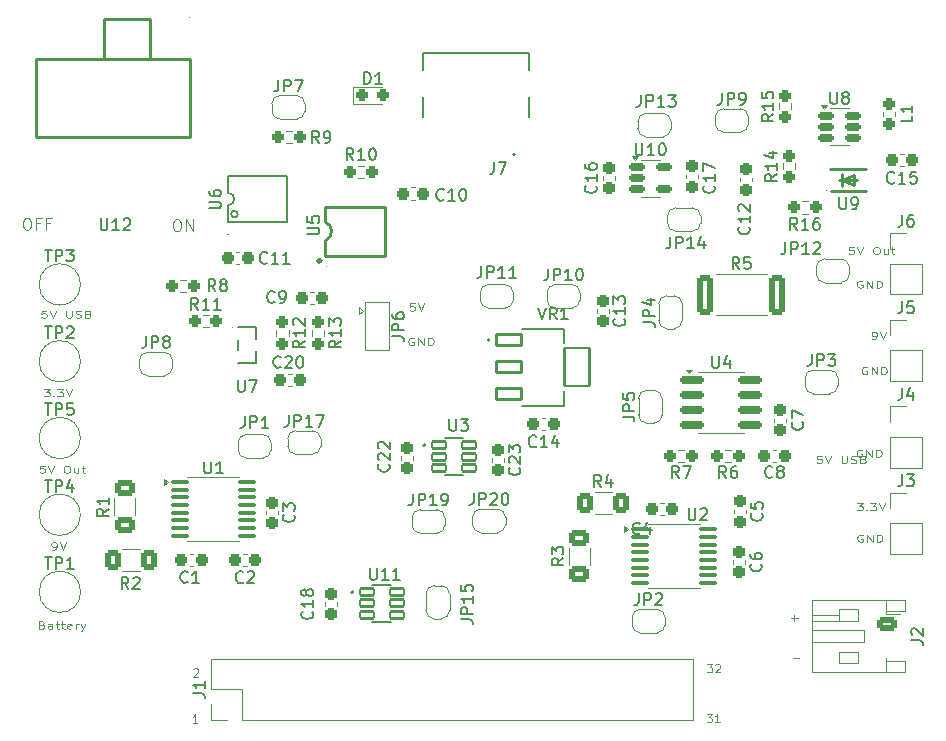
<source format=gbr>
%TF.GenerationSoftware,KiCad,Pcbnew,8.0.8*%
%TF.CreationDate,2025-03-28T16:38:00+02:00*%
%TF.ProjectId,Power_Module,506f7765-725f-44d6-9f64-756c652e6b69,1*%
%TF.SameCoordinates,Original*%
%TF.FileFunction,Legend,Top*%
%TF.FilePolarity,Positive*%
%FSLAX46Y46*%
G04 Gerber Fmt 4.6, Leading zero omitted, Abs format (unit mm)*
G04 Created by KiCad (PCBNEW 8.0.8) date 2025-03-28 16:38:00*
%MOMM*%
%LPD*%
G01*
G04 APERTURE LIST*
G04 Aperture macros list*
%AMRoundRect*
0 Rectangle with rounded corners*
0 $1 Rounding radius*
0 $2 $3 $4 $5 $6 $7 $8 $9 X,Y pos of 4 corners*
0 Add a 4 corners polygon primitive as box body*
4,1,4,$2,$3,$4,$5,$6,$7,$8,$9,$2,$3,0*
0 Add four circle primitives for the rounded corners*
1,1,$1+$1,$2,$3*
1,1,$1+$1,$4,$5*
1,1,$1+$1,$6,$7*
1,1,$1+$1,$8,$9*
0 Add four rect primitives between the rounded corners*
20,1,$1+$1,$2,$3,$4,$5,0*
20,1,$1+$1,$4,$5,$6,$7,0*
20,1,$1+$1,$6,$7,$8,$9,0*
20,1,$1+$1,$8,$9,$2,$3,0*%
%AMFreePoly0*
4,1,19,0.500000,-0.750000,0.000000,-0.750000,0.000000,-0.744911,-0.071157,-0.744911,-0.207708,-0.704816,-0.327430,-0.627875,-0.420627,-0.520320,-0.479746,-0.390866,-0.500000,-0.250000,-0.500000,0.250000,-0.479746,0.390866,-0.420627,0.520320,-0.327430,0.627875,-0.207708,0.704816,-0.071157,0.744911,0.000000,0.744911,0.000000,0.750000,0.500000,0.750000,0.500000,-0.750000,0.500000,-0.750000,
$1*%
%AMFreePoly1*
4,1,19,0.000000,0.744911,0.071157,0.744911,0.207708,0.704816,0.327430,0.627875,0.420627,0.520320,0.479746,0.390866,0.500000,0.250000,0.500000,-0.250000,0.479746,-0.390866,0.420627,-0.520320,0.327430,-0.627875,0.207708,-0.704816,0.071157,-0.744911,0.000000,-0.744911,0.000000,-0.750000,-0.500000,-0.750000,-0.500000,0.750000,0.000000,0.750000,0.000000,0.744911,0.000000,0.744911,
$1*%
G04 Aperture macros list end*
%ADD10C,0.100000*%
%ADD11C,0.150000*%
%ADD12C,0.120000*%
%ADD13C,0.152400*%
%ADD14C,0.059995*%
%ADD15C,0.254000*%
%ADD16C,0.127000*%
%ADD17C,0.200000*%
%ADD18C,0.150013*%
%ADD19C,0.010000*%
%ADD20R,1.700000X1.700000*%
%ADD21O,1.700000X1.700000*%
%ADD22RoundRect,0.237500X0.237500X-0.300000X0.237500X0.300000X-0.237500X0.300000X-0.237500X-0.300000X0*%
%ADD23R,1.250013X0.700000*%
%ADD24RoundRect,0.250000X0.625000X-0.400000X0.625000X0.400000X-0.625000X0.400000X-0.625000X-0.400000X0*%
%ADD25C,3.000000*%
%ADD26R,0.600000X1.200000*%
%ADD27R,3.300000X2.400000*%
%ADD28FreePoly0,90.000000*%
%ADD29FreePoly1,90.000000*%
%ADD30RoundRect,0.237500X0.237500X-0.250000X0.237500X0.250000X-0.237500X0.250000X-0.237500X-0.250000X0*%
%ADD31RoundRect,0.100000X-0.637500X-0.100000X0.637500X-0.100000X0.637500X0.100000X-0.637500X0.100000X0*%
%ADD32FreePoly0,180.000000*%
%ADD33FreePoly1,180.000000*%
%ADD34RoundRect,0.237500X-0.237500X0.250000X-0.237500X-0.250000X0.237500X-0.250000X0.237500X0.250000X0*%
%ADD35RoundRect,0.098000X-0.609000X-0.294000X0.609000X-0.294000X0.609000X0.294000X-0.609000X0.294000X0*%
%ADD36RoundRect,0.237500X-0.237500X0.300000X-0.237500X-0.300000X0.237500X-0.300000X0.237500X0.300000X0*%
%ADD37FreePoly0,0.000000*%
%ADD38FreePoly1,0.000000*%
%ADD39RoundRect,0.237500X0.250000X0.237500X-0.250000X0.237500X-0.250000X-0.237500X0.250000X-0.237500X0*%
%ADD40C,0.600000*%
%ADD41O,1.104000X2.204000*%
%ADD42O,1.104000X1.904000*%
%ADD43RoundRect,0.150000X-0.512500X-0.150000X0.512500X-0.150000X0.512500X0.150000X-0.512500X0.150000X0*%
%ADD44RoundRect,0.237500X-0.300000X-0.237500X0.300000X-0.237500X0.300000X0.237500X-0.300000X0.237500X0*%
%ADD45RoundRect,0.102000X-1.075000X-0.475000X1.075000X-0.475000X1.075000X0.475000X-1.075000X0.475000X0*%
%ADD46RoundRect,0.102000X-1.075000X-1.625000X1.075000X-1.625000X1.075000X1.625000X-1.075000X1.625000X0*%
%ADD47R,0.600000X1.500000*%
%ADD48R,3.300000X2.100000*%
%ADD49RoundRect,0.237500X-0.250000X-0.237500X0.250000X-0.237500X0.250000X0.237500X-0.250000X0.237500X0*%
%ADD50RoundRect,0.237500X0.300000X0.237500X-0.300000X0.237500X-0.300000X-0.237500X0.300000X-0.237500X0*%
%ADD51RoundRect,0.250000X-0.625000X0.350000X-0.625000X-0.350000X0.625000X-0.350000X0.625000X0.350000X0*%
%ADD52O,1.750000X1.200000*%
%ADD53RoundRect,0.150000X-0.825000X-0.150000X0.825000X-0.150000X0.825000X0.150000X-0.825000X0.150000X0*%
%ADD54RoundRect,0.250000X-0.400000X-0.625000X0.400000X-0.625000X0.400000X0.625000X-0.400000X0.625000X0*%
%ADD55R,2.500000X3.000000*%
%ADD56R,1.000000X1.200000*%
%ADD57RoundRect,0.249999X-0.450001X-1.425001X0.450001X-1.425001X0.450001X1.425001X-0.450001X1.425001X0*%
%ADD58RoundRect,0.237500X0.237500X-0.287500X0.237500X0.287500X-0.237500X0.287500X-0.237500X-0.287500X0*%
%ADD59R,1.500000X1.000000*%
%ADD60RoundRect,0.237500X-0.287500X-0.237500X0.287500X-0.237500X0.287500X0.237500X-0.287500X0.237500X0*%
G04 APERTURE END LIST*
D10*
X165945312Y-87699942D02*
X165869122Y-87671371D01*
X165869122Y-87671371D02*
X165754836Y-87671371D01*
X165754836Y-87671371D02*
X165640550Y-87699942D01*
X165640550Y-87699942D02*
X165564360Y-87757085D01*
X165564360Y-87757085D02*
X165526265Y-87814228D01*
X165526265Y-87814228D02*
X165488169Y-87928514D01*
X165488169Y-87928514D02*
X165488169Y-88014228D01*
X165488169Y-88014228D02*
X165526265Y-88128514D01*
X165526265Y-88128514D02*
X165564360Y-88185657D01*
X165564360Y-88185657D02*
X165640550Y-88242800D01*
X165640550Y-88242800D02*
X165754836Y-88271371D01*
X165754836Y-88271371D02*
X165831027Y-88271371D01*
X165831027Y-88271371D02*
X165945312Y-88242800D01*
X165945312Y-88242800D02*
X165983408Y-88214228D01*
X165983408Y-88214228D02*
X165983408Y-88014228D01*
X165983408Y-88014228D02*
X165831027Y-88014228D01*
X166326265Y-88271371D02*
X166326265Y-87671371D01*
X166326265Y-87671371D02*
X166783408Y-88271371D01*
X166783408Y-88271371D02*
X166783408Y-87671371D01*
X167164360Y-88271371D02*
X167164360Y-87671371D01*
X167164360Y-87671371D02*
X167354836Y-87671371D01*
X167354836Y-87671371D02*
X167469122Y-87699942D01*
X167469122Y-87699942D02*
X167545312Y-87757085D01*
X167545312Y-87757085D02*
X167583407Y-87814228D01*
X167583407Y-87814228D02*
X167621503Y-87928514D01*
X167621503Y-87928514D02*
X167621503Y-88014228D01*
X167621503Y-88014228D02*
X167583407Y-88128514D01*
X167583407Y-88128514D02*
X167545312Y-88185657D01*
X167545312Y-88185657D02*
X167469122Y-88242800D01*
X167469122Y-88242800D02*
X167354836Y-88271371D01*
X167354836Y-88271371D02*
X167164360Y-88271371D01*
X96502931Y-116817085D02*
X96617217Y-116845657D01*
X96617217Y-116845657D02*
X96655312Y-116874228D01*
X96655312Y-116874228D02*
X96693408Y-116931371D01*
X96693408Y-116931371D02*
X96693408Y-117017085D01*
X96693408Y-117017085D02*
X96655312Y-117074228D01*
X96655312Y-117074228D02*
X96617217Y-117102800D01*
X96617217Y-117102800D02*
X96541027Y-117131371D01*
X96541027Y-117131371D02*
X96236265Y-117131371D01*
X96236265Y-117131371D02*
X96236265Y-116531371D01*
X96236265Y-116531371D02*
X96502931Y-116531371D01*
X96502931Y-116531371D02*
X96579122Y-116559942D01*
X96579122Y-116559942D02*
X96617217Y-116588514D01*
X96617217Y-116588514D02*
X96655312Y-116645657D01*
X96655312Y-116645657D02*
X96655312Y-116702800D01*
X96655312Y-116702800D02*
X96617217Y-116759942D01*
X96617217Y-116759942D02*
X96579122Y-116788514D01*
X96579122Y-116788514D02*
X96502931Y-116817085D01*
X96502931Y-116817085D02*
X96236265Y-116817085D01*
X97379122Y-117131371D02*
X97379122Y-116817085D01*
X97379122Y-116817085D02*
X97341027Y-116759942D01*
X97341027Y-116759942D02*
X97264836Y-116731371D01*
X97264836Y-116731371D02*
X97112455Y-116731371D01*
X97112455Y-116731371D02*
X97036265Y-116759942D01*
X97379122Y-117102800D02*
X97302931Y-117131371D01*
X97302931Y-117131371D02*
X97112455Y-117131371D01*
X97112455Y-117131371D02*
X97036265Y-117102800D01*
X97036265Y-117102800D02*
X96998169Y-117045657D01*
X96998169Y-117045657D02*
X96998169Y-116988514D01*
X96998169Y-116988514D02*
X97036265Y-116931371D01*
X97036265Y-116931371D02*
X97112455Y-116902800D01*
X97112455Y-116902800D02*
X97302931Y-116902800D01*
X97302931Y-116902800D02*
X97379122Y-116874228D01*
X97645789Y-116731371D02*
X97950551Y-116731371D01*
X97760075Y-116531371D02*
X97760075Y-117045657D01*
X97760075Y-117045657D02*
X97798170Y-117102800D01*
X97798170Y-117102800D02*
X97874360Y-117131371D01*
X97874360Y-117131371D02*
X97950551Y-117131371D01*
X98102932Y-116731371D02*
X98407694Y-116731371D01*
X98217218Y-116531371D02*
X98217218Y-117045657D01*
X98217218Y-117045657D02*
X98255313Y-117102800D01*
X98255313Y-117102800D02*
X98331503Y-117131371D01*
X98331503Y-117131371D02*
X98407694Y-117131371D01*
X98979123Y-117102800D02*
X98902932Y-117131371D01*
X98902932Y-117131371D02*
X98750551Y-117131371D01*
X98750551Y-117131371D02*
X98674361Y-117102800D01*
X98674361Y-117102800D02*
X98636265Y-117045657D01*
X98636265Y-117045657D02*
X98636265Y-116817085D01*
X98636265Y-116817085D02*
X98674361Y-116759942D01*
X98674361Y-116759942D02*
X98750551Y-116731371D01*
X98750551Y-116731371D02*
X98902932Y-116731371D01*
X98902932Y-116731371D02*
X98979123Y-116759942D01*
X98979123Y-116759942D02*
X99017218Y-116817085D01*
X99017218Y-116817085D02*
X99017218Y-116874228D01*
X99017218Y-116874228D02*
X98636265Y-116931371D01*
X99360075Y-117131371D02*
X99360075Y-116731371D01*
X99360075Y-116845657D02*
X99398170Y-116788514D01*
X99398170Y-116788514D02*
X99436265Y-116759942D01*
X99436265Y-116759942D02*
X99512456Y-116731371D01*
X99512456Y-116731371D02*
X99588646Y-116731371D01*
X99779122Y-116731371D02*
X99969598Y-117131371D01*
X100160075Y-116731371D02*
X99969598Y-117131371D01*
X99969598Y-117131371D02*
X99893408Y-117274228D01*
X99893408Y-117274228D02*
X99855313Y-117302800D01*
X99855313Y-117302800D02*
X99779122Y-117331371D01*
X165480074Y-106521371D02*
X165975312Y-106521371D01*
X165975312Y-106521371D02*
X165708646Y-106749942D01*
X165708646Y-106749942D02*
X165822931Y-106749942D01*
X165822931Y-106749942D02*
X165899122Y-106778514D01*
X165899122Y-106778514D02*
X165937217Y-106807085D01*
X165937217Y-106807085D02*
X165975312Y-106864228D01*
X165975312Y-106864228D02*
X165975312Y-107007085D01*
X165975312Y-107007085D02*
X165937217Y-107064228D01*
X165937217Y-107064228D02*
X165899122Y-107092800D01*
X165899122Y-107092800D02*
X165822931Y-107121371D01*
X165822931Y-107121371D02*
X165594360Y-107121371D01*
X165594360Y-107121371D02*
X165518169Y-107092800D01*
X165518169Y-107092800D02*
X165480074Y-107064228D01*
X166318170Y-107064228D02*
X166356265Y-107092800D01*
X166356265Y-107092800D02*
X166318170Y-107121371D01*
X166318170Y-107121371D02*
X166280074Y-107092800D01*
X166280074Y-107092800D02*
X166318170Y-107064228D01*
X166318170Y-107064228D02*
X166318170Y-107121371D01*
X166622931Y-106521371D02*
X167118169Y-106521371D01*
X167118169Y-106521371D02*
X166851503Y-106749942D01*
X166851503Y-106749942D02*
X166965788Y-106749942D01*
X166965788Y-106749942D02*
X167041979Y-106778514D01*
X167041979Y-106778514D02*
X167080074Y-106807085D01*
X167080074Y-106807085D02*
X167118169Y-106864228D01*
X167118169Y-106864228D02*
X167118169Y-107007085D01*
X167118169Y-107007085D02*
X167080074Y-107064228D01*
X167080074Y-107064228D02*
X167041979Y-107092800D01*
X167041979Y-107092800D02*
X166965788Y-107121371D01*
X166965788Y-107121371D02*
X166737217Y-107121371D01*
X166737217Y-107121371D02*
X166661026Y-107092800D01*
X166661026Y-107092800D02*
X166622931Y-107064228D01*
X167346741Y-106521371D02*
X167613408Y-107121371D01*
X167613408Y-107121371D02*
X167880074Y-106521371D01*
X109659122Y-125109133D02*
X109259122Y-125109133D01*
X109459122Y-125109133D02*
X109459122Y-124409133D01*
X109459122Y-124409133D02*
X109392455Y-124509133D01*
X109392455Y-124509133D02*
X109325789Y-124575800D01*
X109325789Y-124575800D02*
X109259122Y-124609133D01*
X96717217Y-103331371D02*
X96336265Y-103331371D01*
X96336265Y-103331371D02*
X96298169Y-103617085D01*
X96298169Y-103617085D02*
X96336265Y-103588514D01*
X96336265Y-103588514D02*
X96412455Y-103559942D01*
X96412455Y-103559942D02*
X96602931Y-103559942D01*
X96602931Y-103559942D02*
X96679122Y-103588514D01*
X96679122Y-103588514D02*
X96717217Y-103617085D01*
X96717217Y-103617085D02*
X96755312Y-103674228D01*
X96755312Y-103674228D02*
X96755312Y-103817085D01*
X96755312Y-103817085D02*
X96717217Y-103874228D01*
X96717217Y-103874228D02*
X96679122Y-103902800D01*
X96679122Y-103902800D02*
X96602931Y-103931371D01*
X96602931Y-103931371D02*
X96412455Y-103931371D01*
X96412455Y-103931371D02*
X96336265Y-103902800D01*
X96336265Y-103902800D02*
X96298169Y-103874228D01*
X96983884Y-103331371D02*
X97250551Y-103931371D01*
X97250551Y-103931371D02*
X97517217Y-103331371D01*
X98545789Y-103331371D02*
X98698170Y-103331371D01*
X98698170Y-103331371D02*
X98774360Y-103359942D01*
X98774360Y-103359942D02*
X98850551Y-103417085D01*
X98850551Y-103417085D02*
X98888646Y-103531371D01*
X98888646Y-103531371D02*
X98888646Y-103731371D01*
X98888646Y-103731371D02*
X98850551Y-103845657D01*
X98850551Y-103845657D02*
X98774360Y-103902800D01*
X98774360Y-103902800D02*
X98698170Y-103931371D01*
X98698170Y-103931371D02*
X98545789Y-103931371D01*
X98545789Y-103931371D02*
X98469598Y-103902800D01*
X98469598Y-103902800D02*
X98393408Y-103845657D01*
X98393408Y-103845657D02*
X98355312Y-103731371D01*
X98355312Y-103731371D02*
X98355312Y-103531371D01*
X98355312Y-103531371D02*
X98393408Y-103417085D01*
X98393408Y-103417085D02*
X98469598Y-103359942D01*
X98469598Y-103359942D02*
X98545789Y-103331371D01*
X99574360Y-103531371D02*
X99574360Y-103931371D01*
X99231503Y-103531371D02*
X99231503Y-103845657D01*
X99231503Y-103845657D02*
X99269598Y-103902800D01*
X99269598Y-103902800D02*
X99345788Y-103931371D01*
X99345788Y-103931371D02*
X99460074Y-103931371D01*
X99460074Y-103931371D02*
X99536265Y-103902800D01*
X99536265Y-103902800D02*
X99574360Y-103874228D01*
X99841027Y-103531371D02*
X100145789Y-103531371D01*
X99955313Y-103331371D02*
X99955313Y-103845657D01*
X99955313Y-103845657D02*
X99993408Y-103902800D01*
X99993408Y-103902800D02*
X100069598Y-103931371D01*
X100069598Y-103931371D02*
X100145789Y-103931371D01*
X166804360Y-92621371D02*
X166956741Y-92621371D01*
X166956741Y-92621371D02*
X167032931Y-92592800D01*
X167032931Y-92592800D02*
X167071027Y-92564228D01*
X167071027Y-92564228D02*
X167147217Y-92478514D01*
X167147217Y-92478514D02*
X167185312Y-92364228D01*
X167185312Y-92364228D02*
X167185312Y-92135657D01*
X167185312Y-92135657D02*
X167147217Y-92078514D01*
X167147217Y-92078514D02*
X167109122Y-92049942D01*
X167109122Y-92049942D02*
X167032931Y-92021371D01*
X167032931Y-92021371D02*
X166880550Y-92021371D01*
X166880550Y-92021371D02*
X166804360Y-92049942D01*
X166804360Y-92049942D02*
X166766265Y-92078514D01*
X166766265Y-92078514D02*
X166728169Y-92135657D01*
X166728169Y-92135657D02*
X166728169Y-92278514D01*
X166728169Y-92278514D02*
X166766265Y-92335657D01*
X166766265Y-92335657D02*
X166804360Y-92364228D01*
X166804360Y-92364228D02*
X166880550Y-92392800D01*
X166880550Y-92392800D02*
X167032931Y-92392800D01*
X167032931Y-92392800D02*
X167109122Y-92364228D01*
X167109122Y-92364228D02*
X167147217Y-92335657D01*
X167147217Y-92335657D02*
X167185312Y-92278514D01*
X167413884Y-92021371D02*
X167680551Y-92621371D01*
X167680551Y-92621371D02*
X167947217Y-92021371D01*
X166345312Y-95029942D02*
X166269122Y-95001371D01*
X166269122Y-95001371D02*
X166154836Y-95001371D01*
X166154836Y-95001371D02*
X166040550Y-95029942D01*
X166040550Y-95029942D02*
X165964360Y-95087085D01*
X165964360Y-95087085D02*
X165926265Y-95144228D01*
X165926265Y-95144228D02*
X165888169Y-95258514D01*
X165888169Y-95258514D02*
X165888169Y-95344228D01*
X165888169Y-95344228D02*
X165926265Y-95458514D01*
X165926265Y-95458514D02*
X165964360Y-95515657D01*
X165964360Y-95515657D02*
X166040550Y-95572800D01*
X166040550Y-95572800D02*
X166154836Y-95601371D01*
X166154836Y-95601371D02*
X166231027Y-95601371D01*
X166231027Y-95601371D02*
X166345312Y-95572800D01*
X166345312Y-95572800D02*
X166383408Y-95544228D01*
X166383408Y-95544228D02*
X166383408Y-95344228D01*
X166383408Y-95344228D02*
X166231027Y-95344228D01*
X166726265Y-95601371D02*
X166726265Y-95001371D01*
X166726265Y-95001371D02*
X167183408Y-95601371D01*
X167183408Y-95601371D02*
X167183408Y-95001371D01*
X167564360Y-95601371D02*
X167564360Y-95001371D01*
X167564360Y-95001371D02*
X167754836Y-95001371D01*
X167754836Y-95001371D02*
X167869122Y-95029942D01*
X167869122Y-95029942D02*
X167945312Y-95087085D01*
X167945312Y-95087085D02*
X167983407Y-95144228D01*
X167983407Y-95144228D02*
X168021503Y-95258514D01*
X168021503Y-95258514D02*
X168021503Y-95344228D01*
X168021503Y-95344228D02*
X167983407Y-95458514D01*
X167983407Y-95458514D02*
X167945312Y-95515657D01*
X167945312Y-95515657D02*
X167869122Y-95572800D01*
X167869122Y-95572800D02*
X167754836Y-95601371D01*
X167754836Y-95601371D02*
X167564360Y-95601371D01*
X107834360Y-82492419D02*
X108024836Y-82492419D01*
X108024836Y-82492419D02*
X108120074Y-82540038D01*
X108120074Y-82540038D02*
X108215312Y-82635276D01*
X108215312Y-82635276D02*
X108262931Y-82825752D01*
X108262931Y-82825752D02*
X108262931Y-83159085D01*
X108262931Y-83159085D02*
X108215312Y-83349561D01*
X108215312Y-83349561D02*
X108120074Y-83444800D01*
X108120074Y-83444800D02*
X108024836Y-83492419D01*
X108024836Y-83492419D02*
X107834360Y-83492419D01*
X107834360Y-83492419D02*
X107739122Y-83444800D01*
X107739122Y-83444800D02*
X107643884Y-83349561D01*
X107643884Y-83349561D02*
X107596265Y-83159085D01*
X107596265Y-83159085D02*
X107596265Y-82825752D01*
X107596265Y-82825752D02*
X107643884Y-82635276D01*
X107643884Y-82635276D02*
X107739122Y-82540038D01*
X107739122Y-82540038D02*
X107834360Y-82492419D01*
X108691503Y-83492419D02*
X108691503Y-82492419D01*
X108691503Y-82492419D02*
X109262931Y-83492419D01*
X109262931Y-83492419D02*
X109262931Y-82492419D01*
X165237217Y-84821371D02*
X164856265Y-84821371D01*
X164856265Y-84821371D02*
X164818169Y-85107085D01*
X164818169Y-85107085D02*
X164856265Y-85078514D01*
X164856265Y-85078514D02*
X164932455Y-85049942D01*
X164932455Y-85049942D02*
X165122931Y-85049942D01*
X165122931Y-85049942D02*
X165199122Y-85078514D01*
X165199122Y-85078514D02*
X165237217Y-85107085D01*
X165237217Y-85107085D02*
X165275312Y-85164228D01*
X165275312Y-85164228D02*
X165275312Y-85307085D01*
X165275312Y-85307085D02*
X165237217Y-85364228D01*
X165237217Y-85364228D02*
X165199122Y-85392800D01*
X165199122Y-85392800D02*
X165122931Y-85421371D01*
X165122931Y-85421371D02*
X164932455Y-85421371D01*
X164932455Y-85421371D02*
X164856265Y-85392800D01*
X164856265Y-85392800D02*
X164818169Y-85364228D01*
X165503884Y-84821371D02*
X165770551Y-85421371D01*
X165770551Y-85421371D02*
X166037217Y-84821371D01*
X167065789Y-84821371D02*
X167218170Y-84821371D01*
X167218170Y-84821371D02*
X167294360Y-84849942D01*
X167294360Y-84849942D02*
X167370551Y-84907085D01*
X167370551Y-84907085D02*
X167408646Y-85021371D01*
X167408646Y-85021371D02*
X167408646Y-85221371D01*
X167408646Y-85221371D02*
X167370551Y-85335657D01*
X167370551Y-85335657D02*
X167294360Y-85392800D01*
X167294360Y-85392800D02*
X167218170Y-85421371D01*
X167218170Y-85421371D02*
X167065789Y-85421371D01*
X167065789Y-85421371D02*
X166989598Y-85392800D01*
X166989598Y-85392800D02*
X166913408Y-85335657D01*
X166913408Y-85335657D02*
X166875312Y-85221371D01*
X166875312Y-85221371D02*
X166875312Y-85021371D01*
X166875312Y-85021371D02*
X166913408Y-84907085D01*
X166913408Y-84907085D02*
X166989598Y-84849942D01*
X166989598Y-84849942D02*
X167065789Y-84821371D01*
X168094360Y-85021371D02*
X168094360Y-85421371D01*
X167751503Y-85021371D02*
X167751503Y-85335657D01*
X167751503Y-85335657D02*
X167789598Y-85392800D01*
X167789598Y-85392800D02*
X167865788Y-85421371D01*
X167865788Y-85421371D02*
X167980074Y-85421371D01*
X167980074Y-85421371D02*
X168056265Y-85392800D01*
X168056265Y-85392800D02*
X168094360Y-85364228D01*
X168361027Y-85021371D02*
X168665789Y-85021371D01*
X168475313Y-84821371D02*
X168475313Y-85335657D01*
X168475313Y-85335657D02*
X168513408Y-85392800D01*
X168513408Y-85392800D02*
X168589598Y-85421371D01*
X168589598Y-85421371D02*
X168665789Y-85421371D01*
X165915312Y-102009942D02*
X165839122Y-101981371D01*
X165839122Y-101981371D02*
X165724836Y-101981371D01*
X165724836Y-101981371D02*
X165610550Y-102009942D01*
X165610550Y-102009942D02*
X165534360Y-102067085D01*
X165534360Y-102067085D02*
X165496265Y-102124228D01*
X165496265Y-102124228D02*
X165458169Y-102238514D01*
X165458169Y-102238514D02*
X165458169Y-102324228D01*
X165458169Y-102324228D02*
X165496265Y-102438514D01*
X165496265Y-102438514D02*
X165534360Y-102495657D01*
X165534360Y-102495657D02*
X165610550Y-102552800D01*
X165610550Y-102552800D02*
X165724836Y-102581371D01*
X165724836Y-102581371D02*
X165801027Y-102581371D01*
X165801027Y-102581371D02*
X165915312Y-102552800D01*
X165915312Y-102552800D02*
X165953408Y-102524228D01*
X165953408Y-102524228D02*
X165953408Y-102324228D01*
X165953408Y-102324228D02*
X165801027Y-102324228D01*
X166296265Y-102581371D02*
X166296265Y-101981371D01*
X166296265Y-101981371D02*
X166753408Y-102581371D01*
X166753408Y-102581371D02*
X166753408Y-101981371D01*
X167134360Y-102581371D02*
X167134360Y-101981371D01*
X167134360Y-101981371D02*
X167324836Y-101981371D01*
X167324836Y-101981371D02*
X167439122Y-102009942D01*
X167439122Y-102009942D02*
X167515312Y-102067085D01*
X167515312Y-102067085D02*
X167553407Y-102124228D01*
X167553407Y-102124228D02*
X167591503Y-102238514D01*
X167591503Y-102238514D02*
X167591503Y-102324228D01*
X167591503Y-102324228D02*
X167553407Y-102438514D01*
X167553407Y-102438514D02*
X167515312Y-102495657D01*
X167515312Y-102495657D02*
X167439122Y-102552800D01*
X167439122Y-102552800D02*
X167324836Y-102581371D01*
X167324836Y-102581371D02*
X167134360Y-102581371D01*
X95134360Y-82362419D02*
X95324836Y-82362419D01*
X95324836Y-82362419D02*
X95420074Y-82410038D01*
X95420074Y-82410038D02*
X95515312Y-82505276D01*
X95515312Y-82505276D02*
X95562931Y-82695752D01*
X95562931Y-82695752D02*
X95562931Y-83029085D01*
X95562931Y-83029085D02*
X95515312Y-83219561D01*
X95515312Y-83219561D02*
X95420074Y-83314800D01*
X95420074Y-83314800D02*
X95324836Y-83362419D01*
X95324836Y-83362419D02*
X95134360Y-83362419D01*
X95134360Y-83362419D02*
X95039122Y-83314800D01*
X95039122Y-83314800D02*
X94943884Y-83219561D01*
X94943884Y-83219561D02*
X94896265Y-83029085D01*
X94896265Y-83029085D02*
X94896265Y-82695752D01*
X94896265Y-82695752D02*
X94943884Y-82505276D01*
X94943884Y-82505276D02*
X95039122Y-82410038D01*
X95039122Y-82410038D02*
X95134360Y-82362419D01*
X96324836Y-82838609D02*
X95991503Y-82838609D01*
X95991503Y-83362419D02*
X95991503Y-82362419D01*
X95991503Y-82362419D02*
X96467693Y-82362419D01*
X97181979Y-82838609D02*
X96848646Y-82838609D01*
X96848646Y-83362419D02*
X96848646Y-82362419D01*
X96848646Y-82362419D02*
X97324836Y-82362419D01*
X165975312Y-109219942D02*
X165899122Y-109191371D01*
X165899122Y-109191371D02*
X165784836Y-109191371D01*
X165784836Y-109191371D02*
X165670550Y-109219942D01*
X165670550Y-109219942D02*
X165594360Y-109277085D01*
X165594360Y-109277085D02*
X165556265Y-109334228D01*
X165556265Y-109334228D02*
X165518169Y-109448514D01*
X165518169Y-109448514D02*
X165518169Y-109534228D01*
X165518169Y-109534228D02*
X165556265Y-109648514D01*
X165556265Y-109648514D02*
X165594360Y-109705657D01*
X165594360Y-109705657D02*
X165670550Y-109762800D01*
X165670550Y-109762800D02*
X165784836Y-109791371D01*
X165784836Y-109791371D02*
X165861027Y-109791371D01*
X165861027Y-109791371D02*
X165975312Y-109762800D01*
X165975312Y-109762800D02*
X166013408Y-109734228D01*
X166013408Y-109734228D02*
X166013408Y-109534228D01*
X166013408Y-109534228D02*
X165861027Y-109534228D01*
X166356265Y-109791371D02*
X166356265Y-109191371D01*
X166356265Y-109191371D02*
X166813408Y-109791371D01*
X166813408Y-109791371D02*
X166813408Y-109191371D01*
X167194360Y-109791371D02*
X167194360Y-109191371D01*
X167194360Y-109191371D02*
X167384836Y-109191371D01*
X167384836Y-109191371D02*
X167499122Y-109219942D01*
X167499122Y-109219942D02*
X167575312Y-109277085D01*
X167575312Y-109277085D02*
X167613407Y-109334228D01*
X167613407Y-109334228D02*
X167651503Y-109448514D01*
X167651503Y-109448514D02*
X167651503Y-109534228D01*
X167651503Y-109534228D02*
X167613407Y-109648514D01*
X167613407Y-109648514D02*
X167575312Y-109705657D01*
X167575312Y-109705657D02*
X167499122Y-109762800D01*
X167499122Y-109762800D02*
X167384836Y-109791371D01*
X167384836Y-109791371D02*
X167194360Y-109791371D01*
X97374360Y-110441371D02*
X97526741Y-110441371D01*
X97526741Y-110441371D02*
X97602931Y-110412800D01*
X97602931Y-110412800D02*
X97641027Y-110384228D01*
X97641027Y-110384228D02*
X97717217Y-110298514D01*
X97717217Y-110298514D02*
X97755312Y-110184228D01*
X97755312Y-110184228D02*
X97755312Y-109955657D01*
X97755312Y-109955657D02*
X97717217Y-109898514D01*
X97717217Y-109898514D02*
X97679122Y-109869942D01*
X97679122Y-109869942D02*
X97602931Y-109841371D01*
X97602931Y-109841371D02*
X97450550Y-109841371D01*
X97450550Y-109841371D02*
X97374360Y-109869942D01*
X97374360Y-109869942D02*
X97336265Y-109898514D01*
X97336265Y-109898514D02*
X97298169Y-109955657D01*
X97298169Y-109955657D02*
X97298169Y-110098514D01*
X97298169Y-110098514D02*
X97336265Y-110155657D01*
X97336265Y-110155657D02*
X97374360Y-110184228D01*
X97374360Y-110184228D02*
X97450550Y-110212800D01*
X97450550Y-110212800D02*
X97602931Y-110212800D01*
X97602931Y-110212800D02*
X97679122Y-110184228D01*
X97679122Y-110184228D02*
X97717217Y-110155657D01*
X97717217Y-110155657D02*
X97755312Y-110098514D01*
X97983884Y-109841371D02*
X98250551Y-110441371D01*
X98250551Y-110441371D02*
X98517217Y-109841371D01*
X96867217Y-90221371D02*
X96486265Y-90221371D01*
X96486265Y-90221371D02*
X96448169Y-90507085D01*
X96448169Y-90507085D02*
X96486265Y-90478514D01*
X96486265Y-90478514D02*
X96562455Y-90449942D01*
X96562455Y-90449942D02*
X96752931Y-90449942D01*
X96752931Y-90449942D02*
X96829122Y-90478514D01*
X96829122Y-90478514D02*
X96867217Y-90507085D01*
X96867217Y-90507085D02*
X96905312Y-90564228D01*
X96905312Y-90564228D02*
X96905312Y-90707085D01*
X96905312Y-90707085D02*
X96867217Y-90764228D01*
X96867217Y-90764228D02*
X96829122Y-90792800D01*
X96829122Y-90792800D02*
X96752931Y-90821371D01*
X96752931Y-90821371D02*
X96562455Y-90821371D01*
X96562455Y-90821371D02*
X96486265Y-90792800D01*
X96486265Y-90792800D02*
X96448169Y-90764228D01*
X97133884Y-90221371D02*
X97400551Y-90821371D01*
X97400551Y-90821371D02*
X97667217Y-90221371D01*
X98543408Y-90221371D02*
X98543408Y-90707085D01*
X98543408Y-90707085D02*
X98581503Y-90764228D01*
X98581503Y-90764228D02*
X98619598Y-90792800D01*
X98619598Y-90792800D02*
X98695789Y-90821371D01*
X98695789Y-90821371D02*
X98848170Y-90821371D01*
X98848170Y-90821371D02*
X98924360Y-90792800D01*
X98924360Y-90792800D02*
X98962455Y-90764228D01*
X98962455Y-90764228D02*
X99000551Y-90707085D01*
X99000551Y-90707085D02*
X99000551Y-90221371D01*
X99343407Y-90792800D02*
X99457693Y-90821371D01*
X99457693Y-90821371D02*
X99648169Y-90821371D01*
X99648169Y-90821371D02*
X99724360Y-90792800D01*
X99724360Y-90792800D02*
X99762455Y-90764228D01*
X99762455Y-90764228D02*
X99800550Y-90707085D01*
X99800550Y-90707085D02*
X99800550Y-90649942D01*
X99800550Y-90649942D02*
X99762455Y-90592800D01*
X99762455Y-90592800D02*
X99724360Y-90564228D01*
X99724360Y-90564228D02*
X99648169Y-90535657D01*
X99648169Y-90535657D02*
X99495788Y-90507085D01*
X99495788Y-90507085D02*
X99419598Y-90478514D01*
X99419598Y-90478514D02*
X99381503Y-90449942D01*
X99381503Y-90449942D02*
X99343407Y-90392800D01*
X99343407Y-90392800D02*
X99343407Y-90335657D01*
X99343407Y-90335657D02*
X99381503Y-90278514D01*
X99381503Y-90278514D02*
X99419598Y-90249942D01*
X99419598Y-90249942D02*
X99495788Y-90221371D01*
X99495788Y-90221371D02*
X99686265Y-90221371D01*
X99686265Y-90221371D02*
X99800550Y-90249942D01*
X100410074Y-90507085D02*
X100524360Y-90535657D01*
X100524360Y-90535657D02*
X100562455Y-90564228D01*
X100562455Y-90564228D02*
X100600551Y-90621371D01*
X100600551Y-90621371D02*
X100600551Y-90707085D01*
X100600551Y-90707085D02*
X100562455Y-90764228D01*
X100562455Y-90764228D02*
X100524360Y-90792800D01*
X100524360Y-90792800D02*
X100448170Y-90821371D01*
X100448170Y-90821371D02*
X100143408Y-90821371D01*
X100143408Y-90821371D02*
X100143408Y-90221371D01*
X100143408Y-90221371D02*
X100410074Y-90221371D01*
X100410074Y-90221371D02*
X100486265Y-90249942D01*
X100486265Y-90249942D02*
X100524360Y-90278514D01*
X100524360Y-90278514D02*
X100562455Y-90335657D01*
X100562455Y-90335657D02*
X100562455Y-90392800D01*
X100562455Y-90392800D02*
X100524360Y-90449942D01*
X100524360Y-90449942D02*
X100486265Y-90478514D01*
X100486265Y-90478514D02*
X100410074Y-90507085D01*
X100410074Y-90507085D02*
X100143408Y-90507085D01*
X152815789Y-120139133D02*
X153249122Y-120139133D01*
X153249122Y-120139133D02*
X153015789Y-120405800D01*
X153015789Y-120405800D02*
X153115789Y-120405800D01*
X153115789Y-120405800D02*
X153182455Y-120439133D01*
X153182455Y-120439133D02*
X153215789Y-120472466D01*
X153215789Y-120472466D02*
X153249122Y-120539133D01*
X153249122Y-120539133D02*
X153249122Y-120705800D01*
X153249122Y-120705800D02*
X153215789Y-120772466D01*
X153215789Y-120772466D02*
X153182455Y-120805800D01*
X153182455Y-120805800D02*
X153115789Y-120839133D01*
X153115789Y-120839133D02*
X152915789Y-120839133D01*
X152915789Y-120839133D02*
X152849122Y-120805800D01*
X152849122Y-120805800D02*
X152815789Y-120772466D01*
X153515789Y-120205800D02*
X153549122Y-120172466D01*
X153549122Y-120172466D02*
X153615789Y-120139133D01*
X153615789Y-120139133D02*
X153782456Y-120139133D01*
X153782456Y-120139133D02*
X153849122Y-120172466D01*
X153849122Y-120172466D02*
X153882456Y-120205800D01*
X153882456Y-120205800D02*
X153915789Y-120272466D01*
X153915789Y-120272466D02*
X153915789Y-120339133D01*
X153915789Y-120339133D02*
X153882456Y-120439133D01*
X153882456Y-120439133D02*
X153482456Y-120839133D01*
X153482456Y-120839133D02*
X153915789Y-120839133D01*
X159932455Y-116232466D02*
X160465789Y-116232466D01*
X160199122Y-116499133D02*
X160199122Y-115965800D01*
X109309122Y-120575800D02*
X109342455Y-120542466D01*
X109342455Y-120542466D02*
X109409122Y-120509133D01*
X109409122Y-120509133D02*
X109575789Y-120509133D01*
X109575789Y-120509133D02*
X109642455Y-120542466D01*
X109642455Y-120542466D02*
X109675789Y-120575800D01*
X109675789Y-120575800D02*
X109709122Y-120642466D01*
X109709122Y-120642466D02*
X109709122Y-120709133D01*
X109709122Y-120709133D02*
X109675789Y-120809133D01*
X109675789Y-120809133D02*
X109275789Y-121209133D01*
X109275789Y-121209133D02*
X109709122Y-121209133D01*
X162517217Y-102531371D02*
X162136265Y-102531371D01*
X162136265Y-102531371D02*
X162098169Y-102817085D01*
X162098169Y-102817085D02*
X162136265Y-102788514D01*
X162136265Y-102788514D02*
X162212455Y-102759942D01*
X162212455Y-102759942D02*
X162402931Y-102759942D01*
X162402931Y-102759942D02*
X162479122Y-102788514D01*
X162479122Y-102788514D02*
X162517217Y-102817085D01*
X162517217Y-102817085D02*
X162555312Y-102874228D01*
X162555312Y-102874228D02*
X162555312Y-103017085D01*
X162555312Y-103017085D02*
X162517217Y-103074228D01*
X162517217Y-103074228D02*
X162479122Y-103102800D01*
X162479122Y-103102800D02*
X162402931Y-103131371D01*
X162402931Y-103131371D02*
X162212455Y-103131371D01*
X162212455Y-103131371D02*
X162136265Y-103102800D01*
X162136265Y-103102800D02*
X162098169Y-103074228D01*
X162783884Y-102531371D02*
X163050551Y-103131371D01*
X163050551Y-103131371D02*
X163317217Y-102531371D01*
X164193408Y-102531371D02*
X164193408Y-103017085D01*
X164193408Y-103017085D02*
X164231503Y-103074228D01*
X164231503Y-103074228D02*
X164269598Y-103102800D01*
X164269598Y-103102800D02*
X164345789Y-103131371D01*
X164345789Y-103131371D02*
X164498170Y-103131371D01*
X164498170Y-103131371D02*
X164574360Y-103102800D01*
X164574360Y-103102800D02*
X164612455Y-103074228D01*
X164612455Y-103074228D02*
X164650551Y-103017085D01*
X164650551Y-103017085D02*
X164650551Y-102531371D01*
X164993407Y-103102800D02*
X165107693Y-103131371D01*
X165107693Y-103131371D02*
X165298169Y-103131371D01*
X165298169Y-103131371D02*
X165374360Y-103102800D01*
X165374360Y-103102800D02*
X165412455Y-103074228D01*
X165412455Y-103074228D02*
X165450550Y-103017085D01*
X165450550Y-103017085D02*
X165450550Y-102959942D01*
X165450550Y-102959942D02*
X165412455Y-102902800D01*
X165412455Y-102902800D02*
X165374360Y-102874228D01*
X165374360Y-102874228D02*
X165298169Y-102845657D01*
X165298169Y-102845657D02*
X165145788Y-102817085D01*
X165145788Y-102817085D02*
X165069598Y-102788514D01*
X165069598Y-102788514D02*
X165031503Y-102759942D01*
X165031503Y-102759942D02*
X164993407Y-102702800D01*
X164993407Y-102702800D02*
X164993407Y-102645657D01*
X164993407Y-102645657D02*
X165031503Y-102588514D01*
X165031503Y-102588514D02*
X165069598Y-102559942D01*
X165069598Y-102559942D02*
X165145788Y-102531371D01*
X165145788Y-102531371D02*
X165336265Y-102531371D01*
X165336265Y-102531371D02*
X165450550Y-102559942D01*
X166060074Y-102817085D02*
X166174360Y-102845657D01*
X166174360Y-102845657D02*
X166212455Y-102874228D01*
X166212455Y-102874228D02*
X166250551Y-102931371D01*
X166250551Y-102931371D02*
X166250551Y-103017085D01*
X166250551Y-103017085D02*
X166212455Y-103074228D01*
X166212455Y-103074228D02*
X166174360Y-103102800D01*
X166174360Y-103102800D02*
X166098170Y-103131371D01*
X166098170Y-103131371D02*
X165793408Y-103131371D01*
X165793408Y-103131371D02*
X165793408Y-102531371D01*
X165793408Y-102531371D02*
X166060074Y-102531371D01*
X166060074Y-102531371D02*
X166136265Y-102559942D01*
X166136265Y-102559942D02*
X166174360Y-102588514D01*
X166174360Y-102588514D02*
X166212455Y-102645657D01*
X166212455Y-102645657D02*
X166212455Y-102702800D01*
X166212455Y-102702800D02*
X166174360Y-102759942D01*
X166174360Y-102759942D02*
X166136265Y-102788514D01*
X166136265Y-102788514D02*
X166060074Y-102817085D01*
X166060074Y-102817085D02*
X165793408Y-102817085D01*
X160082455Y-119632466D02*
X160615789Y-119632466D01*
X96640074Y-96881371D02*
X97135312Y-96881371D01*
X97135312Y-96881371D02*
X96868646Y-97109942D01*
X96868646Y-97109942D02*
X96982931Y-97109942D01*
X96982931Y-97109942D02*
X97059122Y-97138514D01*
X97059122Y-97138514D02*
X97097217Y-97167085D01*
X97097217Y-97167085D02*
X97135312Y-97224228D01*
X97135312Y-97224228D02*
X97135312Y-97367085D01*
X97135312Y-97367085D02*
X97097217Y-97424228D01*
X97097217Y-97424228D02*
X97059122Y-97452800D01*
X97059122Y-97452800D02*
X96982931Y-97481371D01*
X96982931Y-97481371D02*
X96754360Y-97481371D01*
X96754360Y-97481371D02*
X96678169Y-97452800D01*
X96678169Y-97452800D02*
X96640074Y-97424228D01*
X97478170Y-97424228D02*
X97516265Y-97452800D01*
X97516265Y-97452800D02*
X97478170Y-97481371D01*
X97478170Y-97481371D02*
X97440074Y-97452800D01*
X97440074Y-97452800D02*
X97478170Y-97424228D01*
X97478170Y-97424228D02*
X97478170Y-97481371D01*
X97782931Y-96881371D02*
X98278169Y-96881371D01*
X98278169Y-96881371D02*
X98011503Y-97109942D01*
X98011503Y-97109942D02*
X98125788Y-97109942D01*
X98125788Y-97109942D02*
X98201979Y-97138514D01*
X98201979Y-97138514D02*
X98240074Y-97167085D01*
X98240074Y-97167085D02*
X98278169Y-97224228D01*
X98278169Y-97224228D02*
X98278169Y-97367085D01*
X98278169Y-97367085D02*
X98240074Y-97424228D01*
X98240074Y-97424228D02*
X98201979Y-97452800D01*
X98201979Y-97452800D02*
X98125788Y-97481371D01*
X98125788Y-97481371D02*
X97897217Y-97481371D01*
X97897217Y-97481371D02*
X97821026Y-97452800D01*
X97821026Y-97452800D02*
X97782931Y-97424228D01*
X98506741Y-96881371D02*
X98773408Y-97481371D01*
X98773408Y-97481371D02*
X99040074Y-96881371D01*
X127975312Y-92569942D02*
X127899122Y-92541371D01*
X127899122Y-92541371D02*
X127784836Y-92541371D01*
X127784836Y-92541371D02*
X127670550Y-92569942D01*
X127670550Y-92569942D02*
X127594360Y-92627085D01*
X127594360Y-92627085D02*
X127556265Y-92684228D01*
X127556265Y-92684228D02*
X127518169Y-92798514D01*
X127518169Y-92798514D02*
X127518169Y-92884228D01*
X127518169Y-92884228D02*
X127556265Y-92998514D01*
X127556265Y-92998514D02*
X127594360Y-93055657D01*
X127594360Y-93055657D02*
X127670550Y-93112800D01*
X127670550Y-93112800D02*
X127784836Y-93141371D01*
X127784836Y-93141371D02*
X127861027Y-93141371D01*
X127861027Y-93141371D02*
X127975312Y-93112800D01*
X127975312Y-93112800D02*
X128013408Y-93084228D01*
X128013408Y-93084228D02*
X128013408Y-92884228D01*
X128013408Y-92884228D02*
X127861027Y-92884228D01*
X128356265Y-93141371D02*
X128356265Y-92541371D01*
X128356265Y-92541371D02*
X128813408Y-93141371D01*
X128813408Y-93141371D02*
X128813408Y-92541371D01*
X129194360Y-93141371D02*
X129194360Y-92541371D01*
X129194360Y-92541371D02*
X129384836Y-92541371D01*
X129384836Y-92541371D02*
X129499122Y-92569942D01*
X129499122Y-92569942D02*
X129575312Y-92627085D01*
X129575312Y-92627085D02*
X129613407Y-92684228D01*
X129613407Y-92684228D02*
X129651503Y-92798514D01*
X129651503Y-92798514D02*
X129651503Y-92884228D01*
X129651503Y-92884228D02*
X129613407Y-92998514D01*
X129613407Y-92998514D02*
X129575312Y-93055657D01*
X129575312Y-93055657D02*
X129499122Y-93112800D01*
X129499122Y-93112800D02*
X129384836Y-93141371D01*
X129384836Y-93141371D02*
X129194360Y-93141371D01*
X152775789Y-124379133D02*
X153209122Y-124379133D01*
X153209122Y-124379133D02*
X152975789Y-124645800D01*
X152975789Y-124645800D02*
X153075789Y-124645800D01*
X153075789Y-124645800D02*
X153142455Y-124679133D01*
X153142455Y-124679133D02*
X153175789Y-124712466D01*
X153175789Y-124712466D02*
X153209122Y-124779133D01*
X153209122Y-124779133D02*
X153209122Y-124945800D01*
X153209122Y-124945800D02*
X153175789Y-125012466D01*
X153175789Y-125012466D02*
X153142455Y-125045800D01*
X153142455Y-125045800D02*
X153075789Y-125079133D01*
X153075789Y-125079133D02*
X152875789Y-125079133D01*
X152875789Y-125079133D02*
X152809122Y-125045800D01*
X152809122Y-125045800D02*
X152775789Y-125012466D01*
X153875789Y-125079133D02*
X153475789Y-125079133D01*
X153675789Y-125079133D02*
X153675789Y-124379133D01*
X153675789Y-124379133D02*
X153609122Y-124479133D01*
X153609122Y-124479133D02*
X153542456Y-124545800D01*
X153542456Y-124545800D02*
X153475789Y-124579133D01*
X128057217Y-89611371D02*
X127676265Y-89611371D01*
X127676265Y-89611371D02*
X127638169Y-89897085D01*
X127638169Y-89897085D02*
X127676265Y-89868514D01*
X127676265Y-89868514D02*
X127752455Y-89839942D01*
X127752455Y-89839942D02*
X127942931Y-89839942D01*
X127942931Y-89839942D02*
X128019122Y-89868514D01*
X128019122Y-89868514D02*
X128057217Y-89897085D01*
X128057217Y-89897085D02*
X128095312Y-89954228D01*
X128095312Y-89954228D02*
X128095312Y-90097085D01*
X128095312Y-90097085D02*
X128057217Y-90154228D01*
X128057217Y-90154228D02*
X128019122Y-90182800D01*
X128019122Y-90182800D02*
X127942931Y-90211371D01*
X127942931Y-90211371D02*
X127752455Y-90211371D01*
X127752455Y-90211371D02*
X127676265Y-90182800D01*
X127676265Y-90182800D02*
X127638169Y-90154228D01*
X128323884Y-89611371D02*
X128590551Y-90211371D01*
X128590551Y-90211371D02*
X128857217Y-89611371D01*
D11*
X169316666Y-104084819D02*
X169316666Y-104799104D01*
X169316666Y-104799104D02*
X169269047Y-104941961D01*
X169269047Y-104941961D02*
X169173809Y-105037200D01*
X169173809Y-105037200D02*
X169030952Y-105084819D01*
X169030952Y-105084819D02*
X168935714Y-105084819D01*
X169697619Y-104084819D02*
X170316666Y-104084819D01*
X170316666Y-104084819D02*
X169983333Y-104465771D01*
X169983333Y-104465771D02*
X170126190Y-104465771D01*
X170126190Y-104465771D02*
X170221428Y-104513390D01*
X170221428Y-104513390D02*
X170269047Y-104561009D01*
X170269047Y-104561009D02*
X170316666Y-104656247D01*
X170316666Y-104656247D02*
X170316666Y-104894342D01*
X170316666Y-104894342D02*
X170269047Y-104989580D01*
X170269047Y-104989580D02*
X170221428Y-105037200D01*
X170221428Y-105037200D02*
X170126190Y-105084819D01*
X170126190Y-105084819D02*
X169840476Y-105084819D01*
X169840476Y-105084819D02*
X169745238Y-105037200D01*
X169745238Y-105037200D02*
X169697619Y-104989580D01*
X156329580Y-83122857D02*
X156377200Y-83170476D01*
X156377200Y-83170476D02*
X156424819Y-83313333D01*
X156424819Y-83313333D02*
X156424819Y-83408571D01*
X156424819Y-83408571D02*
X156377200Y-83551428D01*
X156377200Y-83551428D02*
X156281961Y-83646666D01*
X156281961Y-83646666D02*
X156186723Y-83694285D01*
X156186723Y-83694285D02*
X155996247Y-83741904D01*
X155996247Y-83741904D02*
X155853390Y-83741904D01*
X155853390Y-83741904D02*
X155662914Y-83694285D01*
X155662914Y-83694285D02*
X155567676Y-83646666D01*
X155567676Y-83646666D02*
X155472438Y-83551428D01*
X155472438Y-83551428D02*
X155424819Y-83408571D01*
X155424819Y-83408571D02*
X155424819Y-83313333D01*
X155424819Y-83313333D02*
X155472438Y-83170476D01*
X155472438Y-83170476D02*
X155520057Y-83122857D01*
X156424819Y-82170476D02*
X156424819Y-82741904D01*
X156424819Y-82456190D02*
X155424819Y-82456190D01*
X155424819Y-82456190D02*
X155567676Y-82551428D01*
X155567676Y-82551428D02*
X155662914Y-82646666D01*
X155662914Y-82646666D02*
X155710533Y-82741904D01*
X155520057Y-81789523D02*
X155472438Y-81741904D01*
X155472438Y-81741904D02*
X155424819Y-81646666D01*
X155424819Y-81646666D02*
X155424819Y-81408571D01*
X155424819Y-81408571D02*
X155472438Y-81313333D01*
X155472438Y-81313333D02*
X155520057Y-81265714D01*
X155520057Y-81265714D02*
X155615295Y-81218095D01*
X155615295Y-81218095D02*
X155710533Y-81218095D01*
X155710533Y-81218095D02*
X155853390Y-81265714D01*
X155853390Y-81265714D02*
X156424819Y-81837142D01*
X156424819Y-81837142D02*
X156424819Y-81218095D01*
X157412080Y-107379166D02*
X157459700Y-107426785D01*
X157459700Y-107426785D02*
X157507319Y-107569642D01*
X157507319Y-107569642D02*
X157507319Y-107664880D01*
X157507319Y-107664880D02*
X157459700Y-107807737D01*
X157459700Y-107807737D02*
X157364461Y-107902975D01*
X157364461Y-107902975D02*
X157269223Y-107950594D01*
X157269223Y-107950594D02*
X157078747Y-107998213D01*
X157078747Y-107998213D02*
X156935890Y-107998213D01*
X156935890Y-107998213D02*
X156745414Y-107950594D01*
X156745414Y-107950594D02*
X156650176Y-107902975D01*
X156650176Y-107902975D02*
X156554938Y-107807737D01*
X156554938Y-107807737D02*
X156507319Y-107664880D01*
X156507319Y-107664880D02*
X156507319Y-107569642D01*
X156507319Y-107569642D02*
X156554938Y-107426785D01*
X156554938Y-107426785D02*
X156602557Y-107379166D01*
X156507319Y-106474404D02*
X156507319Y-106950594D01*
X156507319Y-106950594D02*
X156983509Y-106998213D01*
X156983509Y-106998213D02*
X156935890Y-106950594D01*
X156935890Y-106950594D02*
X156888271Y-106855356D01*
X156888271Y-106855356D02*
X156888271Y-106617261D01*
X156888271Y-106617261D02*
X156935890Y-106522023D01*
X156935890Y-106522023D02*
X156983509Y-106474404D01*
X156983509Y-106474404D02*
X157078747Y-106426785D01*
X157078747Y-106426785D02*
X157316842Y-106426785D01*
X157316842Y-106426785D02*
X157412080Y-106474404D01*
X157412080Y-106474404D02*
X157459700Y-106522023D01*
X157459700Y-106522023D02*
X157507319Y-106617261D01*
X157507319Y-106617261D02*
X157507319Y-106855356D01*
X157507319Y-106855356D02*
X157459700Y-106950594D01*
X157459700Y-106950594D02*
X157412080Y-106998213D01*
X113088095Y-96101032D02*
X113088095Y-96910555D01*
X113088095Y-96910555D02*
X113135714Y-97005793D01*
X113135714Y-97005793D02*
X113183333Y-97053413D01*
X113183333Y-97053413D02*
X113278571Y-97101032D01*
X113278571Y-97101032D02*
X113469047Y-97101032D01*
X113469047Y-97101032D02*
X113564285Y-97053413D01*
X113564285Y-97053413D02*
X113611904Y-97005793D01*
X113611904Y-97005793D02*
X113659523Y-96910555D01*
X113659523Y-96910555D02*
X113659523Y-96101032D01*
X114040476Y-96101032D02*
X114707142Y-96101032D01*
X114707142Y-96101032D02*
X114278571Y-97101032D01*
X140634819Y-111166666D02*
X140158628Y-111499999D01*
X140634819Y-111738094D02*
X139634819Y-111738094D01*
X139634819Y-111738094D02*
X139634819Y-111357142D01*
X139634819Y-111357142D02*
X139682438Y-111261904D01*
X139682438Y-111261904D02*
X139730057Y-111214285D01*
X139730057Y-111214285D02*
X139825295Y-111166666D01*
X139825295Y-111166666D02*
X139968152Y-111166666D01*
X139968152Y-111166666D02*
X140063390Y-111214285D01*
X140063390Y-111214285D02*
X140111009Y-111261904D01*
X140111009Y-111261904D02*
X140158628Y-111357142D01*
X140158628Y-111357142D02*
X140158628Y-111738094D01*
X139634819Y-110833332D02*
X139634819Y-110214285D01*
X139634819Y-110214285D02*
X140015771Y-110547618D01*
X140015771Y-110547618D02*
X140015771Y-110404761D01*
X140015771Y-110404761D02*
X140063390Y-110309523D01*
X140063390Y-110309523D02*
X140111009Y-110261904D01*
X140111009Y-110261904D02*
X140206247Y-110214285D01*
X140206247Y-110214285D02*
X140444342Y-110214285D01*
X140444342Y-110214285D02*
X140539580Y-110261904D01*
X140539580Y-110261904D02*
X140587200Y-110309523D01*
X140587200Y-110309523D02*
X140634819Y-110404761D01*
X140634819Y-110404761D02*
X140634819Y-110690475D01*
X140634819Y-110690475D02*
X140587200Y-110785713D01*
X140587200Y-110785713D02*
X140539580Y-110833332D01*
X96738095Y-91556819D02*
X97309523Y-91556819D01*
X97023809Y-92556819D02*
X97023809Y-91556819D01*
X97642857Y-92556819D02*
X97642857Y-91556819D01*
X97642857Y-91556819D02*
X98023809Y-91556819D01*
X98023809Y-91556819D02*
X98119047Y-91604438D01*
X98119047Y-91604438D02*
X98166666Y-91652057D01*
X98166666Y-91652057D02*
X98214285Y-91747295D01*
X98214285Y-91747295D02*
X98214285Y-91890152D01*
X98214285Y-91890152D02*
X98166666Y-91985390D01*
X98166666Y-91985390D02*
X98119047Y-92033009D01*
X98119047Y-92033009D02*
X98023809Y-92080628D01*
X98023809Y-92080628D02*
X97642857Y-92080628D01*
X98595238Y-91652057D02*
X98642857Y-91604438D01*
X98642857Y-91604438D02*
X98738095Y-91556819D01*
X98738095Y-91556819D02*
X98976190Y-91556819D01*
X98976190Y-91556819D02*
X99071428Y-91604438D01*
X99071428Y-91604438D02*
X99119047Y-91652057D01*
X99119047Y-91652057D02*
X99166666Y-91747295D01*
X99166666Y-91747295D02*
X99166666Y-91842533D01*
X99166666Y-91842533D02*
X99119047Y-91985390D01*
X99119047Y-91985390D02*
X98547619Y-92556819D01*
X98547619Y-92556819D02*
X99166666Y-92556819D01*
X118954819Y-83761904D02*
X119764342Y-83761904D01*
X119764342Y-83761904D02*
X119859580Y-83714285D01*
X119859580Y-83714285D02*
X119907200Y-83666666D01*
X119907200Y-83666666D02*
X119954819Y-83571428D01*
X119954819Y-83571428D02*
X119954819Y-83380952D01*
X119954819Y-83380952D02*
X119907200Y-83285714D01*
X119907200Y-83285714D02*
X119859580Y-83238095D01*
X119859580Y-83238095D02*
X119764342Y-83190476D01*
X119764342Y-83190476D02*
X118954819Y-83190476D01*
X118954819Y-82238095D02*
X118954819Y-82714285D01*
X118954819Y-82714285D02*
X119431009Y-82761904D01*
X119431009Y-82761904D02*
X119383390Y-82714285D01*
X119383390Y-82714285D02*
X119335771Y-82619047D01*
X119335771Y-82619047D02*
X119335771Y-82380952D01*
X119335771Y-82380952D02*
X119383390Y-82285714D01*
X119383390Y-82285714D02*
X119431009Y-82238095D01*
X119431009Y-82238095D02*
X119526247Y-82190476D01*
X119526247Y-82190476D02*
X119764342Y-82190476D01*
X119764342Y-82190476D02*
X119859580Y-82238095D01*
X119859580Y-82238095D02*
X119907200Y-82285714D01*
X119907200Y-82285714D02*
X119954819Y-82380952D01*
X119954819Y-82380952D02*
X119954819Y-82619047D01*
X119954819Y-82619047D02*
X119907200Y-82714285D01*
X119907200Y-82714285D02*
X119859580Y-82761904D01*
X96738095Y-85056819D02*
X97309523Y-85056819D01*
X97023809Y-86056819D02*
X97023809Y-85056819D01*
X97642857Y-86056819D02*
X97642857Y-85056819D01*
X97642857Y-85056819D02*
X98023809Y-85056819D01*
X98023809Y-85056819D02*
X98119047Y-85104438D01*
X98119047Y-85104438D02*
X98166666Y-85152057D01*
X98166666Y-85152057D02*
X98214285Y-85247295D01*
X98214285Y-85247295D02*
X98214285Y-85390152D01*
X98214285Y-85390152D02*
X98166666Y-85485390D01*
X98166666Y-85485390D02*
X98119047Y-85533009D01*
X98119047Y-85533009D02*
X98023809Y-85580628D01*
X98023809Y-85580628D02*
X97642857Y-85580628D01*
X98547619Y-85056819D02*
X99166666Y-85056819D01*
X99166666Y-85056819D02*
X98833333Y-85437771D01*
X98833333Y-85437771D02*
X98976190Y-85437771D01*
X98976190Y-85437771D02*
X99071428Y-85485390D01*
X99071428Y-85485390D02*
X99119047Y-85533009D01*
X99119047Y-85533009D02*
X99166666Y-85628247D01*
X99166666Y-85628247D02*
X99166666Y-85866342D01*
X99166666Y-85866342D02*
X99119047Y-85961580D01*
X99119047Y-85961580D02*
X99071428Y-86009200D01*
X99071428Y-86009200D02*
X98976190Y-86056819D01*
X98976190Y-86056819D02*
X98690476Y-86056819D01*
X98690476Y-86056819D02*
X98595238Y-86009200D01*
X98595238Y-86009200D02*
X98547619Y-85961580D01*
X131954819Y-116359523D02*
X132669104Y-116359523D01*
X132669104Y-116359523D02*
X132811961Y-116407142D01*
X132811961Y-116407142D02*
X132907200Y-116502380D01*
X132907200Y-116502380D02*
X132954819Y-116645237D01*
X132954819Y-116645237D02*
X132954819Y-116740475D01*
X132954819Y-115883332D02*
X131954819Y-115883332D01*
X131954819Y-115883332D02*
X131954819Y-115502380D01*
X131954819Y-115502380D02*
X132002438Y-115407142D01*
X132002438Y-115407142D02*
X132050057Y-115359523D01*
X132050057Y-115359523D02*
X132145295Y-115311904D01*
X132145295Y-115311904D02*
X132288152Y-115311904D01*
X132288152Y-115311904D02*
X132383390Y-115359523D01*
X132383390Y-115359523D02*
X132431009Y-115407142D01*
X132431009Y-115407142D02*
X132478628Y-115502380D01*
X132478628Y-115502380D02*
X132478628Y-115883332D01*
X132954819Y-114359523D02*
X132954819Y-114930951D01*
X132954819Y-114645237D02*
X131954819Y-114645237D01*
X131954819Y-114645237D02*
X132097676Y-114740475D01*
X132097676Y-114740475D02*
X132192914Y-114835713D01*
X132192914Y-114835713D02*
X132240533Y-114930951D01*
X131954819Y-113454761D02*
X131954819Y-113930951D01*
X131954819Y-113930951D02*
X132431009Y-113978570D01*
X132431009Y-113978570D02*
X132383390Y-113930951D01*
X132383390Y-113930951D02*
X132335771Y-113835713D01*
X132335771Y-113835713D02*
X132335771Y-113597618D01*
X132335771Y-113597618D02*
X132383390Y-113502380D01*
X132383390Y-113502380D02*
X132431009Y-113454761D01*
X132431009Y-113454761D02*
X132526247Y-113407142D01*
X132526247Y-113407142D02*
X132764342Y-113407142D01*
X132764342Y-113407142D02*
X132859580Y-113454761D01*
X132859580Y-113454761D02*
X132907200Y-113502380D01*
X132907200Y-113502380D02*
X132954819Y-113597618D01*
X132954819Y-113597618D02*
X132954819Y-113835713D01*
X132954819Y-113835713D02*
X132907200Y-113930951D01*
X132907200Y-113930951D02*
X132859580Y-113978570D01*
X158424819Y-73572857D02*
X157948628Y-73906190D01*
X158424819Y-74144285D02*
X157424819Y-74144285D01*
X157424819Y-74144285D02*
X157424819Y-73763333D01*
X157424819Y-73763333D02*
X157472438Y-73668095D01*
X157472438Y-73668095D02*
X157520057Y-73620476D01*
X157520057Y-73620476D02*
X157615295Y-73572857D01*
X157615295Y-73572857D02*
X157758152Y-73572857D01*
X157758152Y-73572857D02*
X157853390Y-73620476D01*
X157853390Y-73620476D02*
X157901009Y-73668095D01*
X157901009Y-73668095D02*
X157948628Y-73763333D01*
X157948628Y-73763333D02*
X157948628Y-74144285D01*
X158424819Y-72620476D02*
X158424819Y-73191904D01*
X158424819Y-72906190D02*
X157424819Y-72906190D01*
X157424819Y-72906190D02*
X157567676Y-73001428D01*
X157567676Y-73001428D02*
X157662914Y-73096666D01*
X157662914Y-73096666D02*
X157710533Y-73191904D01*
X157424819Y-71715714D02*
X157424819Y-72191904D01*
X157424819Y-72191904D02*
X157901009Y-72239523D01*
X157901009Y-72239523D02*
X157853390Y-72191904D01*
X157853390Y-72191904D02*
X157805771Y-72096666D01*
X157805771Y-72096666D02*
X157805771Y-71858571D01*
X157805771Y-71858571D02*
X157853390Y-71763333D01*
X157853390Y-71763333D02*
X157901009Y-71715714D01*
X157901009Y-71715714D02*
X157996247Y-71668095D01*
X157996247Y-71668095D02*
X158234342Y-71668095D01*
X158234342Y-71668095D02*
X158329580Y-71715714D01*
X158329580Y-71715714D02*
X158377200Y-71763333D01*
X158377200Y-71763333D02*
X158424819Y-71858571D01*
X158424819Y-71858571D02*
X158424819Y-72096666D01*
X158424819Y-72096666D02*
X158377200Y-72191904D01*
X158377200Y-72191904D02*
X158329580Y-72239523D01*
X96738095Y-104556819D02*
X97309523Y-104556819D01*
X97023809Y-105556819D02*
X97023809Y-104556819D01*
X97642857Y-105556819D02*
X97642857Y-104556819D01*
X97642857Y-104556819D02*
X98023809Y-104556819D01*
X98023809Y-104556819D02*
X98119047Y-104604438D01*
X98119047Y-104604438D02*
X98166666Y-104652057D01*
X98166666Y-104652057D02*
X98214285Y-104747295D01*
X98214285Y-104747295D02*
X98214285Y-104890152D01*
X98214285Y-104890152D02*
X98166666Y-104985390D01*
X98166666Y-104985390D02*
X98119047Y-105033009D01*
X98119047Y-105033009D02*
X98023809Y-105080628D01*
X98023809Y-105080628D02*
X97642857Y-105080628D01*
X99071428Y-104890152D02*
X99071428Y-105556819D01*
X98833333Y-104509200D02*
X98595238Y-105223485D01*
X98595238Y-105223485D02*
X99214285Y-105223485D01*
X110238095Y-103004819D02*
X110238095Y-103814342D01*
X110238095Y-103814342D02*
X110285714Y-103909580D01*
X110285714Y-103909580D02*
X110333333Y-103957200D01*
X110333333Y-103957200D02*
X110428571Y-104004819D01*
X110428571Y-104004819D02*
X110619047Y-104004819D01*
X110619047Y-104004819D02*
X110714285Y-103957200D01*
X110714285Y-103957200D02*
X110761904Y-103909580D01*
X110761904Y-103909580D02*
X110809523Y-103814342D01*
X110809523Y-103814342D02*
X110809523Y-103004819D01*
X111809523Y-104004819D02*
X111238095Y-104004819D01*
X111523809Y-104004819D02*
X111523809Y-103004819D01*
X111523809Y-103004819D02*
X111428571Y-103147676D01*
X111428571Y-103147676D02*
X111333333Y-103242914D01*
X111333333Y-103242914D02*
X111238095Y-103290533D01*
X113654166Y-99154819D02*
X113654166Y-99869104D01*
X113654166Y-99869104D02*
X113606547Y-100011961D01*
X113606547Y-100011961D02*
X113511309Y-100107200D01*
X113511309Y-100107200D02*
X113368452Y-100154819D01*
X113368452Y-100154819D02*
X113273214Y-100154819D01*
X114130357Y-100154819D02*
X114130357Y-99154819D01*
X114130357Y-99154819D02*
X114511309Y-99154819D01*
X114511309Y-99154819D02*
X114606547Y-99202438D01*
X114606547Y-99202438D02*
X114654166Y-99250057D01*
X114654166Y-99250057D02*
X114701785Y-99345295D01*
X114701785Y-99345295D02*
X114701785Y-99488152D01*
X114701785Y-99488152D02*
X114654166Y-99583390D01*
X114654166Y-99583390D02*
X114606547Y-99631009D01*
X114606547Y-99631009D02*
X114511309Y-99678628D01*
X114511309Y-99678628D02*
X114130357Y-99678628D01*
X115654166Y-100154819D02*
X115082738Y-100154819D01*
X115368452Y-100154819D02*
X115368452Y-99154819D01*
X115368452Y-99154819D02*
X115273214Y-99297676D01*
X115273214Y-99297676D02*
X115177976Y-99392914D01*
X115177976Y-99392914D02*
X115082738Y-99440533D01*
X118734819Y-92762857D02*
X118258628Y-93096190D01*
X118734819Y-93334285D02*
X117734819Y-93334285D01*
X117734819Y-93334285D02*
X117734819Y-92953333D01*
X117734819Y-92953333D02*
X117782438Y-92858095D01*
X117782438Y-92858095D02*
X117830057Y-92810476D01*
X117830057Y-92810476D02*
X117925295Y-92762857D01*
X117925295Y-92762857D02*
X118068152Y-92762857D01*
X118068152Y-92762857D02*
X118163390Y-92810476D01*
X118163390Y-92810476D02*
X118211009Y-92858095D01*
X118211009Y-92858095D02*
X118258628Y-92953333D01*
X118258628Y-92953333D02*
X118258628Y-93334285D01*
X118734819Y-91810476D02*
X118734819Y-92381904D01*
X118734819Y-92096190D02*
X117734819Y-92096190D01*
X117734819Y-92096190D02*
X117877676Y-92191428D01*
X117877676Y-92191428D02*
X117972914Y-92286666D01*
X117972914Y-92286666D02*
X118020533Y-92381904D01*
X117830057Y-91429523D02*
X117782438Y-91381904D01*
X117782438Y-91381904D02*
X117734819Y-91286666D01*
X117734819Y-91286666D02*
X117734819Y-91048571D01*
X117734819Y-91048571D02*
X117782438Y-90953333D01*
X117782438Y-90953333D02*
X117830057Y-90905714D01*
X117830057Y-90905714D02*
X117925295Y-90858095D01*
X117925295Y-90858095D02*
X118020533Y-90858095D01*
X118020533Y-90858095D02*
X118163390Y-90905714D01*
X118163390Y-90905714D02*
X118734819Y-91477142D01*
X118734819Y-91477142D02*
X118734819Y-90858095D01*
X130988095Y-99389819D02*
X130988095Y-100199342D01*
X130988095Y-100199342D02*
X131035714Y-100294580D01*
X131035714Y-100294580D02*
X131083333Y-100342200D01*
X131083333Y-100342200D02*
X131178571Y-100389819D01*
X131178571Y-100389819D02*
X131369047Y-100389819D01*
X131369047Y-100389819D02*
X131464285Y-100342200D01*
X131464285Y-100342200D02*
X131511904Y-100294580D01*
X131511904Y-100294580D02*
X131559523Y-100199342D01*
X131559523Y-100199342D02*
X131559523Y-99389819D01*
X131940476Y-99389819D02*
X132559523Y-99389819D01*
X132559523Y-99389819D02*
X132226190Y-99770771D01*
X132226190Y-99770771D02*
X132369047Y-99770771D01*
X132369047Y-99770771D02*
X132464285Y-99818390D01*
X132464285Y-99818390D02*
X132511904Y-99866009D01*
X132511904Y-99866009D02*
X132559523Y-99961247D01*
X132559523Y-99961247D02*
X132559523Y-100199342D01*
X132559523Y-100199342D02*
X132511904Y-100294580D01*
X132511904Y-100294580D02*
X132464285Y-100342200D01*
X132464285Y-100342200D02*
X132369047Y-100389819D01*
X132369047Y-100389819D02*
X132083333Y-100389819D01*
X132083333Y-100389819D02*
X131988095Y-100342200D01*
X131988095Y-100342200D02*
X131940476Y-100294580D01*
X145779580Y-90902857D02*
X145827200Y-90950476D01*
X145827200Y-90950476D02*
X145874819Y-91093333D01*
X145874819Y-91093333D02*
X145874819Y-91188571D01*
X145874819Y-91188571D02*
X145827200Y-91331428D01*
X145827200Y-91331428D02*
X145731961Y-91426666D01*
X145731961Y-91426666D02*
X145636723Y-91474285D01*
X145636723Y-91474285D02*
X145446247Y-91521904D01*
X145446247Y-91521904D02*
X145303390Y-91521904D01*
X145303390Y-91521904D02*
X145112914Y-91474285D01*
X145112914Y-91474285D02*
X145017676Y-91426666D01*
X145017676Y-91426666D02*
X144922438Y-91331428D01*
X144922438Y-91331428D02*
X144874819Y-91188571D01*
X144874819Y-91188571D02*
X144874819Y-91093333D01*
X144874819Y-91093333D02*
X144922438Y-90950476D01*
X144922438Y-90950476D02*
X144970057Y-90902857D01*
X145874819Y-89950476D02*
X145874819Y-90521904D01*
X145874819Y-90236190D02*
X144874819Y-90236190D01*
X144874819Y-90236190D02*
X145017676Y-90331428D01*
X145017676Y-90331428D02*
X145112914Y-90426666D01*
X145112914Y-90426666D02*
X145160533Y-90521904D01*
X144874819Y-89617142D02*
X144874819Y-88998095D01*
X144874819Y-88998095D02*
X145255771Y-89331428D01*
X145255771Y-89331428D02*
X145255771Y-89188571D01*
X145255771Y-89188571D02*
X145303390Y-89093333D01*
X145303390Y-89093333D02*
X145351009Y-89045714D01*
X145351009Y-89045714D02*
X145446247Y-88998095D01*
X145446247Y-88998095D02*
X145684342Y-88998095D01*
X145684342Y-88998095D02*
X145779580Y-89045714D01*
X145779580Y-89045714D02*
X145827200Y-89093333D01*
X145827200Y-89093333D02*
X145874819Y-89188571D01*
X145874819Y-89188571D02*
X145874819Y-89474285D01*
X145874819Y-89474285D02*
X145827200Y-89569523D01*
X145827200Y-89569523D02*
X145779580Y-89617142D01*
X133030476Y-105664819D02*
X133030476Y-106379104D01*
X133030476Y-106379104D02*
X132982857Y-106521961D01*
X132982857Y-106521961D02*
X132887619Y-106617200D01*
X132887619Y-106617200D02*
X132744762Y-106664819D01*
X132744762Y-106664819D02*
X132649524Y-106664819D01*
X133506667Y-106664819D02*
X133506667Y-105664819D01*
X133506667Y-105664819D02*
X133887619Y-105664819D01*
X133887619Y-105664819D02*
X133982857Y-105712438D01*
X133982857Y-105712438D02*
X134030476Y-105760057D01*
X134030476Y-105760057D02*
X134078095Y-105855295D01*
X134078095Y-105855295D02*
X134078095Y-105998152D01*
X134078095Y-105998152D02*
X134030476Y-106093390D01*
X134030476Y-106093390D02*
X133982857Y-106141009D01*
X133982857Y-106141009D02*
X133887619Y-106188628D01*
X133887619Y-106188628D02*
X133506667Y-106188628D01*
X134459048Y-105760057D02*
X134506667Y-105712438D01*
X134506667Y-105712438D02*
X134601905Y-105664819D01*
X134601905Y-105664819D02*
X134840000Y-105664819D01*
X134840000Y-105664819D02*
X134935238Y-105712438D01*
X134935238Y-105712438D02*
X134982857Y-105760057D01*
X134982857Y-105760057D02*
X135030476Y-105855295D01*
X135030476Y-105855295D02*
X135030476Y-105950533D01*
X135030476Y-105950533D02*
X134982857Y-106093390D01*
X134982857Y-106093390D02*
X134411429Y-106664819D01*
X134411429Y-106664819D02*
X135030476Y-106664819D01*
X135649524Y-105664819D02*
X135744762Y-105664819D01*
X135744762Y-105664819D02*
X135840000Y-105712438D01*
X135840000Y-105712438D02*
X135887619Y-105760057D01*
X135887619Y-105760057D02*
X135935238Y-105855295D01*
X135935238Y-105855295D02*
X135982857Y-106045771D01*
X135982857Y-106045771D02*
X135982857Y-106283866D01*
X135982857Y-106283866D02*
X135935238Y-106474342D01*
X135935238Y-106474342D02*
X135887619Y-106569580D01*
X135887619Y-106569580D02*
X135840000Y-106617200D01*
X135840000Y-106617200D02*
X135744762Y-106664819D01*
X135744762Y-106664819D02*
X135649524Y-106664819D01*
X135649524Y-106664819D02*
X135554286Y-106617200D01*
X135554286Y-106617200D02*
X135506667Y-106569580D01*
X135506667Y-106569580D02*
X135459048Y-106474342D01*
X135459048Y-106474342D02*
X135411429Y-106283866D01*
X135411429Y-106283866D02*
X135411429Y-106045771D01*
X135411429Y-106045771D02*
X135459048Y-105855295D01*
X135459048Y-105855295D02*
X135506667Y-105760057D01*
X135506667Y-105760057D02*
X135554286Y-105712438D01*
X135554286Y-105712438D02*
X135649524Y-105664819D01*
X139340476Y-86654819D02*
X139340476Y-87369104D01*
X139340476Y-87369104D02*
X139292857Y-87511961D01*
X139292857Y-87511961D02*
X139197619Y-87607200D01*
X139197619Y-87607200D02*
X139054762Y-87654819D01*
X139054762Y-87654819D02*
X138959524Y-87654819D01*
X139816667Y-87654819D02*
X139816667Y-86654819D01*
X139816667Y-86654819D02*
X140197619Y-86654819D01*
X140197619Y-86654819D02*
X140292857Y-86702438D01*
X140292857Y-86702438D02*
X140340476Y-86750057D01*
X140340476Y-86750057D02*
X140388095Y-86845295D01*
X140388095Y-86845295D02*
X140388095Y-86988152D01*
X140388095Y-86988152D02*
X140340476Y-87083390D01*
X140340476Y-87083390D02*
X140292857Y-87131009D01*
X140292857Y-87131009D02*
X140197619Y-87178628D01*
X140197619Y-87178628D02*
X139816667Y-87178628D01*
X141340476Y-87654819D02*
X140769048Y-87654819D01*
X141054762Y-87654819D02*
X141054762Y-86654819D01*
X141054762Y-86654819D02*
X140959524Y-86797676D01*
X140959524Y-86797676D02*
X140864286Y-86892914D01*
X140864286Y-86892914D02*
X140769048Y-86940533D01*
X141959524Y-86654819D02*
X142054762Y-86654819D01*
X142054762Y-86654819D02*
X142150000Y-86702438D01*
X142150000Y-86702438D02*
X142197619Y-86750057D01*
X142197619Y-86750057D02*
X142245238Y-86845295D01*
X142245238Y-86845295D02*
X142292857Y-87035771D01*
X142292857Y-87035771D02*
X142292857Y-87273866D01*
X142292857Y-87273866D02*
X142245238Y-87464342D01*
X142245238Y-87464342D02*
X142197619Y-87559580D01*
X142197619Y-87559580D02*
X142150000Y-87607200D01*
X142150000Y-87607200D02*
X142054762Y-87654819D01*
X142054762Y-87654819D02*
X141959524Y-87654819D01*
X141959524Y-87654819D02*
X141864286Y-87607200D01*
X141864286Y-87607200D02*
X141816667Y-87559580D01*
X141816667Y-87559580D02*
X141769048Y-87464342D01*
X141769048Y-87464342D02*
X141721429Y-87273866D01*
X141721429Y-87273866D02*
X141721429Y-87035771D01*
X141721429Y-87035771D02*
X141769048Y-86845295D01*
X141769048Y-86845295D02*
X141816667Y-86750057D01*
X141816667Y-86750057D02*
X141864286Y-86702438D01*
X141864286Y-86702438D02*
X141959524Y-86654819D01*
X169316666Y-82099819D02*
X169316666Y-82814104D01*
X169316666Y-82814104D02*
X169269047Y-82956961D01*
X169269047Y-82956961D02*
X169173809Y-83052200D01*
X169173809Y-83052200D02*
X169030952Y-83099819D01*
X169030952Y-83099819D02*
X168935714Y-83099819D01*
X170221428Y-82099819D02*
X170030952Y-82099819D01*
X170030952Y-82099819D02*
X169935714Y-82147438D01*
X169935714Y-82147438D02*
X169888095Y-82195057D01*
X169888095Y-82195057D02*
X169792857Y-82337914D01*
X169792857Y-82337914D02*
X169745238Y-82528390D01*
X169745238Y-82528390D02*
X169745238Y-82909342D01*
X169745238Y-82909342D02*
X169792857Y-83004580D01*
X169792857Y-83004580D02*
X169840476Y-83052200D01*
X169840476Y-83052200D02*
X169935714Y-83099819D01*
X169935714Y-83099819D02*
X170126190Y-83099819D01*
X170126190Y-83099819D02*
X170221428Y-83052200D01*
X170221428Y-83052200D02*
X170269047Y-83004580D01*
X170269047Y-83004580D02*
X170316666Y-82909342D01*
X170316666Y-82909342D02*
X170316666Y-82671247D01*
X170316666Y-82671247D02*
X170269047Y-82576009D01*
X170269047Y-82576009D02*
X170221428Y-82528390D01*
X170221428Y-82528390D02*
X170126190Y-82480771D01*
X170126190Y-82480771D02*
X169935714Y-82480771D01*
X169935714Y-82480771D02*
X169840476Y-82528390D01*
X169840476Y-82528390D02*
X169792857Y-82576009D01*
X169792857Y-82576009D02*
X169745238Y-82671247D01*
X150420833Y-104384819D02*
X150087500Y-103908628D01*
X149849405Y-104384819D02*
X149849405Y-103384819D01*
X149849405Y-103384819D02*
X150230357Y-103384819D01*
X150230357Y-103384819D02*
X150325595Y-103432438D01*
X150325595Y-103432438D02*
X150373214Y-103480057D01*
X150373214Y-103480057D02*
X150420833Y-103575295D01*
X150420833Y-103575295D02*
X150420833Y-103718152D01*
X150420833Y-103718152D02*
X150373214Y-103813390D01*
X150373214Y-103813390D02*
X150325595Y-103861009D01*
X150325595Y-103861009D02*
X150230357Y-103908628D01*
X150230357Y-103908628D02*
X149849405Y-103908628D01*
X150754167Y-103384819D02*
X151420833Y-103384819D01*
X151420833Y-103384819D02*
X150992262Y-104384819D01*
X147016666Y-114154819D02*
X147016666Y-114869104D01*
X147016666Y-114869104D02*
X146969047Y-115011961D01*
X146969047Y-115011961D02*
X146873809Y-115107200D01*
X146873809Y-115107200D02*
X146730952Y-115154819D01*
X146730952Y-115154819D02*
X146635714Y-115154819D01*
X147492857Y-115154819D02*
X147492857Y-114154819D01*
X147492857Y-114154819D02*
X147873809Y-114154819D01*
X147873809Y-114154819D02*
X147969047Y-114202438D01*
X147969047Y-114202438D02*
X148016666Y-114250057D01*
X148016666Y-114250057D02*
X148064285Y-114345295D01*
X148064285Y-114345295D02*
X148064285Y-114488152D01*
X148064285Y-114488152D02*
X148016666Y-114583390D01*
X148016666Y-114583390D02*
X147969047Y-114631009D01*
X147969047Y-114631009D02*
X147873809Y-114678628D01*
X147873809Y-114678628D02*
X147492857Y-114678628D01*
X148445238Y-114250057D02*
X148492857Y-114202438D01*
X148492857Y-114202438D02*
X148588095Y-114154819D01*
X148588095Y-114154819D02*
X148826190Y-114154819D01*
X148826190Y-114154819D02*
X148921428Y-114202438D01*
X148921428Y-114202438D02*
X148969047Y-114250057D01*
X148969047Y-114250057D02*
X149016666Y-114345295D01*
X149016666Y-114345295D02*
X149016666Y-114440533D01*
X149016666Y-114440533D02*
X148969047Y-114583390D01*
X148969047Y-114583390D02*
X148397619Y-115154819D01*
X148397619Y-115154819D02*
X149016666Y-115154819D01*
X134766666Y-77659819D02*
X134766666Y-78374104D01*
X134766666Y-78374104D02*
X134719047Y-78516961D01*
X134719047Y-78516961D02*
X134623809Y-78612200D01*
X134623809Y-78612200D02*
X134480952Y-78659819D01*
X134480952Y-78659819D02*
X134385714Y-78659819D01*
X135147619Y-77659819D02*
X135814285Y-77659819D01*
X135814285Y-77659819D02*
X135385714Y-78659819D01*
X169316666Y-96756519D02*
X169316666Y-97470804D01*
X169316666Y-97470804D02*
X169269047Y-97613661D01*
X169269047Y-97613661D02*
X169173809Y-97708900D01*
X169173809Y-97708900D02*
X169030952Y-97756519D01*
X169030952Y-97756519D02*
X168935714Y-97756519D01*
X170221428Y-97089852D02*
X170221428Y-97756519D01*
X169983333Y-96708900D02*
X169745238Y-97423185D01*
X169745238Y-97423185D02*
X170364285Y-97423185D01*
X159440476Y-84434819D02*
X159440476Y-85149104D01*
X159440476Y-85149104D02*
X159392857Y-85291961D01*
X159392857Y-85291961D02*
X159297619Y-85387200D01*
X159297619Y-85387200D02*
X159154762Y-85434819D01*
X159154762Y-85434819D02*
X159059524Y-85434819D01*
X159916667Y-85434819D02*
X159916667Y-84434819D01*
X159916667Y-84434819D02*
X160297619Y-84434819D01*
X160297619Y-84434819D02*
X160392857Y-84482438D01*
X160392857Y-84482438D02*
X160440476Y-84530057D01*
X160440476Y-84530057D02*
X160488095Y-84625295D01*
X160488095Y-84625295D02*
X160488095Y-84768152D01*
X160488095Y-84768152D02*
X160440476Y-84863390D01*
X160440476Y-84863390D02*
X160392857Y-84911009D01*
X160392857Y-84911009D02*
X160297619Y-84958628D01*
X160297619Y-84958628D02*
X159916667Y-84958628D01*
X161440476Y-85434819D02*
X160869048Y-85434819D01*
X161154762Y-85434819D02*
X161154762Y-84434819D01*
X161154762Y-84434819D02*
X161059524Y-84577676D01*
X161059524Y-84577676D02*
X160964286Y-84672914D01*
X160964286Y-84672914D02*
X160869048Y-84720533D01*
X161821429Y-84530057D02*
X161869048Y-84482438D01*
X161869048Y-84482438D02*
X161964286Y-84434819D01*
X161964286Y-84434819D02*
X162202381Y-84434819D01*
X162202381Y-84434819D02*
X162297619Y-84482438D01*
X162297619Y-84482438D02*
X162345238Y-84530057D01*
X162345238Y-84530057D02*
X162392857Y-84625295D01*
X162392857Y-84625295D02*
X162392857Y-84720533D01*
X162392857Y-84720533D02*
X162345238Y-84863390D01*
X162345238Y-84863390D02*
X161773810Y-85434819D01*
X161773810Y-85434819D02*
X162392857Y-85434819D01*
X146761905Y-76054819D02*
X146761905Y-76864342D01*
X146761905Y-76864342D02*
X146809524Y-76959580D01*
X146809524Y-76959580D02*
X146857143Y-77007200D01*
X146857143Y-77007200D02*
X146952381Y-77054819D01*
X146952381Y-77054819D02*
X147142857Y-77054819D01*
X147142857Y-77054819D02*
X147238095Y-77007200D01*
X147238095Y-77007200D02*
X147285714Y-76959580D01*
X147285714Y-76959580D02*
X147333333Y-76864342D01*
X147333333Y-76864342D02*
X147333333Y-76054819D01*
X148333333Y-77054819D02*
X147761905Y-77054819D01*
X148047619Y-77054819D02*
X148047619Y-76054819D01*
X148047619Y-76054819D02*
X147952381Y-76197676D01*
X147952381Y-76197676D02*
X147857143Y-76292914D01*
X147857143Y-76292914D02*
X147761905Y-76340533D01*
X148952381Y-76054819D02*
X149047619Y-76054819D01*
X149047619Y-76054819D02*
X149142857Y-76102438D01*
X149142857Y-76102438D02*
X149190476Y-76150057D01*
X149190476Y-76150057D02*
X149238095Y-76245295D01*
X149238095Y-76245295D02*
X149285714Y-76435771D01*
X149285714Y-76435771D02*
X149285714Y-76673866D01*
X149285714Y-76673866D02*
X149238095Y-76864342D01*
X149238095Y-76864342D02*
X149190476Y-76959580D01*
X149190476Y-76959580D02*
X149142857Y-77007200D01*
X149142857Y-77007200D02*
X149047619Y-77054819D01*
X149047619Y-77054819D02*
X148952381Y-77054819D01*
X148952381Y-77054819D02*
X148857143Y-77007200D01*
X148857143Y-77007200D02*
X148809524Y-76959580D01*
X148809524Y-76959580D02*
X148761905Y-76864342D01*
X148761905Y-76864342D02*
X148714286Y-76673866D01*
X148714286Y-76673866D02*
X148714286Y-76435771D01*
X148714286Y-76435771D02*
X148761905Y-76245295D01*
X148761905Y-76245295D02*
X148809524Y-76150057D01*
X148809524Y-76150057D02*
X148857143Y-76102438D01*
X148857143Y-76102438D02*
X148952381Y-76054819D01*
X105306666Y-92384819D02*
X105306666Y-93099104D01*
X105306666Y-93099104D02*
X105259047Y-93241961D01*
X105259047Y-93241961D02*
X105163809Y-93337200D01*
X105163809Y-93337200D02*
X105020952Y-93384819D01*
X105020952Y-93384819D02*
X104925714Y-93384819D01*
X105782857Y-93384819D02*
X105782857Y-92384819D01*
X105782857Y-92384819D02*
X106163809Y-92384819D01*
X106163809Y-92384819D02*
X106259047Y-92432438D01*
X106259047Y-92432438D02*
X106306666Y-92480057D01*
X106306666Y-92480057D02*
X106354285Y-92575295D01*
X106354285Y-92575295D02*
X106354285Y-92718152D01*
X106354285Y-92718152D02*
X106306666Y-92813390D01*
X106306666Y-92813390D02*
X106259047Y-92861009D01*
X106259047Y-92861009D02*
X106163809Y-92908628D01*
X106163809Y-92908628D02*
X105782857Y-92908628D01*
X106925714Y-92813390D02*
X106830476Y-92765771D01*
X106830476Y-92765771D02*
X106782857Y-92718152D01*
X106782857Y-92718152D02*
X106735238Y-92622914D01*
X106735238Y-92622914D02*
X106735238Y-92575295D01*
X106735238Y-92575295D02*
X106782857Y-92480057D01*
X106782857Y-92480057D02*
X106830476Y-92432438D01*
X106830476Y-92432438D02*
X106925714Y-92384819D01*
X106925714Y-92384819D02*
X107116190Y-92384819D01*
X107116190Y-92384819D02*
X107211428Y-92432438D01*
X107211428Y-92432438D02*
X107259047Y-92480057D01*
X107259047Y-92480057D02*
X107306666Y-92575295D01*
X107306666Y-92575295D02*
X107306666Y-92622914D01*
X107306666Y-92622914D02*
X107259047Y-92718152D01*
X107259047Y-92718152D02*
X107211428Y-92765771D01*
X107211428Y-92765771D02*
X107116190Y-92813390D01*
X107116190Y-92813390D02*
X106925714Y-92813390D01*
X106925714Y-92813390D02*
X106830476Y-92861009D01*
X106830476Y-92861009D02*
X106782857Y-92908628D01*
X106782857Y-92908628D02*
X106735238Y-93003866D01*
X106735238Y-93003866D02*
X106735238Y-93194342D01*
X106735238Y-93194342D02*
X106782857Y-93289580D01*
X106782857Y-93289580D02*
X106830476Y-93337200D01*
X106830476Y-93337200D02*
X106925714Y-93384819D01*
X106925714Y-93384819D02*
X107116190Y-93384819D01*
X107116190Y-93384819D02*
X107211428Y-93337200D01*
X107211428Y-93337200D02*
X107259047Y-93289580D01*
X107259047Y-93289580D02*
X107306666Y-93194342D01*
X107306666Y-93194342D02*
X107306666Y-93003866D01*
X107306666Y-93003866D02*
X107259047Y-92908628D01*
X107259047Y-92908628D02*
X107211428Y-92861009D01*
X107211428Y-92861009D02*
X107116190Y-92813390D01*
X153359580Y-79642857D02*
X153407200Y-79690476D01*
X153407200Y-79690476D02*
X153454819Y-79833333D01*
X153454819Y-79833333D02*
X153454819Y-79928571D01*
X153454819Y-79928571D02*
X153407200Y-80071428D01*
X153407200Y-80071428D02*
X153311961Y-80166666D01*
X153311961Y-80166666D02*
X153216723Y-80214285D01*
X153216723Y-80214285D02*
X153026247Y-80261904D01*
X153026247Y-80261904D02*
X152883390Y-80261904D01*
X152883390Y-80261904D02*
X152692914Y-80214285D01*
X152692914Y-80214285D02*
X152597676Y-80166666D01*
X152597676Y-80166666D02*
X152502438Y-80071428D01*
X152502438Y-80071428D02*
X152454819Y-79928571D01*
X152454819Y-79928571D02*
X152454819Y-79833333D01*
X152454819Y-79833333D02*
X152502438Y-79690476D01*
X152502438Y-79690476D02*
X152550057Y-79642857D01*
X153454819Y-78690476D02*
X153454819Y-79261904D01*
X153454819Y-78976190D02*
X152454819Y-78976190D01*
X152454819Y-78976190D02*
X152597676Y-79071428D01*
X152597676Y-79071428D02*
X152692914Y-79166666D01*
X152692914Y-79166666D02*
X152740533Y-79261904D01*
X152454819Y-78357142D02*
X152454819Y-77690476D01*
X152454819Y-77690476D02*
X153454819Y-78119047D01*
X154420833Y-104384819D02*
X154087500Y-103908628D01*
X153849405Y-104384819D02*
X153849405Y-103384819D01*
X153849405Y-103384819D02*
X154230357Y-103384819D01*
X154230357Y-103384819D02*
X154325595Y-103432438D01*
X154325595Y-103432438D02*
X154373214Y-103480057D01*
X154373214Y-103480057D02*
X154420833Y-103575295D01*
X154420833Y-103575295D02*
X154420833Y-103718152D01*
X154420833Y-103718152D02*
X154373214Y-103813390D01*
X154373214Y-103813390D02*
X154325595Y-103861009D01*
X154325595Y-103861009D02*
X154230357Y-103908628D01*
X154230357Y-103908628D02*
X153849405Y-103908628D01*
X155277976Y-103384819D02*
X155087500Y-103384819D01*
X155087500Y-103384819D02*
X154992262Y-103432438D01*
X154992262Y-103432438D02*
X154944643Y-103480057D01*
X154944643Y-103480057D02*
X154849405Y-103622914D01*
X154849405Y-103622914D02*
X154801786Y-103813390D01*
X154801786Y-103813390D02*
X154801786Y-104194342D01*
X154801786Y-104194342D02*
X154849405Y-104289580D01*
X154849405Y-104289580D02*
X154897024Y-104337200D01*
X154897024Y-104337200D02*
X154992262Y-104384819D01*
X154992262Y-104384819D02*
X155182738Y-104384819D01*
X155182738Y-104384819D02*
X155277976Y-104337200D01*
X155277976Y-104337200D02*
X155325595Y-104289580D01*
X155325595Y-104289580D02*
X155373214Y-104194342D01*
X155373214Y-104194342D02*
X155373214Y-103956247D01*
X155373214Y-103956247D02*
X155325595Y-103861009D01*
X155325595Y-103861009D02*
X155277976Y-103813390D01*
X155277976Y-103813390D02*
X155182738Y-103765771D01*
X155182738Y-103765771D02*
X154992262Y-103765771D01*
X154992262Y-103765771D02*
X154897024Y-103813390D01*
X154897024Y-103813390D02*
X154849405Y-103861009D01*
X154849405Y-103861009D02*
X154801786Y-103956247D01*
X168647142Y-79359580D02*
X168599523Y-79407200D01*
X168599523Y-79407200D02*
X168456666Y-79454819D01*
X168456666Y-79454819D02*
X168361428Y-79454819D01*
X168361428Y-79454819D02*
X168218571Y-79407200D01*
X168218571Y-79407200D02*
X168123333Y-79311961D01*
X168123333Y-79311961D02*
X168075714Y-79216723D01*
X168075714Y-79216723D02*
X168028095Y-79026247D01*
X168028095Y-79026247D02*
X168028095Y-78883390D01*
X168028095Y-78883390D02*
X168075714Y-78692914D01*
X168075714Y-78692914D02*
X168123333Y-78597676D01*
X168123333Y-78597676D02*
X168218571Y-78502438D01*
X168218571Y-78502438D02*
X168361428Y-78454819D01*
X168361428Y-78454819D02*
X168456666Y-78454819D01*
X168456666Y-78454819D02*
X168599523Y-78502438D01*
X168599523Y-78502438D02*
X168647142Y-78550057D01*
X169599523Y-79454819D02*
X169028095Y-79454819D01*
X169313809Y-79454819D02*
X169313809Y-78454819D01*
X169313809Y-78454819D02*
X169218571Y-78597676D01*
X169218571Y-78597676D02*
X169123333Y-78692914D01*
X169123333Y-78692914D02*
X169028095Y-78740533D01*
X170504285Y-78454819D02*
X170028095Y-78454819D01*
X170028095Y-78454819D02*
X169980476Y-78931009D01*
X169980476Y-78931009D02*
X170028095Y-78883390D01*
X170028095Y-78883390D02*
X170123333Y-78835771D01*
X170123333Y-78835771D02*
X170361428Y-78835771D01*
X170361428Y-78835771D02*
X170456666Y-78883390D01*
X170456666Y-78883390D02*
X170504285Y-78931009D01*
X170504285Y-78931009D02*
X170551904Y-79026247D01*
X170551904Y-79026247D02*
X170551904Y-79264342D01*
X170551904Y-79264342D02*
X170504285Y-79359580D01*
X170504285Y-79359580D02*
X170456666Y-79407200D01*
X170456666Y-79407200D02*
X170361428Y-79454819D01*
X170361428Y-79454819D02*
X170123333Y-79454819D01*
X170123333Y-79454819D02*
X170028095Y-79407200D01*
X170028095Y-79407200D02*
X169980476Y-79359580D01*
X138490476Y-89954819D02*
X138823809Y-90954819D01*
X138823809Y-90954819D02*
X139157142Y-89954819D01*
X140061904Y-90954819D02*
X139728571Y-90478628D01*
X139490476Y-90954819D02*
X139490476Y-89954819D01*
X139490476Y-89954819D02*
X139871428Y-89954819D01*
X139871428Y-89954819D02*
X139966666Y-90002438D01*
X139966666Y-90002438D02*
X140014285Y-90050057D01*
X140014285Y-90050057D02*
X140061904Y-90145295D01*
X140061904Y-90145295D02*
X140061904Y-90288152D01*
X140061904Y-90288152D02*
X140014285Y-90383390D01*
X140014285Y-90383390D02*
X139966666Y-90431009D01*
X139966666Y-90431009D02*
X139871428Y-90478628D01*
X139871428Y-90478628D02*
X139490476Y-90478628D01*
X141014285Y-90954819D02*
X140442857Y-90954819D01*
X140728571Y-90954819D02*
X140728571Y-89954819D01*
X140728571Y-89954819D02*
X140633333Y-90097676D01*
X140633333Y-90097676D02*
X140538095Y-90192914D01*
X140538095Y-90192914D02*
X140442857Y-90240533D01*
X145654819Y-99183333D02*
X146369104Y-99183333D01*
X146369104Y-99183333D02*
X146511961Y-99230952D01*
X146511961Y-99230952D02*
X146607200Y-99326190D01*
X146607200Y-99326190D02*
X146654819Y-99469047D01*
X146654819Y-99469047D02*
X146654819Y-99564285D01*
X146654819Y-98707142D02*
X145654819Y-98707142D01*
X145654819Y-98707142D02*
X145654819Y-98326190D01*
X145654819Y-98326190D02*
X145702438Y-98230952D01*
X145702438Y-98230952D02*
X145750057Y-98183333D01*
X145750057Y-98183333D02*
X145845295Y-98135714D01*
X145845295Y-98135714D02*
X145988152Y-98135714D01*
X145988152Y-98135714D02*
X146083390Y-98183333D01*
X146083390Y-98183333D02*
X146131009Y-98230952D01*
X146131009Y-98230952D02*
X146178628Y-98326190D01*
X146178628Y-98326190D02*
X146178628Y-98707142D01*
X145654819Y-97230952D02*
X145654819Y-97707142D01*
X145654819Y-97707142D02*
X146131009Y-97754761D01*
X146131009Y-97754761D02*
X146083390Y-97707142D01*
X146083390Y-97707142D02*
X146035771Y-97611904D01*
X146035771Y-97611904D02*
X146035771Y-97373809D01*
X146035771Y-97373809D02*
X146083390Y-97278571D01*
X146083390Y-97278571D02*
X146131009Y-97230952D01*
X146131009Y-97230952D02*
X146226247Y-97183333D01*
X146226247Y-97183333D02*
X146464342Y-97183333D01*
X146464342Y-97183333D02*
X146559580Y-97230952D01*
X146559580Y-97230952D02*
X146607200Y-97278571D01*
X146607200Y-97278571D02*
X146654819Y-97373809D01*
X146654819Y-97373809D02*
X146654819Y-97611904D01*
X146654819Y-97611904D02*
X146607200Y-97707142D01*
X146607200Y-97707142D02*
X146559580Y-97754761D01*
X121804819Y-92762857D02*
X121328628Y-93096190D01*
X121804819Y-93334285D02*
X120804819Y-93334285D01*
X120804819Y-93334285D02*
X120804819Y-92953333D01*
X120804819Y-92953333D02*
X120852438Y-92858095D01*
X120852438Y-92858095D02*
X120900057Y-92810476D01*
X120900057Y-92810476D02*
X120995295Y-92762857D01*
X120995295Y-92762857D02*
X121138152Y-92762857D01*
X121138152Y-92762857D02*
X121233390Y-92810476D01*
X121233390Y-92810476D02*
X121281009Y-92858095D01*
X121281009Y-92858095D02*
X121328628Y-92953333D01*
X121328628Y-92953333D02*
X121328628Y-93334285D01*
X121804819Y-91810476D02*
X121804819Y-92381904D01*
X121804819Y-92096190D02*
X120804819Y-92096190D01*
X120804819Y-92096190D02*
X120947676Y-92191428D01*
X120947676Y-92191428D02*
X121042914Y-92286666D01*
X121042914Y-92286666D02*
X121090533Y-92381904D01*
X120804819Y-91477142D02*
X120804819Y-90858095D01*
X120804819Y-90858095D02*
X121185771Y-91191428D01*
X121185771Y-91191428D02*
X121185771Y-91048571D01*
X121185771Y-91048571D02*
X121233390Y-90953333D01*
X121233390Y-90953333D02*
X121281009Y-90905714D01*
X121281009Y-90905714D02*
X121376247Y-90858095D01*
X121376247Y-90858095D02*
X121614342Y-90858095D01*
X121614342Y-90858095D02*
X121709580Y-90905714D01*
X121709580Y-90905714D02*
X121757200Y-90953333D01*
X121757200Y-90953333D02*
X121804819Y-91048571D01*
X121804819Y-91048571D02*
X121804819Y-91334285D01*
X121804819Y-91334285D02*
X121757200Y-91429523D01*
X121757200Y-91429523D02*
X121709580Y-91477142D01*
X151238095Y-106954819D02*
X151238095Y-107764342D01*
X151238095Y-107764342D02*
X151285714Y-107859580D01*
X151285714Y-107859580D02*
X151333333Y-107907200D01*
X151333333Y-107907200D02*
X151428571Y-107954819D01*
X151428571Y-107954819D02*
X151619047Y-107954819D01*
X151619047Y-107954819D02*
X151714285Y-107907200D01*
X151714285Y-107907200D02*
X151761904Y-107859580D01*
X151761904Y-107859580D02*
X151809523Y-107764342D01*
X151809523Y-107764342D02*
X151809523Y-106954819D01*
X152238095Y-107050057D02*
X152285714Y-107002438D01*
X152285714Y-107002438D02*
X152380952Y-106954819D01*
X152380952Y-106954819D02*
X152619047Y-106954819D01*
X152619047Y-106954819D02*
X152714285Y-107002438D01*
X152714285Y-107002438D02*
X152761904Y-107050057D01*
X152761904Y-107050057D02*
X152809523Y-107145295D01*
X152809523Y-107145295D02*
X152809523Y-107240533D01*
X152809523Y-107240533D02*
X152761904Y-107383390D01*
X152761904Y-107383390D02*
X152190476Y-107954819D01*
X152190476Y-107954819D02*
X152809523Y-107954819D01*
X127900476Y-105714819D02*
X127900476Y-106429104D01*
X127900476Y-106429104D02*
X127852857Y-106571961D01*
X127852857Y-106571961D02*
X127757619Y-106667200D01*
X127757619Y-106667200D02*
X127614762Y-106714819D01*
X127614762Y-106714819D02*
X127519524Y-106714819D01*
X128376667Y-106714819D02*
X128376667Y-105714819D01*
X128376667Y-105714819D02*
X128757619Y-105714819D01*
X128757619Y-105714819D02*
X128852857Y-105762438D01*
X128852857Y-105762438D02*
X128900476Y-105810057D01*
X128900476Y-105810057D02*
X128948095Y-105905295D01*
X128948095Y-105905295D02*
X128948095Y-106048152D01*
X128948095Y-106048152D02*
X128900476Y-106143390D01*
X128900476Y-106143390D02*
X128852857Y-106191009D01*
X128852857Y-106191009D02*
X128757619Y-106238628D01*
X128757619Y-106238628D02*
X128376667Y-106238628D01*
X129900476Y-106714819D02*
X129329048Y-106714819D01*
X129614762Y-106714819D02*
X129614762Y-105714819D01*
X129614762Y-105714819D02*
X129519524Y-105857676D01*
X129519524Y-105857676D02*
X129424286Y-105952914D01*
X129424286Y-105952914D02*
X129329048Y-106000533D01*
X130376667Y-106714819D02*
X130567143Y-106714819D01*
X130567143Y-106714819D02*
X130662381Y-106667200D01*
X130662381Y-106667200D02*
X130710000Y-106619580D01*
X130710000Y-106619580D02*
X130805238Y-106476723D01*
X130805238Y-106476723D02*
X130852857Y-106286247D01*
X130852857Y-106286247D02*
X130852857Y-105905295D01*
X130852857Y-105905295D02*
X130805238Y-105810057D01*
X130805238Y-105810057D02*
X130757619Y-105762438D01*
X130757619Y-105762438D02*
X130662381Y-105714819D01*
X130662381Y-105714819D02*
X130471905Y-105714819D01*
X130471905Y-105714819D02*
X130376667Y-105762438D01*
X130376667Y-105762438D02*
X130329048Y-105810057D01*
X130329048Y-105810057D02*
X130281429Y-105905295D01*
X130281429Y-105905295D02*
X130281429Y-106143390D01*
X130281429Y-106143390D02*
X130329048Y-106238628D01*
X130329048Y-106238628D02*
X130376667Y-106286247D01*
X130376667Y-106286247D02*
X130471905Y-106333866D01*
X130471905Y-106333866D02*
X130662381Y-106333866D01*
X130662381Y-106333866D02*
X130757619Y-106286247D01*
X130757619Y-106286247D02*
X130805238Y-106238628D01*
X130805238Y-106238628D02*
X130852857Y-106143390D01*
X160437142Y-83364819D02*
X160103809Y-82888628D01*
X159865714Y-83364819D02*
X159865714Y-82364819D01*
X159865714Y-82364819D02*
X160246666Y-82364819D01*
X160246666Y-82364819D02*
X160341904Y-82412438D01*
X160341904Y-82412438D02*
X160389523Y-82460057D01*
X160389523Y-82460057D02*
X160437142Y-82555295D01*
X160437142Y-82555295D02*
X160437142Y-82698152D01*
X160437142Y-82698152D02*
X160389523Y-82793390D01*
X160389523Y-82793390D02*
X160341904Y-82841009D01*
X160341904Y-82841009D02*
X160246666Y-82888628D01*
X160246666Y-82888628D02*
X159865714Y-82888628D01*
X161389523Y-83364819D02*
X160818095Y-83364819D01*
X161103809Y-83364819D02*
X161103809Y-82364819D01*
X161103809Y-82364819D02*
X161008571Y-82507676D01*
X161008571Y-82507676D02*
X160913333Y-82602914D01*
X160913333Y-82602914D02*
X160818095Y-82650533D01*
X162246666Y-82364819D02*
X162056190Y-82364819D01*
X162056190Y-82364819D02*
X161960952Y-82412438D01*
X161960952Y-82412438D02*
X161913333Y-82460057D01*
X161913333Y-82460057D02*
X161818095Y-82602914D01*
X161818095Y-82602914D02*
X161770476Y-82793390D01*
X161770476Y-82793390D02*
X161770476Y-83174342D01*
X161770476Y-83174342D02*
X161818095Y-83269580D01*
X161818095Y-83269580D02*
X161865714Y-83317200D01*
X161865714Y-83317200D02*
X161960952Y-83364819D01*
X161960952Y-83364819D02*
X162151428Y-83364819D01*
X162151428Y-83364819D02*
X162246666Y-83317200D01*
X162246666Y-83317200D02*
X162294285Y-83269580D01*
X162294285Y-83269580D02*
X162341904Y-83174342D01*
X162341904Y-83174342D02*
X162341904Y-82936247D01*
X162341904Y-82936247D02*
X162294285Y-82841009D01*
X162294285Y-82841009D02*
X162246666Y-82793390D01*
X162246666Y-82793390D02*
X162151428Y-82745771D01*
X162151428Y-82745771D02*
X161960952Y-82745771D01*
X161960952Y-82745771D02*
X161865714Y-82793390D01*
X161865714Y-82793390D02*
X161818095Y-82841009D01*
X161818095Y-82841009D02*
X161770476Y-82936247D01*
X122857142Y-77454819D02*
X122523809Y-76978628D01*
X122285714Y-77454819D02*
X122285714Y-76454819D01*
X122285714Y-76454819D02*
X122666666Y-76454819D01*
X122666666Y-76454819D02*
X122761904Y-76502438D01*
X122761904Y-76502438D02*
X122809523Y-76550057D01*
X122809523Y-76550057D02*
X122857142Y-76645295D01*
X122857142Y-76645295D02*
X122857142Y-76788152D01*
X122857142Y-76788152D02*
X122809523Y-76883390D01*
X122809523Y-76883390D02*
X122761904Y-76931009D01*
X122761904Y-76931009D02*
X122666666Y-76978628D01*
X122666666Y-76978628D02*
X122285714Y-76978628D01*
X123809523Y-77454819D02*
X123238095Y-77454819D01*
X123523809Y-77454819D02*
X123523809Y-76454819D01*
X123523809Y-76454819D02*
X123428571Y-76597676D01*
X123428571Y-76597676D02*
X123333333Y-76692914D01*
X123333333Y-76692914D02*
X123238095Y-76740533D01*
X124428571Y-76454819D02*
X124523809Y-76454819D01*
X124523809Y-76454819D02*
X124619047Y-76502438D01*
X124619047Y-76502438D02*
X124666666Y-76550057D01*
X124666666Y-76550057D02*
X124714285Y-76645295D01*
X124714285Y-76645295D02*
X124761904Y-76835771D01*
X124761904Y-76835771D02*
X124761904Y-77073866D01*
X124761904Y-77073866D02*
X124714285Y-77264342D01*
X124714285Y-77264342D02*
X124666666Y-77359580D01*
X124666666Y-77359580D02*
X124619047Y-77407200D01*
X124619047Y-77407200D02*
X124523809Y-77454819D01*
X124523809Y-77454819D02*
X124428571Y-77454819D01*
X124428571Y-77454819D02*
X124333333Y-77407200D01*
X124333333Y-77407200D02*
X124285714Y-77359580D01*
X124285714Y-77359580D02*
X124238095Y-77264342D01*
X124238095Y-77264342D02*
X124190476Y-77073866D01*
X124190476Y-77073866D02*
X124190476Y-76835771D01*
X124190476Y-76835771D02*
X124238095Y-76645295D01*
X124238095Y-76645295D02*
X124285714Y-76550057D01*
X124285714Y-76550057D02*
X124333333Y-76502438D01*
X124333333Y-76502438D02*
X124428571Y-76454819D01*
X113533333Y-113194580D02*
X113485714Y-113242200D01*
X113485714Y-113242200D02*
X113342857Y-113289819D01*
X113342857Y-113289819D02*
X113247619Y-113289819D01*
X113247619Y-113289819D02*
X113104762Y-113242200D01*
X113104762Y-113242200D02*
X113009524Y-113146961D01*
X113009524Y-113146961D02*
X112961905Y-113051723D01*
X112961905Y-113051723D02*
X112914286Y-112861247D01*
X112914286Y-112861247D02*
X112914286Y-112718390D01*
X112914286Y-112718390D02*
X112961905Y-112527914D01*
X112961905Y-112527914D02*
X113009524Y-112432676D01*
X113009524Y-112432676D02*
X113104762Y-112337438D01*
X113104762Y-112337438D02*
X113247619Y-112289819D01*
X113247619Y-112289819D02*
X113342857Y-112289819D01*
X113342857Y-112289819D02*
X113485714Y-112337438D01*
X113485714Y-112337438D02*
X113533333Y-112385057D01*
X113914286Y-112385057D02*
X113961905Y-112337438D01*
X113961905Y-112337438D02*
X114057143Y-112289819D01*
X114057143Y-112289819D02*
X114295238Y-112289819D01*
X114295238Y-112289819D02*
X114390476Y-112337438D01*
X114390476Y-112337438D02*
X114438095Y-112385057D01*
X114438095Y-112385057D02*
X114485714Y-112480295D01*
X114485714Y-112480295D02*
X114485714Y-112575533D01*
X114485714Y-112575533D02*
X114438095Y-112718390D01*
X114438095Y-112718390D02*
X113866667Y-113289819D01*
X113866667Y-113289819D02*
X114485714Y-113289819D01*
X117377976Y-99029819D02*
X117377976Y-99744104D01*
X117377976Y-99744104D02*
X117330357Y-99886961D01*
X117330357Y-99886961D02*
X117235119Y-99982200D01*
X117235119Y-99982200D02*
X117092262Y-100029819D01*
X117092262Y-100029819D02*
X116997024Y-100029819D01*
X117854167Y-100029819D02*
X117854167Y-99029819D01*
X117854167Y-99029819D02*
X118235119Y-99029819D01*
X118235119Y-99029819D02*
X118330357Y-99077438D01*
X118330357Y-99077438D02*
X118377976Y-99125057D01*
X118377976Y-99125057D02*
X118425595Y-99220295D01*
X118425595Y-99220295D02*
X118425595Y-99363152D01*
X118425595Y-99363152D02*
X118377976Y-99458390D01*
X118377976Y-99458390D02*
X118330357Y-99506009D01*
X118330357Y-99506009D02*
X118235119Y-99553628D01*
X118235119Y-99553628D02*
X117854167Y-99553628D01*
X119377976Y-100029819D02*
X118806548Y-100029819D01*
X119092262Y-100029819D02*
X119092262Y-99029819D01*
X119092262Y-99029819D02*
X118997024Y-99172676D01*
X118997024Y-99172676D02*
X118901786Y-99267914D01*
X118901786Y-99267914D02*
X118806548Y-99315533D01*
X119711310Y-99029819D02*
X120377976Y-99029819D01*
X120377976Y-99029819D02*
X119949405Y-100029819D01*
X110654895Y-81551677D02*
X111464418Y-81551677D01*
X111464418Y-81551677D02*
X111559656Y-81504058D01*
X111559656Y-81504058D02*
X111607276Y-81456439D01*
X111607276Y-81456439D02*
X111654895Y-81361201D01*
X111654895Y-81361201D02*
X111654895Y-81170725D01*
X111654895Y-81170725D02*
X111607276Y-81075487D01*
X111607276Y-81075487D02*
X111559656Y-81027868D01*
X111559656Y-81027868D02*
X111464418Y-80980249D01*
X111464418Y-80980249D02*
X110654895Y-80980249D01*
X110654895Y-80075487D02*
X110654895Y-80265963D01*
X110654895Y-80265963D02*
X110702514Y-80361201D01*
X110702514Y-80361201D02*
X110750133Y-80408820D01*
X110750133Y-80408820D02*
X110892990Y-80504058D01*
X110892990Y-80504058D02*
X111083466Y-80551677D01*
X111083466Y-80551677D02*
X111464418Y-80551677D01*
X111464418Y-80551677D02*
X111559656Y-80504058D01*
X111559656Y-80504058D02*
X111607276Y-80456439D01*
X111607276Y-80456439D02*
X111654895Y-80361201D01*
X111654895Y-80361201D02*
X111654895Y-80170725D01*
X111654895Y-80170725D02*
X111607276Y-80075487D01*
X111607276Y-80075487D02*
X111559656Y-80027868D01*
X111559656Y-80027868D02*
X111464418Y-79980249D01*
X111464418Y-79980249D02*
X111226323Y-79980249D01*
X111226323Y-79980249D02*
X111131085Y-80027868D01*
X111131085Y-80027868D02*
X111083466Y-80075487D01*
X111083466Y-80075487D02*
X111035847Y-80170725D01*
X111035847Y-80170725D02*
X111035847Y-80361201D01*
X111035847Y-80361201D02*
X111083466Y-80456439D01*
X111083466Y-80456439D02*
X111131085Y-80504058D01*
X111131085Y-80504058D02*
X111226323Y-80551677D01*
X109707142Y-90144819D02*
X109373809Y-89668628D01*
X109135714Y-90144819D02*
X109135714Y-89144819D01*
X109135714Y-89144819D02*
X109516666Y-89144819D01*
X109516666Y-89144819D02*
X109611904Y-89192438D01*
X109611904Y-89192438D02*
X109659523Y-89240057D01*
X109659523Y-89240057D02*
X109707142Y-89335295D01*
X109707142Y-89335295D02*
X109707142Y-89478152D01*
X109707142Y-89478152D02*
X109659523Y-89573390D01*
X109659523Y-89573390D02*
X109611904Y-89621009D01*
X109611904Y-89621009D02*
X109516666Y-89668628D01*
X109516666Y-89668628D02*
X109135714Y-89668628D01*
X110659523Y-90144819D02*
X110088095Y-90144819D01*
X110373809Y-90144819D02*
X110373809Y-89144819D01*
X110373809Y-89144819D02*
X110278571Y-89287676D01*
X110278571Y-89287676D02*
X110183333Y-89382914D01*
X110183333Y-89382914D02*
X110088095Y-89430533D01*
X111611904Y-90144819D02*
X111040476Y-90144819D01*
X111326190Y-90144819D02*
X111326190Y-89144819D01*
X111326190Y-89144819D02*
X111230952Y-89287676D01*
X111230952Y-89287676D02*
X111135714Y-89382914D01*
X111135714Y-89382914D02*
X111040476Y-89430533D01*
X116183333Y-89479580D02*
X116135714Y-89527200D01*
X116135714Y-89527200D02*
X115992857Y-89574819D01*
X115992857Y-89574819D02*
X115897619Y-89574819D01*
X115897619Y-89574819D02*
X115754762Y-89527200D01*
X115754762Y-89527200D02*
X115659524Y-89431961D01*
X115659524Y-89431961D02*
X115611905Y-89336723D01*
X115611905Y-89336723D02*
X115564286Y-89146247D01*
X115564286Y-89146247D02*
X115564286Y-89003390D01*
X115564286Y-89003390D02*
X115611905Y-88812914D01*
X115611905Y-88812914D02*
X115659524Y-88717676D01*
X115659524Y-88717676D02*
X115754762Y-88622438D01*
X115754762Y-88622438D02*
X115897619Y-88574819D01*
X115897619Y-88574819D02*
X115992857Y-88574819D01*
X115992857Y-88574819D02*
X116135714Y-88622438D01*
X116135714Y-88622438D02*
X116183333Y-88670057D01*
X116659524Y-89574819D02*
X116850000Y-89574819D01*
X116850000Y-89574819D02*
X116945238Y-89527200D01*
X116945238Y-89527200D02*
X116992857Y-89479580D01*
X116992857Y-89479580D02*
X117088095Y-89336723D01*
X117088095Y-89336723D02*
X117135714Y-89146247D01*
X117135714Y-89146247D02*
X117135714Y-88765295D01*
X117135714Y-88765295D02*
X117088095Y-88670057D01*
X117088095Y-88670057D02*
X117040476Y-88622438D01*
X117040476Y-88622438D02*
X116945238Y-88574819D01*
X116945238Y-88574819D02*
X116754762Y-88574819D01*
X116754762Y-88574819D02*
X116659524Y-88622438D01*
X116659524Y-88622438D02*
X116611905Y-88670057D01*
X116611905Y-88670057D02*
X116564286Y-88765295D01*
X116564286Y-88765295D02*
X116564286Y-89003390D01*
X116564286Y-89003390D02*
X116611905Y-89098628D01*
X116611905Y-89098628D02*
X116659524Y-89146247D01*
X116659524Y-89146247D02*
X116754762Y-89193866D01*
X116754762Y-89193866D02*
X116945238Y-89193866D01*
X116945238Y-89193866D02*
X117040476Y-89146247D01*
X117040476Y-89146247D02*
X117088095Y-89098628D01*
X117088095Y-89098628D02*
X117135714Y-89003390D01*
X116707142Y-94979580D02*
X116659523Y-95027200D01*
X116659523Y-95027200D02*
X116516666Y-95074819D01*
X116516666Y-95074819D02*
X116421428Y-95074819D01*
X116421428Y-95074819D02*
X116278571Y-95027200D01*
X116278571Y-95027200D02*
X116183333Y-94931961D01*
X116183333Y-94931961D02*
X116135714Y-94836723D01*
X116135714Y-94836723D02*
X116088095Y-94646247D01*
X116088095Y-94646247D02*
X116088095Y-94503390D01*
X116088095Y-94503390D02*
X116135714Y-94312914D01*
X116135714Y-94312914D02*
X116183333Y-94217676D01*
X116183333Y-94217676D02*
X116278571Y-94122438D01*
X116278571Y-94122438D02*
X116421428Y-94074819D01*
X116421428Y-94074819D02*
X116516666Y-94074819D01*
X116516666Y-94074819D02*
X116659523Y-94122438D01*
X116659523Y-94122438D02*
X116707142Y-94170057D01*
X117088095Y-94170057D02*
X117135714Y-94122438D01*
X117135714Y-94122438D02*
X117230952Y-94074819D01*
X117230952Y-94074819D02*
X117469047Y-94074819D01*
X117469047Y-94074819D02*
X117564285Y-94122438D01*
X117564285Y-94122438D02*
X117611904Y-94170057D01*
X117611904Y-94170057D02*
X117659523Y-94265295D01*
X117659523Y-94265295D02*
X117659523Y-94360533D01*
X117659523Y-94360533D02*
X117611904Y-94503390D01*
X117611904Y-94503390D02*
X117040476Y-95074819D01*
X117040476Y-95074819D02*
X117659523Y-95074819D01*
X118278571Y-94074819D02*
X118373809Y-94074819D01*
X118373809Y-94074819D02*
X118469047Y-94122438D01*
X118469047Y-94122438D02*
X118516666Y-94170057D01*
X118516666Y-94170057D02*
X118564285Y-94265295D01*
X118564285Y-94265295D02*
X118611904Y-94455771D01*
X118611904Y-94455771D02*
X118611904Y-94693866D01*
X118611904Y-94693866D02*
X118564285Y-94884342D01*
X118564285Y-94884342D02*
X118516666Y-94979580D01*
X118516666Y-94979580D02*
X118469047Y-95027200D01*
X118469047Y-95027200D02*
X118373809Y-95074819D01*
X118373809Y-95074819D02*
X118278571Y-95074819D01*
X118278571Y-95074819D02*
X118183333Y-95027200D01*
X118183333Y-95027200D02*
X118135714Y-94979580D01*
X118135714Y-94979580D02*
X118088095Y-94884342D01*
X118088095Y-94884342D02*
X118040476Y-94693866D01*
X118040476Y-94693866D02*
X118040476Y-94455771D01*
X118040476Y-94455771D02*
X118088095Y-94265295D01*
X118088095Y-94265295D02*
X118135714Y-94170057D01*
X118135714Y-94170057D02*
X118183333Y-94122438D01*
X118183333Y-94122438D02*
X118278571Y-94074819D01*
X147354819Y-91183333D02*
X148069104Y-91183333D01*
X148069104Y-91183333D02*
X148211961Y-91230952D01*
X148211961Y-91230952D02*
X148307200Y-91326190D01*
X148307200Y-91326190D02*
X148354819Y-91469047D01*
X148354819Y-91469047D02*
X148354819Y-91564285D01*
X148354819Y-90707142D02*
X147354819Y-90707142D01*
X147354819Y-90707142D02*
X147354819Y-90326190D01*
X147354819Y-90326190D02*
X147402438Y-90230952D01*
X147402438Y-90230952D02*
X147450057Y-90183333D01*
X147450057Y-90183333D02*
X147545295Y-90135714D01*
X147545295Y-90135714D02*
X147688152Y-90135714D01*
X147688152Y-90135714D02*
X147783390Y-90183333D01*
X147783390Y-90183333D02*
X147831009Y-90230952D01*
X147831009Y-90230952D02*
X147878628Y-90326190D01*
X147878628Y-90326190D02*
X147878628Y-90707142D01*
X147688152Y-89278571D02*
X148354819Y-89278571D01*
X147307200Y-89516666D02*
X148021485Y-89754761D01*
X148021485Y-89754761D02*
X148021485Y-89135714D01*
X170064819Y-118113333D02*
X170779104Y-118113333D01*
X170779104Y-118113333D02*
X170921961Y-118160952D01*
X170921961Y-118160952D02*
X171017200Y-118256190D01*
X171017200Y-118256190D02*
X171064819Y-118399047D01*
X171064819Y-118399047D02*
X171064819Y-118494285D01*
X170160057Y-117684761D02*
X170112438Y-117637142D01*
X170112438Y-117637142D02*
X170064819Y-117541904D01*
X170064819Y-117541904D02*
X170064819Y-117303809D01*
X170064819Y-117303809D02*
X170112438Y-117208571D01*
X170112438Y-117208571D02*
X170160057Y-117160952D01*
X170160057Y-117160952D02*
X170255295Y-117113333D01*
X170255295Y-117113333D02*
X170350533Y-117113333D01*
X170350533Y-117113333D02*
X170493390Y-117160952D01*
X170493390Y-117160952D02*
X171064819Y-117732380D01*
X171064819Y-117732380D02*
X171064819Y-117113333D01*
X133690476Y-86454819D02*
X133690476Y-87169104D01*
X133690476Y-87169104D02*
X133642857Y-87311961D01*
X133642857Y-87311961D02*
X133547619Y-87407200D01*
X133547619Y-87407200D02*
X133404762Y-87454819D01*
X133404762Y-87454819D02*
X133309524Y-87454819D01*
X134166667Y-87454819D02*
X134166667Y-86454819D01*
X134166667Y-86454819D02*
X134547619Y-86454819D01*
X134547619Y-86454819D02*
X134642857Y-86502438D01*
X134642857Y-86502438D02*
X134690476Y-86550057D01*
X134690476Y-86550057D02*
X134738095Y-86645295D01*
X134738095Y-86645295D02*
X134738095Y-86788152D01*
X134738095Y-86788152D02*
X134690476Y-86883390D01*
X134690476Y-86883390D02*
X134642857Y-86931009D01*
X134642857Y-86931009D02*
X134547619Y-86978628D01*
X134547619Y-86978628D02*
X134166667Y-86978628D01*
X135690476Y-87454819D02*
X135119048Y-87454819D01*
X135404762Y-87454819D02*
X135404762Y-86454819D01*
X135404762Y-86454819D02*
X135309524Y-86597676D01*
X135309524Y-86597676D02*
X135214286Y-86692914D01*
X135214286Y-86692914D02*
X135119048Y-86740533D01*
X136642857Y-87454819D02*
X136071429Y-87454819D01*
X136357143Y-87454819D02*
X136357143Y-86454819D01*
X136357143Y-86454819D02*
X136261905Y-86597676D01*
X136261905Y-86597676D02*
X136166667Y-86692914D01*
X136166667Y-86692914D02*
X136071429Y-86740533D01*
X115557166Y-86149507D02*
X115509547Y-86197127D01*
X115509547Y-86197127D02*
X115366690Y-86244746D01*
X115366690Y-86244746D02*
X115271452Y-86244746D01*
X115271452Y-86244746D02*
X115128595Y-86197127D01*
X115128595Y-86197127D02*
X115033357Y-86101888D01*
X115033357Y-86101888D02*
X114985738Y-86006650D01*
X114985738Y-86006650D02*
X114938119Y-85816174D01*
X114938119Y-85816174D02*
X114938119Y-85673317D01*
X114938119Y-85673317D02*
X114985738Y-85482841D01*
X114985738Y-85482841D02*
X115033357Y-85387603D01*
X115033357Y-85387603D02*
X115128595Y-85292365D01*
X115128595Y-85292365D02*
X115271452Y-85244746D01*
X115271452Y-85244746D02*
X115366690Y-85244746D01*
X115366690Y-85244746D02*
X115509547Y-85292365D01*
X115509547Y-85292365D02*
X115557166Y-85339984D01*
X116509547Y-86244746D02*
X115938119Y-86244746D01*
X116223833Y-86244746D02*
X116223833Y-85244746D01*
X116223833Y-85244746D02*
X116128595Y-85387603D01*
X116128595Y-85387603D02*
X116033357Y-85482841D01*
X116033357Y-85482841D02*
X115938119Y-85530460D01*
X117461928Y-86244746D02*
X116890500Y-86244746D01*
X117176214Y-86244746D02*
X117176214Y-85244746D01*
X117176214Y-85244746D02*
X117080976Y-85387603D01*
X117080976Y-85387603D02*
X116985738Y-85482841D01*
X116985738Y-85482841D02*
X116890500Y-85530460D01*
X119359580Y-115692857D02*
X119407200Y-115740476D01*
X119407200Y-115740476D02*
X119454819Y-115883333D01*
X119454819Y-115883333D02*
X119454819Y-115978571D01*
X119454819Y-115978571D02*
X119407200Y-116121428D01*
X119407200Y-116121428D02*
X119311961Y-116216666D01*
X119311961Y-116216666D02*
X119216723Y-116264285D01*
X119216723Y-116264285D02*
X119026247Y-116311904D01*
X119026247Y-116311904D02*
X118883390Y-116311904D01*
X118883390Y-116311904D02*
X118692914Y-116264285D01*
X118692914Y-116264285D02*
X118597676Y-116216666D01*
X118597676Y-116216666D02*
X118502438Y-116121428D01*
X118502438Y-116121428D02*
X118454819Y-115978571D01*
X118454819Y-115978571D02*
X118454819Y-115883333D01*
X118454819Y-115883333D02*
X118502438Y-115740476D01*
X118502438Y-115740476D02*
X118550057Y-115692857D01*
X119454819Y-114740476D02*
X119454819Y-115311904D01*
X119454819Y-115026190D02*
X118454819Y-115026190D01*
X118454819Y-115026190D02*
X118597676Y-115121428D01*
X118597676Y-115121428D02*
X118692914Y-115216666D01*
X118692914Y-115216666D02*
X118740533Y-115311904D01*
X118883390Y-114169047D02*
X118835771Y-114264285D01*
X118835771Y-114264285D02*
X118788152Y-114311904D01*
X118788152Y-114311904D02*
X118692914Y-114359523D01*
X118692914Y-114359523D02*
X118645295Y-114359523D01*
X118645295Y-114359523D02*
X118550057Y-114311904D01*
X118550057Y-114311904D02*
X118502438Y-114264285D01*
X118502438Y-114264285D02*
X118454819Y-114169047D01*
X118454819Y-114169047D02*
X118454819Y-113978571D01*
X118454819Y-113978571D02*
X118502438Y-113883333D01*
X118502438Y-113883333D02*
X118550057Y-113835714D01*
X118550057Y-113835714D02*
X118645295Y-113788095D01*
X118645295Y-113788095D02*
X118692914Y-113788095D01*
X118692914Y-113788095D02*
X118788152Y-113835714D01*
X118788152Y-113835714D02*
X118835771Y-113883333D01*
X118835771Y-113883333D02*
X118883390Y-113978571D01*
X118883390Y-113978571D02*
X118883390Y-114169047D01*
X118883390Y-114169047D02*
X118931009Y-114264285D01*
X118931009Y-114264285D02*
X118978628Y-114311904D01*
X118978628Y-114311904D02*
X119073866Y-114359523D01*
X119073866Y-114359523D02*
X119264342Y-114359523D01*
X119264342Y-114359523D02*
X119359580Y-114311904D01*
X119359580Y-114311904D02*
X119407200Y-114264285D01*
X119407200Y-114264285D02*
X119454819Y-114169047D01*
X119454819Y-114169047D02*
X119454819Y-113978571D01*
X119454819Y-113978571D02*
X119407200Y-113883333D01*
X119407200Y-113883333D02*
X119359580Y-113835714D01*
X119359580Y-113835714D02*
X119264342Y-113788095D01*
X119264342Y-113788095D02*
X119073866Y-113788095D01*
X119073866Y-113788095D02*
X118978628Y-113835714D01*
X118978628Y-113835714D02*
X118931009Y-113883333D01*
X118931009Y-113883333D02*
X118883390Y-113978571D01*
X153238095Y-94054819D02*
X153238095Y-94864342D01*
X153238095Y-94864342D02*
X153285714Y-94959580D01*
X153285714Y-94959580D02*
X153333333Y-95007200D01*
X153333333Y-95007200D02*
X153428571Y-95054819D01*
X153428571Y-95054819D02*
X153619047Y-95054819D01*
X153619047Y-95054819D02*
X153714285Y-95007200D01*
X153714285Y-95007200D02*
X153761904Y-94959580D01*
X153761904Y-94959580D02*
X153809523Y-94864342D01*
X153809523Y-94864342D02*
X153809523Y-94054819D01*
X154714285Y-94388152D02*
X154714285Y-95054819D01*
X154476190Y-94007200D02*
X154238095Y-94721485D01*
X154238095Y-94721485D02*
X154857142Y-94721485D01*
X147123333Y-109069580D02*
X147075714Y-109117200D01*
X147075714Y-109117200D02*
X146932857Y-109164819D01*
X146932857Y-109164819D02*
X146837619Y-109164819D01*
X146837619Y-109164819D02*
X146694762Y-109117200D01*
X146694762Y-109117200D02*
X146599524Y-109021961D01*
X146599524Y-109021961D02*
X146551905Y-108926723D01*
X146551905Y-108926723D02*
X146504286Y-108736247D01*
X146504286Y-108736247D02*
X146504286Y-108593390D01*
X146504286Y-108593390D02*
X146551905Y-108402914D01*
X146551905Y-108402914D02*
X146599524Y-108307676D01*
X146599524Y-108307676D02*
X146694762Y-108212438D01*
X146694762Y-108212438D02*
X146837619Y-108164819D01*
X146837619Y-108164819D02*
X146932857Y-108164819D01*
X146932857Y-108164819D02*
X147075714Y-108212438D01*
X147075714Y-108212438D02*
X147123333Y-108260057D01*
X147980476Y-108498152D02*
X147980476Y-109164819D01*
X147742381Y-108117200D02*
X147504286Y-108831485D01*
X147504286Y-108831485D02*
X148123333Y-108831485D01*
X143359580Y-79642857D02*
X143407200Y-79690476D01*
X143407200Y-79690476D02*
X143454819Y-79833333D01*
X143454819Y-79833333D02*
X143454819Y-79928571D01*
X143454819Y-79928571D02*
X143407200Y-80071428D01*
X143407200Y-80071428D02*
X143311961Y-80166666D01*
X143311961Y-80166666D02*
X143216723Y-80214285D01*
X143216723Y-80214285D02*
X143026247Y-80261904D01*
X143026247Y-80261904D02*
X142883390Y-80261904D01*
X142883390Y-80261904D02*
X142692914Y-80214285D01*
X142692914Y-80214285D02*
X142597676Y-80166666D01*
X142597676Y-80166666D02*
X142502438Y-80071428D01*
X142502438Y-80071428D02*
X142454819Y-79928571D01*
X142454819Y-79928571D02*
X142454819Y-79833333D01*
X142454819Y-79833333D02*
X142502438Y-79690476D01*
X142502438Y-79690476D02*
X142550057Y-79642857D01*
X143454819Y-78690476D02*
X143454819Y-79261904D01*
X143454819Y-78976190D02*
X142454819Y-78976190D01*
X142454819Y-78976190D02*
X142597676Y-79071428D01*
X142597676Y-79071428D02*
X142692914Y-79166666D01*
X142692914Y-79166666D02*
X142740533Y-79261904D01*
X142454819Y-77833333D02*
X142454819Y-78023809D01*
X142454819Y-78023809D02*
X142502438Y-78119047D01*
X142502438Y-78119047D02*
X142550057Y-78166666D01*
X142550057Y-78166666D02*
X142692914Y-78261904D01*
X142692914Y-78261904D02*
X142883390Y-78309523D01*
X142883390Y-78309523D02*
X143264342Y-78309523D01*
X143264342Y-78309523D02*
X143359580Y-78261904D01*
X143359580Y-78261904D02*
X143407200Y-78214285D01*
X143407200Y-78214285D02*
X143454819Y-78119047D01*
X143454819Y-78119047D02*
X143454819Y-77928571D01*
X143454819Y-77928571D02*
X143407200Y-77833333D01*
X143407200Y-77833333D02*
X143359580Y-77785714D01*
X143359580Y-77785714D02*
X143264342Y-77738095D01*
X143264342Y-77738095D02*
X143026247Y-77738095D01*
X143026247Y-77738095D02*
X142931009Y-77785714D01*
X142931009Y-77785714D02*
X142883390Y-77833333D01*
X142883390Y-77833333D02*
X142835771Y-77928571D01*
X142835771Y-77928571D02*
X142835771Y-78119047D01*
X142835771Y-78119047D02*
X142883390Y-78214285D01*
X142883390Y-78214285D02*
X142931009Y-78261904D01*
X142931009Y-78261904D02*
X143026247Y-78309523D01*
X160859580Y-99666666D02*
X160907200Y-99714285D01*
X160907200Y-99714285D02*
X160954819Y-99857142D01*
X160954819Y-99857142D02*
X160954819Y-99952380D01*
X160954819Y-99952380D02*
X160907200Y-100095237D01*
X160907200Y-100095237D02*
X160811961Y-100190475D01*
X160811961Y-100190475D02*
X160716723Y-100238094D01*
X160716723Y-100238094D02*
X160526247Y-100285713D01*
X160526247Y-100285713D02*
X160383390Y-100285713D01*
X160383390Y-100285713D02*
X160192914Y-100238094D01*
X160192914Y-100238094D02*
X160097676Y-100190475D01*
X160097676Y-100190475D02*
X160002438Y-100095237D01*
X160002438Y-100095237D02*
X159954819Y-99952380D01*
X159954819Y-99952380D02*
X159954819Y-99857142D01*
X159954819Y-99857142D02*
X160002438Y-99714285D01*
X160002438Y-99714285D02*
X160050057Y-99666666D01*
X159954819Y-99333332D02*
X159954819Y-98666666D01*
X159954819Y-98666666D02*
X160954819Y-99095237D01*
X158333333Y-104289580D02*
X158285714Y-104337200D01*
X158285714Y-104337200D02*
X158142857Y-104384819D01*
X158142857Y-104384819D02*
X158047619Y-104384819D01*
X158047619Y-104384819D02*
X157904762Y-104337200D01*
X157904762Y-104337200D02*
X157809524Y-104241961D01*
X157809524Y-104241961D02*
X157761905Y-104146723D01*
X157761905Y-104146723D02*
X157714286Y-103956247D01*
X157714286Y-103956247D02*
X157714286Y-103813390D01*
X157714286Y-103813390D02*
X157761905Y-103622914D01*
X157761905Y-103622914D02*
X157809524Y-103527676D01*
X157809524Y-103527676D02*
X157904762Y-103432438D01*
X157904762Y-103432438D02*
X158047619Y-103384819D01*
X158047619Y-103384819D02*
X158142857Y-103384819D01*
X158142857Y-103384819D02*
X158285714Y-103432438D01*
X158285714Y-103432438D02*
X158333333Y-103480057D01*
X158904762Y-103813390D02*
X158809524Y-103765771D01*
X158809524Y-103765771D02*
X158761905Y-103718152D01*
X158761905Y-103718152D02*
X158714286Y-103622914D01*
X158714286Y-103622914D02*
X158714286Y-103575295D01*
X158714286Y-103575295D02*
X158761905Y-103480057D01*
X158761905Y-103480057D02*
X158809524Y-103432438D01*
X158809524Y-103432438D02*
X158904762Y-103384819D01*
X158904762Y-103384819D02*
X159095238Y-103384819D01*
X159095238Y-103384819D02*
X159190476Y-103432438D01*
X159190476Y-103432438D02*
X159238095Y-103480057D01*
X159238095Y-103480057D02*
X159285714Y-103575295D01*
X159285714Y-103575295D02*
X159285714Y-103622914D01*
X159285714Y-103622914D02*
X159238095Y-103718152D01*
X159238095Y-103718152D02*
X159190476Y-103765771D01*
X159190476Y-103765771D02*
X159095238Y-103813390D01*
X159095238Y-103813390D02*
X158904762Y-103813390D01*
X158904762Y-103813390D02*
X158809524Y-103861009D01*
X158809524Y-103861009D02*
X158761905Y-103908628D01*
X158761905Y-103908628D02*
X158714286Y-104003866D01*
X158714286Y-104003866D02*
X158714286Y-104194342D01*
X158714286Y-104194342D02*
X158761905Y-104289580D01*
X158761905Y-104289580D02*
X158809524Y-104337200D01*
X158809524Y-104337200D02*
X158904762Y-104384819D01*
X158904762Y-104384819D02*
X159095238Y-104384819D01*
X159095238Y-104384819D02*
X159190476Y-104337200D01*
X159190476Y-104337200D02*
X159238095Y-104289580D01*
X159238095Y-104289580D02*
X159285714Y-104194342D01*
X159285714Y-104194342D02*
X159285714Y-104003866D01*
X159285714Y-104003866D02*
X159238095Y-103908628D01*
X159238095Y-103908628D02*
X159190476Y-103861009D01*
X159190476Y-103861009D02*
X159095238Y-103813390D01*
X125839580Y-103222857D02*
X125887200Y-103270476D01*
X125887200Y-103270476D02*
X125934819Y-103413333D01*
X125934819Y-103413333D02*
X125934819Y-103508571D01*
X125934819Y-103508571D02*
X125887200Y-103651428D01*
X125887200Y-103651428D02*
X125791961Y-103746666D01*
X125791961Y-103746666D02*
X125696723Y-103794285D01*
X125696723Y-103794285D02*
X125506247Y-103841904D01*
X125506247Y-103841904D02*
X125363390Y-103841904D01*
X125363390Y-103841904D02*
X125172914Y-103794285D01*
X125172914Y-103794285D02*
X125077676Y-103746666D01*
X125077676Y-103746666D02*
X124982438Y-103651428D01*
X124982438Y-103651428D02*
X124934819Y-103508571D01*
X124934819Y-103508571D02*
X124934819Y-103413333D01*
X124934819Y-103413333D02*
X124982438Y-103270476D01*
X124982438Y-103270476D02*
X125030057Y-103222857D01*
X125030057Y-102841904D02*
X124982438Y-102794285D01*
X124982438Y-102794285D02*
X124934819Y-102699047D01*
X124934819Y-102699047D02*
X124934819Y-102460952D01*
X124934819Y-102460952D02*
X124982438Y-102365714D01*
X124982438Y-102365714D02*
X125030057Y-102318095D01*
X125030057Y-102318095D02*
X125125295Y-102270476D01*
X125125295Y-102270476D02*
X125220533Y-102270476D01*
X125220533Y-102270476D02*
X125363390Y-102318095D01*
X125363390Y-102318095D02*
X125934819Y-102889523D01*
X125934819Y-102889523D02*
X125934819Y-102270476D01*
X125030057Y-101889523D02*
X124982438Y-101841904D01*
X124982438Y-101841904D02*
X124934819Y-101746666D01*
X124934819Y-101746666D02*
X124934819Y-101508571D01*
X124934819Y-101508571D02*
X124982438Y-101413333D01*
X124982438Y-101413333D02*
X125030057Y-101365714D01*
X125030057Y-101365714D02*
X125125295Y-101318095D01*
X125125295Y-101318095D02*
X125220533Y-101318095D01*
X125220533Y-101318095D02*
X125363390Y-101365714D01*
X125363390Y-101365714D02*
X125934819Y-101937142D01*
X125934819Y-101937142D02*
X125934819Y-101318095D01*
X119953357Y-76004846D02*
X119620024Y-75528655D01*
X119381929Y-76004846D02*
X119381929Y-75004846D01*
X119381929Y-75004846D02*
X119762881Y-75004846D01*
X119762881Y-75004846D02*
X119858119Y-75052465D01*
X119858119Y-75052465D02*
X119905738Y-75100084D01*
X119905738Y-75100084D02*
X119953357Y-75195322D01*
X119953357Y-75195322D02*
X119953357Y-75338179D01*
X119953357Y-75338179D02*
X119905738Y-75433417D01*
X119905738Y-75433417D02*
X119858119Y-75481036D01*
X119858119Y-75481036D02*
X119762881Y-75528655D01*
X119762881Y-75528655D02*
X119381929Y-75528655D01*
X120429548Y-76004846D02*
X120620024Y-76004846D01*
X120620024Y-76004846D02*
X120715262Y-75957227D01*
X120715262Y-75957227D02*
X120762881Y-75909607D01*
X120762881Y-75909607D02*
X120858119Y-75766750D01*
X120858119Y-75766750D02*
X120905738Y-75576274D01*
X120905738Y-75576274D02*
X120905738Y-75195322D01*
X120905738Y-75195322D02*
X120858119Y-75100084D01*
X120858119Y-75100084D02*
X120810500Y-75052465D01*
X120810500Y-75052465D02*
X120715262Y-75004846D01*
X120715262Y-75004846D02*
X120524786Y-75004846D01*
X120524786Y-75004846D02*
X120429548Y-75052465D01*
X120429548Y-75052465D02*
X120381929Y-75100084D01*
X120381929Y-75100084D02*
X120334310Y-75195322D01*
X120334310Y-75195322D02*
X120334310Y-75433417D01*
X120334310Y-75433417D02*
X120381929Y-75528655D01*
X120381929Y-75528655D02*
X120429548Y-75576274D01*
X120429548Y-75576274D02*
X120524786Y-75623893D01*
X120524786Y-75623893D02*
X120715262Y-75623893D01*
X120715262Y-75623893D02*
X120810500Y-75576274D01*
X120810500Y-75576274D02*
X120858119Y-75528655D01*
X120858119Y-75528655D02*
X120905738Y-75433417D01*
X111183357Y-88574746D02*
X110850024Y-88098555D01*
X110611929Y-88574746D02*
X110611929Y-87574746D01*
X110611929Y-87574746D02*
X110992881Y-87574746D01*
X110992881Y-87574746D02*
X111088119Y-87622365D01*
X111088119Y-87622365D02*
X111135738Y-87669984D01*
X111135738Y-87669984D02*
X111183357Y-87765222D01*
X111183357Y-87765222D02*
X111183357Y-87908079D01*
X111183357Y-87908079D02*
X111135738Y-88003317D01*
X111135738Y-88003317D02*
X111088119Y-88050936D01*
X111088119Y-88050936D02*
X110992881Y-88098555D01*
X110992881Y-88098555D02*
X110611929Y-88098555D01*
X111754786Y-88003317D02*
X111659548Y-87955698D01*
X111659548Y-87955698D02*
X111611929Y-87908079D01*
X111611929Y-87908079D02*
X111564310Y-87812841D01*
X111564310Y-87812841D02*
X111564310Y-87765222D01*
X111564310Y-87765222D02*
X111611929Y-87669984D01*
X111611929Y-87669984D02*
X111659548Y-87622365D01*
X111659548Y-87622365D02*
X111754786Y-87574746D01*
X111754786Y-87574746D02*
X111945262Y-87574746D01*
X111945262Y-87574746D02*
X112040500Y-87622365D01*
X112040500Y-87622365D02*
X112088119Y-87669984D01*
X112088119Y-87669984D02*
X112135738Y-87765222D01*
X112135738Y-87765222D02*
X112135738Y-87812841D01*
X112135738Y-87812841D02*
X112088119Y-87908079D01*
X112088119Y-87908079D02*
X112040500Y-87955698D01*
X112040500Y-87955698D02*
X111945262Y-88003317D01*
X111945262Y-88003317D02*
X111754786Y-88003317D01*
X111754786Y-88003317D02*
X111659548Y-88050936D01*
X111659548Y-88050936D02*
X111611929Y-88098555D01*
X111611929Y-88098555D02*
X111564310Y-88193793D01*
X111564310Y-88193793D02*
X111564310Y-88384269D01*
X111564310Y-88384269D02*
X111611929Y-88479507D01*
X111611929Y-88479507D02*
X111659548Y-88527127D01*
X111659548Y-88527127D02*
X111754786Y-88574746D01*
X111754786Y-88574746D02*
X111945262Y-88574746D01*
X111945262Y-88574746D02*
X112040500Y-88527127D01*
X112040500Y-88527127D02*
X112088119Y-88479507D01*
X112088119Y-88479507D02*
X112135738Y-88384269D01*
X112135738Y-88384269D02*
X112135738Y-88193793D01*
X112135738Y-88193793D02*
X112088119Y-88098555D01*
X112088119Y-88098555D02*
X112040500Y-88050936D01*
X112040500Y-88050936D02*
X111945262Y-88003317D01*
X154066666Y-71764819D02*
X154066666Y-72479104D01*
X154066666Y-72479104D02*
X154019047Y-72621961D01*
X154019047Y-72621961D02*
X153923809Y-72717200D01*
X153923809Y-72717200D02*
X153780952Y-72764819D01*
X153780952Y-72764819D02*
X153685714Y-72764819D01*
X154542857Y-72764819D02*
X154542857Y-71764819D01*
X154542857Y-71764819D02*
X154923809Y-71764819D01*
X154923809Y-71764819D02*
X155019047Y-71812438D01*
X155019047Y-71812438D02*
X155066666Y-71860057D01*
X155066666Y-71860057D02*
X155114285Y-71955295D01*
X155114285Y-71955295D02*
X155114285Y-72098152D01*
X155114285Y-72098152D02*
X155066666Y-72193390D01*
X155066666Y-72193390D02*
X155019047Y-72241009D01*
X155019047Y-72241009D02*
X154923809Y-72288628D01*
X154923809Y-72288628D02*
X154542857Y-72288628D01*
X155590476Y-72764819D02*
X155780952Y-72764819D01*
X155780952Y-72764819D02*
X155876190Y-72717200D01*
X155876190Y-72717200D02*
X155923809Y-72669580D01*
X155923809Y-72669580D02*
X156019047Y-72526723D01*
X156019047Y-72526723D02*
X156066666Y-72336247D01*
X156066666Y-72336247D02*
X156066666Y-71955295D01*
X156066666Y-71955295D02*
X156019047Y-71860057D01*
X156019047Y-71860057D02*
X155971428Y-71812438D01*
X155971428Y-71812438D02*
X155876190Y-71764819D01*
X155876190Y-71764819D02*
X155685714Y-71764819D01*
X155685714Y-71764819D02*
X155590476Y-71812438D01*
X155590476Y-71812438D02*
X155542857Y-71860057D01*
X155542857Y-71860057D02*
X155495238Y-71955295D01*
X155495238Y-71955295D02*
X155495238Y-72193390D01*
X155495238Y-72193390D02*
X155542857Y-72288628D01*
X155542857Y-72288628D02*
X155590476Y-72336247D01*
X155590476Y-72336247D02*
X155685714Y-72383866D01*
X155685714Y-72383866D02*
X155876190Y-72383866D01*
X155876190Y-72383866D02*
X155971428Y-72336247D01*
X155971428Y-72336247D02*
X156019047Y-72288628D01*
X156019047Y-72288628D02*
X156066666Y-72193390D01*
X143833333Y-105134819D02*
X143500000Y-104658628D01*
X143261905Y-105134819D02*
X143261905Y-104134819D01*
X143261905Y-104134819D02*
X143642857Y-104134819D01*
X143642857Y-104134819D02*
X143738095Y-104182438D01*
X143738095Y-104182438D02*
X143785714Y-104230057D01*
X143785714Y-104230057D02*
X143833333Y-104325295D01*
X143833333Y-104325295D02*
X143833333Y-104468152D01*
X143833333Y-104468152D02*
X143785714Y-104563390D01*
X143785714Y-104563390D02*
X143738095Y-104611009D01*
X143738095Y-104611009D02*
X143642857Y-104658628D01*
X143642857Y-104658628D02*
X143261905Y-104658628D01*
X144690476Y-104468152D02*
X144690476Y-105134819D01*
X144452381Y-104087200D02*
X144214286Y-104801485D01*
X144214286Y-104801485D02*
X144833333Y-104801485D01*
X147190476Y-71954819D02*
X147190476Y-72669104D01*
X147190476Y-72669104D02*
X147142857Y-72811961D01*
X147142857Y-72811961D02*
X147047619Y-72907200D01*
X147047619Y-72907200D02*
X146904762Y-72954819D01*
X146904762Y-72954819D02*
X146809524Y-72954819D01*
X147666667Y-72954819D02*
X147666667Y-71954819D01*
X147666667Y-71954819D02*
X148047619Y-71954819D01*
X148047619Y-71954819D02*
X148142857Y-72002438D01*
X148142857Y-72002438D02*
X148190476Y-72050057D01*
X148190476Y-72050057D02*
X148238095Y-72145295D01*
X148238095Y-72145295D02*
X148238095Y-72288152D01*
X148238095Y-72288152D02*
X148190476Y-72383390D01*
X148190476Y-72383390D02*
X148142857Y-72431009D01*
X148142857Y-72431009D02*
X148047619Y-72478628D01*
X148047619Y-72478628D02*
X147666667Y-72478628D01*
X149190476Y-72954819D02*
X148619048Y-72954819D01*
X148904762Y-72954819D02*
X148904762Y-71954819D01*
X148904762Y-71954819D02*
X148809524Y-72097676D01*
X148809524Y-72097676D02*
X148714286Y-72192914D01*
X148714286Y-72192914D02*
X148619048Y-72240533D01*
X149523810Y-71954819D02*
X150142857Y-71954819D01*
X150142857Y-71954819D02*
X149809524Y-72335771D01*
X149809524Y-72335771D02*
X149952381Y-72335771D01*
X149952381Y-72335771D02*
X150047619Y-72383390D01*
X150047619Y-72383390D02*
X150095238Y-72431009D01*
X150095238Y-72431009D02*
X150142857Y-72526247D01*
X150142857Y-72526247D02*
X150142857Y-72764342D01*
X150142857Y-72764342D02*
X150095238Y-72859580D01*
X150095238Y-72859580D02*
X150047619Y-72907200D01*
X150047619Y-72907200D02*
X149952381Y-72954819D01*
X149952381Y-72954819D02*
X149666667Y-72954819D01*
X149666667Y-72954819D02*
X149571429Y-72907200D01*
X149571429Y-72907200D02*
X149523810Y-72859580D01*
X103815833Y-113769819D02*
X103482500Y-113293628D01*
X103244405Y-113769819D02*
X103244405Y-112769819D01*
X103244405Y-112769819D02*
X103625357Y-112769819D01*
X103625357Y-112769819D02*
X103720595Y-112817438D01*
X103720595Y-112817438D02*
X103768214Y-112865057D01*
X103768214Y-112865057D02*
X103815833Y-112960295D01*
X103815833Y-112960295D02*
X103815833Y-113103152D01*
X103815833Y-113103152D02*
X103768214Y-113198390D01*
X103768214Y-113198390D02*
X103720595Y-113246009D01*
X103720595Y-113246009D02*
X103625357Y-113293628D01*
X103625357Y-113293628D02*
X103244405Y-113293628D01*
X104196786Y-112865057D02*
X104244405Y-112817438D01*
X104244405Y-112817438D02*
X104339643Y-112769819D01*
X104339643Y-112769819D02*
X104577738Y-112769819D01*
X104577738Y-112769819D02*
X104672976Y-112817438D01*
X104672976Y-112817438D02*
X104720595Y-112865057D01*
X104720595Y-112865057D02*
X104768214Y-112960295D01*
X104768214Y-112960295D02*
X104768214Y-113055533D01*
X104768214Y-113055533D02*
X104720595Y-113198390D01*
X104720595Y-113198390D02*
X104149167Y-113769819D01*
X104149167Y-113769819D02*
X104768214Y-113769819D01*
X136899580Y-103502857D02*
X136947200Y-103550476D01*
X136947200Y-103550476D02*
X136994819Y-103693333D01*
X136994819Y-103693333D02*
X136994819Y-103788571D01*
X136994819Y-103788571D02*
X136947200Y-103931428D01*
X136947200Y-103931428D02*
X136851961Y-104026666D01*
X136851961Y-104026666D02*
X136756723Y-104074285D01*
X136756723Y-104074285D02*
X136566247Y-104121904D01*
X136566247Y-104121904D02*
X136423390Y-104121904D01*
X136423390Y-104121904D02*
X136232914Y-104074285D01*
X136232914Y-104074285D02*
X136137676Y-104026666D01*
X136137676Y-104026666D02*
X136042438Y-103931428D01*
X136042438Y-103931428D02*
X135994819Y-103788571D01*
X135994819Y-103788571D02*
X135994819Y-103693333D01*
X135994819Y-103693333D02*
X136042438Y-103550476D01*
X136042438Y-103550476D02*
X136090057Y-103502857D01*
X136090057Y-103121904D02*
X136042438Y-103074285D01*
X136042438Y-103074285D02*
X135994819Y-102979047D01*
X135994819Y-102979047D02*
X135994819Y-102740952D01*
X135994819Y-102740952D02*
X136042438Y-102645714D01*
X136042438Y-102645714D02*
X136090057Y-102598095D01*
X136090057Y-102598095D02*
X136185295Y-102550476D01*
X136185295Y-102550476D02*
X136280533Y-102550476D01*
X136280533Y-102550476D02*
X136423390Y-102598095D01*
X136423390Y-102598095D02*
X136994819Y-103169523D01*
X136994819Y-103169523D02*
X136994819Y-102550476D01*
X135994819Y-102217142D02*
X135994819Y-101598095D01*
X135994819Y-101598095D02*
X136375771Y-101931428D01*
X136375771Y-101931428D02*
X136375771Y-101788571D01*
X136375771Y-101788571D02*
X136423390Y-101693333D01*
X136423390Y-101693333D02*
X136471009Y-101645714D01*
X136471009Y-101645714D02*
X136566247Y-101598095D01*
X136566247Y-101598095D02*
X136804342Y-101598095D01*
X136804342Y-101598095D02*
X136899580Y-101645714D01*
X136899580Y-101645714D02*
X136947200Y-101693333D01*
X136947200Y-101693333D02*
X136994819Y-101788571D01*
X136994819Y-101788571D02*
X136994819Y-102074285D01*
X136994819Y-102074285D02*
X136947200Y-102169523D01*
X136947200Y-102169523D02*
X136899580Y-102217142D01*
X163248095Y-71704819D02*
X163248095Y-72514342D01*
X163248095Y-72514342D02*
X163295714Y-72609580D01*
X163295714Y-72609580D02*
X163343333Y-72657200D01*
X163343333Y-72657200D02*
X163438571Y-72704819D01*
X163438571Y-72704819D02*
X163629047Y-72704819D01*
X163629047Y-72704819D02*
X163724285Y-72657200D01*
X163724285Y-72657200D02*
X163771904Y-72609580D01*
X163771904Y-72609580D02*
X163819523Y-72514342D01*
X163819523Y-72514342D02*
X163819523Y-71704819D01*
X164438571Y-72133390D02*
X164343333Y-72085771D01*
X164343333Y-72085771D02*
X164295714Y-72038152D01*
X164295714Y-72038152D02*
X164248095Y-71942914D01*
X164248095Y-71942914D02*
X164248095Y-71895295D01*
X164248095Y-71895295D02*
X164295714Y-71800057D01*
X164295714Y-71800057D02*
X164343333Y-71752438D01*
X164343333Y-71752438D02*
X164438571Y-71704819D01*
X164438571Y-71704819D02*
X164629047Y-71704819D01*
X164629047Y-71704819D02*
X164724285Y-71752438D01*
X164724285Y-71752438D02*
X164771904Y-71800057D01*
X164771904Y-71800057D02*
X164819523Y-71895295D01*
X164819523Y-71895295D02*
X164819523Y-71942914D01*
X164819523Y-71942914D02*
X164771904Y-72038152D01*
X164771904Y-72038152D02*
X164724285Y-72085771D01*
X164724285Y-72085771D02*
X164629047Y-72133390D01*
X164629047Y-72133390D02*
X164438571Y-72133390D01*
X164438571Y-72133390D02*
X164343333Y-72181009D01*
X164343333Y-72181009D02*
X164295714Y-72228628D01*
X164295714Y-72228628D02*
X164248095Y-72323866D01*
X164248095Y-72323866D02*
X164248095Y-72514342D01*
X164248095Y-72514342D02*
X164295714Y-72609580D01*
X164295714Y-72609580D02*
X164343333Y-72657200D01*
X164343333Y-72657200D02*
X164438571Y-72704819D01*
X164438571Y-72704819D02*
X164629047Y-72704819D01*
X164629047Y-72704819D02*
X164724285Y-72657200D01*
X164724285Y-72657200D02*
X164771904Y-72609580D01*
X164771904Y-72609580D02*
X164819523Y-72514342D01*
X164819523Y-72514342D02*
X164819523Y-72323866D01*
X164819523Y-72323866D02*
X164771904Y-72228628D01*
X164771904Y-72228628D02*
X164724285Y-72181009D01*
X164724285Y-72181009D02*
X164629047Y-72133390D01*
X108833333Y-113184580D02*
X108785714Y-113232200D01*
X108785714Y-113232200D02*
X108642857Y-113279819D01*
X108642857Y-113279819D02*
X108547619Y-113279819D01*
X108547619Y-113279819D02*
X108404762Y-113232200D01*
X108404762Y-113232200D02*
X108309524Y-113136961D01*
X108309524Y-113136961D02*
X108261905Y-113041723D01*
X108261905Y-113041723D02*
X108214286Y-112851247D01*
X108214286Y-112851247D02*
X108214286Y-112708390D01*
X108214286Y-112708390D02*
X108261905Y-112517914D01*
X108261905Y-112517914D02*
X108309524Y-112422676D01*
X108309524Y-112422676D02*
X108404762Y-112327438D01*
X108404762Y-112327438D02*
X108547619Y-112279819D01*
X108547619Y-112279819D02*
X108642857Y-112279819D01*
X108642857Y-112279819D02*
X108785714Y-112327438D01*
X108785714Y-112327438D02*
X108833333Y-112375057D01*
X109785714Y-113279819D02*
X109214286Y-113279819D01*
X109500000Y-113279819D02*
X109500000Y-112279819D01*
X109500000Y-112279819D02*
X109404762Y-112422676D01*
X109404762Y-112422676D02*
X109309524Y-112517914D01*
X109309524Y-112517914D02*
X109214286Y-112565533D01*
X116516766Y-70654719D02*
X116516766Y-71369004D01*
X116516766Y-71369004D02*
X116469147Y-71511861D01*
X116469147Y-71511861D02*
X116373909Y-71607100D01*
X116373909Y-71607100D02*
X116231052Y-71654719D01*
X116231052Y-71654719D02*
X116135814Y-71654719D01*
X116992957Y-71654719D02*
X116992957Y-70654719D01*
X116992957Y-70654719D02*
X117373909Y-70654719D01*
X117373909Y-70654719D02*
X117469147Y-70702338D01*
X117469147Y-70702338D02*
X117516766Y-70749957D01*
X117516766Y-70749957D02*
X117564385Y-70845195D01*
X117564385Y-70845195D02*
X117564385Y-70988052D01*
X117564385Y-70988052D02*
X117516766Y-71083290D01*
X117516766Y-71083290D02*
X117469147Y-71130909D01*
X117469147Y-71130909D02*
X117373909Y-71178528D01*
X117373909Y-71178528D02*
X116992957Y-71178528D01*
X117897719Y-70654719D02*
X118564385Y-70654719D01*
X118564385Y-70654719D02*
X118135814Y-71654719D01*
X109264819Y-122603333D02*
X109979104Y-122603333D01*
X109979104Y-122603333D02*
X110121961Y-122650952D01*
X110121961Y-122650952D02*
X110217200Y-122746190D01*
X110217200Y-122746190D02*
X110264819Y-122889047D01*
X110264819Y-122889047D02*
X110264819Y-122984285D01*
X110264819Y-121603333D02*
X110264819Y-122174761D01*
X110264819Y-121889047D02*
X109264819Y-121889047D01*
X109264819Y-121889047D02*
X109407676Y-121984285D01*
X109407676Y-121984285D02*
X109502914Y-122079523D01*
X109502914Y-122079523D02*
X109550533Y-122174761D01*
X149690476Y-83954819D02*
X149690476Y-84669104D01*
X149690476Y-84669104D02*
X149642857Y-84811961D01*
X149642857Y-84811961D02*
X149547619Y-84907200D01*
X149547619Y-84907200D02*
X149404762Y-84954819D01*
X149404762Y-84954819D02*
X149309524Y-84954819D01*
X150166667Y-84954819D02*
X150166667Y-83954819D01*
X150166667Y-83954819D02*
X150547619Y-83954819D01*
X150547619Y-83954819D02*
X150642857Y-84002438D01*
X150642857Y-84002438D02*
X150690476Y-84050057D01*
X150690476Y-84050057D02*
X150738095Y-84145295D01*
X150738095Y-84145295D02*
X150738095Y-84288152D01*
X150738095Y-84288152D02*
X150690476Y-84383390D01*
X150690476Y-84383390D02*
X150642857Y-84431009D01*
X150642857Y-84431009D02*
X150547619Y-84478628D01*
X150547619Y-84478628D02*
X150166667Y-84478628D01*
X151690476Y-84954819D02*
X151119048Y-84954819D01*
X151404762Y-84954819D02*
X151404762Y-83954819D01*
X151404762Y-83954819D02*
X151309524Y-84097676D01*
X151309524Y-84097676D02*
X151214286Y-84192914D01*
X151214286Y-84192914D02*
X151119048Y-84240533D01*
X152547619Y-84288152D02*
X152547619Y-84954819D01*
X152309524Y-83907200D02*
X152071429Y-84621485D01*
X152071429Y-84621485D02*
X152690476Y-84621485D01*
X161656666Y-93894819D02*
X161656666Y-94609104D01*
X161656666Y-94609104D02*
X161609047Y-94751961D01*
X161609047Y-94751961D02*
X161513809Y-94847200D01*
X161513809Y-94847200D02*
X161370952Y-94894819D01*
X161370952Y-94894819D02*
X161275714Y-94894819D01*
X162132857Y-94894819D02*
X162132857Y-93894819D01*
X162132857Y-93894819D02*
X162513809Y-93894819D01*
X162513809Y-93894819D02*
X162609047Y-93942438D01*
X162609047Y-93942438D02*
X162656666Y-93990057D01*
X162656666Y-93990057D02*
X162704285Y-94085295D01*
X162704285Y-94085295D02*
X162704285Y-94228152D01*
X162704285Y-94228152D02*
X162656666Y-94323390D01*
X162656666Y-94323390D02*
X162609047Y-94371009D01*
X162609047Y-94371009D02*
X162513809Y-94418628D01*
X162513809Y-94418628D02*
X162132857Y-94418628D01*
X163037619Y-93894819D02*
X163656666Y-93894819D01*
X163656666Y-93894819D02*
X163323333Y-94275771D01*
X163323333Y-94275771D02*
X163466190Y-94275771D01*
X163466190Y-94275771D02*
X163561428Y-94323390D01*
X163561428Y-94323390D02*
X163609047Y-94371009D01*
X163609047Y-94371009D02*
X163656666Y-94466247D01*
X163656666Y-94466247D02*
X163656666Y-94704342D01*
X163656666Y-94704342D02*
X163609047Y-94799580D01*
X163609047Y-94799580D02*
X163561428Y-94847200D01*
X163561428Y-94847200D02*
X163466190Y-94894819D01*
X163466190Y-94894819D02*
X163180476Y-94894819D01*
X163180476Y-94894819D02*
X163085238Y-94847200D01*
X163085238Y-94847200D02*
X163037619Y-94799580D01*
X117789580Y-107491666D02*
X117837200Y-107539285D01*
X117837200Y-107539285D02*
X117884819Y-107682142D01*
X117884819Y-107682142D02*
X117884819Y-107777380D01*
X117884819Y-107777380D02*
X117837200Y-107920237D01*
X117837200Y-107920237D02*
X117741961Y-108015475D01*
X117741961Y-108015475D02*
X117646723Y-108063094D01*
X117646723Y-108063094D02*
X117456247Y-108110713D01*
X117456247Y-108110713D02*
X117313390Y-108110713D01*
X117313390Y-108110713D02*
X117122914Y-108063094D01*
X117122914Y-108063094D02*
X117027676Y-108015475D01*
X117027676Y-108015475D02*
X116932438Y-107920237D01*
X116932438Y-107920237D02*
X116884819Y-107777380D01*
X116884819Y-107777380D02*
X116884819Y-107682142D01*
X116884819Y-107682142D02*
X116932438Y-107539285D01*
X116932438Y-107539285D02*
X116980057Y-107491666D01*
X116884819Y-107158332D02*
X116884819Y-106539285D01*
X116884819Y-106539285D02*
X117265771Y-106872618D01*
X117265771Y-106872618D02*
X117265771Y-106729761D01*
X117265771Y-106729761D02*
X117313390Y-106634523D01*
X117313390Y-106634523D02*
X117361009Y-106586904D01*
X117361009Y-106586904D02*
X117456247Y-106539285D01*
X117456247Y-106539285D02*
X117694342Y-106539285D01*
X117694342Y-106539285D02*
X117789580Y-106586904D01*
X117789580Y-106586904D02*
X117837200Y-106634523D01*
X117837200Y-106634523D02*
X117884819Y-106729761D01*
X117884819Y-106729761D02*
X117884819Y-107015475D01*
X117884819Y-107015475D02*
X117837200Y-107110713D01*
X117837200Y-107110713D02*
X117789580Y-107158332D01*
X101461905Y-82414819D02*
X101461905Y-83224342D01*
X101461905Y-83224342D02*
X101509524Y-83319580D01*
X101509524Y-83319580D02*
X101557143Y-83367200D01*
X101557143Y-83367200D02*
X101652381Y-83414819D01*
X101652381Y-83414819D02*
X101842857Y-83414819D01*
X101842857Y-83414819D02*
X101938095Y-83367200D01*
X101938095Y-83367200D02*
X101985714Y-83319580D01*
X101985714Y-83319580D02*
X102033333Y-83224342D01*
X102033333Y-83224342D02*
X102033333Y-82414819D01*
X103033333Y-83414819D02*
X102461905Y-83414819D01*
X102747619Y-83414819D02*
X102747619Y-82414819D01*
X102747619Y-82414819D02*
X102652381Y-82557676D01*
X102652381Y-82557676D02*
X102557143Y-82652914D01*
X102557143Y-82652914D02*
X102461905Y-82700533D01*
X103414286Y-82510057D02*
X103461905Y-82462438D01*
X103461905Y-82462438D02*
X103557143Y-82414819D01*
X103557143Y-82414819D02*
X103795238Y-82414819D01*
X103795238Y-82414819D02*
X103890476Y-82462438D01*
X103890476Y-82462438D02*
X103938095Y-82510057D01*
X103938095Y-82510057D02*
X103985714Y-82605295D01*
X103985714Y-82605295D02*
X103985714Y-82700533D01*
X103985714Y-82700533D02*
X103938095Y-82843390D01*
X103938095Y-82843390D02*
X103366667Y-83414819D01*
X103366667Y-83414819D02*
X103985714Y-83414819D01*
X138327142Y-101689580D02*
X138279523Y-101737200D01*
X138279523Y-101737200D02*
X138136666Y-101784819D01*
X138136666Y-101784819D02*
X138041428Y-101784819D01*
X138041428Y-101784819D02*
X137898571Y-101737200D01*
X137898571Y-101737200D02*
X137803333Y-101641961D01*
X137803333Y-101641961D02*
X137755714Y-101546723D01*
X137755714Y-101546723D02*
X137708095Y-101356247D01*
X137708095Y-101356247D02*
X137708095Y-101213390D01*
X137708095Y-101213390D02*
X137755714Y-101022914D01*
X137755714Y-101022914D02*
X137803333Y-100927676D01*
X137803333Y-100927676D02*
X137898571Y-100832438D01*
X137898571Y-100832438D02*
X138041428Y-100784819D01*
X138041428Y-100784819D02*
X138136666Y-100784819D01*
X138136666Y-100784819D02*
X138279523Y-100832438D01*
X138279523Y-100832438D02*
X138327142Y-100880057D01*
X139279523Y-101784819D02*
X138708095Y-101784819D01*
X138993809Y-101784819D02*
X138993809Y-100784819D01*
X138993809Y-100784819D02*
X138898571Y-100927676D01*
X138898571Y-100927676D02*
X138803333Y-101022914D01*
X138803333Y-101022914D02*
X138708095Y-101070533D01*
X140136666Y-101118152D02*
X140136666Y-101784819D01*
X139898571Y-100737200D02*
X139660476Y-101451485D01*
X139660476Y-101451485D02*
X140279523Y-101451485D01*
X164008095Y-80624819D02*
X164008095Y-81434342D01*
X164008095Y-81434342D02*
X164055714Y-81529580D01*
X164055714Y-81529580D02*
X164103333Y-81577200D01*
X164103333Y-81577200D02*
X164198571Y-81624819D01*
X164198571Y-81624819D02*
X164389047Y-81624819D01*
X164389047Y-81624819D02*
X164484285Y-81577200D01*
X164484285Y-81577200D02*
X164531904Y-81529580D01*
X164531904Y-81529580D02*
X164579523Y-81434342D01*
X164579523Y-81434342D02*
X164579523Y-80624819D01*
X165103333Y-81624819D02*
X165293809Y-81624819D01*
X165293809Y-81624819D02*
X165389047Y-81577200D01*
X165389047Y-81577200D02*
X165436666Y-81529580D01*
X165436666Y-81529580D02*
X165531904Y-81386723D01*
X165531904Y-81386723D02*
X165579523Y-81196247D01*
X165579523Y-81196247D02*
X165579523Y-80815295D01*
X165579523Y-80815295D02*
X165531904Y-80720057D01*
X165531904Y-80720057D02*
X165484285Y-80672438D01*
X165484285Y-80672438D02*
X165389047Y-80624819D01*
X165389047Y-80624819D02*
X165198571Y-80624819D01*
X165198571Y-80624819D02*
X165103333Y-80672438D01*
X165103333Y-80672438D02*
X165055714Y-80720057D01*
X165055714Y-80720057D02*
X165008095Y-80815295D01*
X165008095Y-80815295D02*
X165008095Y-81053390D01*
X165008095Y-81053390D02*
X165055714Y-81148628D01*
X165055714Y-81148628D02*
X165103333Y-81196247D01*
X165103333Y-81196247D02*
X165198571Y-81243866D01*
X165198571Y-81243866D02*
X165389047Y-81243866D01*
X165389047Y-81243866D02*
X165484285Y-81196247D01*
X165484285Y-81196247D02*
X165531904Y-81148628D01*
X165531904Y-81148628D02*
X165579523Y-81053390D01*
X124261905Y-112004819D02*
X124261905Y-112814342D01*
X124261905Y-112814342D02*
X124309524Y-112909580D01*
X124309524Y-112909580D02*
X124357143Y-112957200D01*
X124357143Y-112957200D02*
X124452381Y-113004819D01*
X124452381Y-113004819D02*
X124642857Y-113004819D01*
X124642857Y-113004819D02*
X124738095Y-112957200D01*
X124738095Y-112957200D02*
X124785714Y-112909580D01*
X124785714Y-112909580D02*
X124833333Y-112814342D01*
X124833333Y-112814342D02*
X124833333Y-112004819D01*
X125833333Y-113004819D02*
X125261905Y-113004819D01*
X125547619Y-113004819D02*
X125547619Y-112004819D01*
X125547619Y-112004819D02*
X125452381Y-112147676D01*
X125452381Y-112147676D02*
X125357143Y-112242914D01*
X125357143Y-112242914D02*
X125261905Y-112290533D01*
X126785714Y-113004819D02*
X126214286Y-113004819D01*
X126500000Y-113004819D02*
X126500000Y-112004819D01*
X126500000Y-112004819D02*
X126404762Y-112147676D01*
X126404762Y-112147676D02*
X126309524Y-112242914D01*
X126309524Y-112242914D02*
X126214286Y-112290533D01*
X155543333Y-86694819D02*
X155210000Y-86218628D01*
X154971905Y-86694819D02*
X154971905Y-85694819D01*
X154971905Y-85694819D02*
X155352857Y-85694819D01*
X155352857Y-85694819D02*
X155448095Y-85742438D01*
X155448095Y-85742438D02*
X155495714Y-85790057D01*
X155495714Y-85790057D02*
X155543333Y-85885295D01*
X155543333Y-85885295D02*
X155543333Y-86028152D01*
X155543333Y-86028152D02*
X155495714Y-86123390D01*
X155495714Y-86123390D02*
X155448095Y-86171009D01*
X155448095Y-86171009D02*
X155352857Y-86218628D01*
X155352857Y-86218628D02*
X154971905Y-86218628D01*
X156448095Y-85694819D02*
X155971905Y-85694819D01*
X155971905Y-85694819D02*
X155924286Y-86171009D01*
X155924286Y-86171009D02*
X155971905Y-86123390D01*
X155971905Y-86123390D02*
X156067143Y-86075771D01*
X156067143Y-86075771D02*
X156305238Y-86075771D01*
X156305238Y-86075771D02*
X156400476Y-86123390D01*
X156400476Y-86123390D02*
X156448095Y-86171009D01*
X156448095Y-86171009D02*
X156495714Y-86266247D01*
X156495714Y-86266247D02*
X156495714Y-86504342D01*
X156495714Y-86504342D02*
X156448095Y-86599580D01*
X156448095Y-86599580D02*
X156400476Y-86647200D01*
X156400476Y-86647200D02*
X156305238Y-86694819D01*
X156305238Y-86694819D02*
X156067143Y-86694819D01*
X156067143Y-86694819D02*
X155971905Y-86647200D01*
X155971905Y-86647200D02*
X155924286Y-86599580D01*
X130507142Y-80799580D02*
X130459523Y-80847200D01*
X130459523Y-80847200D02*
X130316666Y-80894819D01*
X130316666Y-80894819D02*
X130221428Y-80894819D01*
X130221428Y-80894819D02*
X130078571Y-80847200D01*
X130078571Y-80847200D02*
X129983333Y-80751961D01*
X129983333Y-80751961D02*
X129935714Y-80656723D01*
X129935714Y-80656723D02*
X129888095Y-80466247D01*
X129888095Y-80466247D02*
X129888095Y-80323390D01*
X129888095Y-80323390D02*
X129935714Y-80132914D01*
X129935714Y-80132914D02*
X129983333Y-80037676D01*
X129983333Y-80037676D02*
X130078571Y-79942438D01*
X130078571Y-79942438D02*
X130221428Y-79894819D01*
X130221428Y-79894819D02*
X130316666Y-79894819D01*
X130316666Y-79894819D02*
X130459523Y-79942438D01*
X130459523Y-79942438D02*
X130507142Y-79990057D01*
X131459523Y-80894819D02*
X130888095Y-80894819D01*
X131173809Y-80894819D02*
X131173809Y-79894819D01*
X131173809Y-79894819D02*
X131078571Y-80037676D01*
X131078571Y-80037676D02*
X130983333Y-80132914D01*
X130983333Y-80132914D02*
X130888095Y-80180533D01*
X132078571Y-79894819D02*
X132173809Y-79894819D01*
X132173809Y-79894819D02*
X132269047Y-79942438D01*
X132269047Y-79942438D02*
X132316666Y-79990057D01*
X132316666Y-79990057D02*
X132364285Y-80085295D01*
X132364285Y-80085295D02*
X132411904Y-80275771D01*
X132411904Y-80275771D02*
X132411904Y-80513866D01*
X132411904Y-80513866D02*
X132364285Y-80704342D01*
X132364285Y-80704342D02*
X132316666Y-80799580D01*
X132316666Y-80799580D02*
X132269047Y-80847200D01*
X132269047Y-80847200D02*
X132173809Y-80894819D01*
X132173809Y-80894819D02*
X132078571Y-80894819D01*
X132078571Y-80894819D02*
X131983333Y-80847200D01*
X131983333Y-80847200D02*
X131935714Y-80799580D01*
X131935714Y-80799580D02*
X131888095Y-80704342D01*
X131888095Y-80704342D02*
X131840476Y-80513866D01*
X131840476Y-80513866D02*
X131840476Y-80275771D01*
X131840476Y-80275771D02*
X131888095Y-80085295D01*
X131888095Y-80085295D02*
X131935714Y-79990057D01*
X131935714Y-79990057D02*
X131983333Y-79942438D01*
X131983333Y-79942438D02*
X132078571Y-79894819D01*
X102134819Y-106991666D02*
X101658628Y-107324999D01*
X102134819Y-107563094D02*
X101134819Y-107563094D01*
X101134819Y-107563094D02*
X101134819Y-107182142D01*
X101134819Y-107182142D02*
X101182438Y-107086904D01*
X101182438Y-107086904D02*
X101230057Y-107039285D01*
X101230057Y-107039285D02*
X101325295Y-106991666D01*
X101325295Y-106991666D02*
X101468152Y-106991666D01*
X101468152Y-106991666D02*
X101563390Y-107039285D01*
X101563390Y-107039285D02*
X101611009Y-107086904D01*
X101611009Y-107086904D02*
X101658628Y-107182142D01*
X101658628Y-107182142D02*
X101658628Y-107563094D01*
X102134819Y-106039285D02*
X102134819Y-106610713D01*
X102134819Y-106324999D02*
X101134819Y-106324999D01*
X101134819Y-106324999D02*
X101277676Y-106420237D01*
X101277676Y-106420237D02*
X101372914Y-106515475D01*
X101372914Y-106515475D02*
X101420533Y-106610713D01*
X170194819Y-73726666D02*
X170194819Y-74202856D01*
X170194819Y-74202856D02*
X169194819Y-74202856D01*
X170194819Y-72869523D02*
X170194819Y-73440951D01*
X170194819Y-73155237D02*
X169194819Y-73155237D01*
X169194819Y-73155237D02*
X169337676Y-73250475D01*
X169337676Y-73250475D02*
X169432914Y-73345713D01*
X169432914Y-73345713D02*
X169480533Y-73440951D01*
X157359580Y-111666666D02*
X157407200Y-111714285D01*
X157407200Y-111714285D02*
X157454819Y-111857142D01*
X157454819Y-111857142D02*
X157454819Y-111952380D01*
X157454819Y-111952380D02*
X157407200Y-112095237D01*
X157407200Y-112095237D02*
X157311961Y-112190475D01*
X157311961Y-112190475D02*
X157216723Y-112238094D01*
X157216723Y-112238094D02*
X157026247Y-112285713D01*
X157026247Y-112285713D02*
X156883390Y-112285713D01*
X156883390Y-112285713D02*
X156692914Y-112238094D01*
X156692914Y-112238094D02*
X156597676Y-112190475D01*
X156597676Y-112190475D02*
X156502438Y-112095237D01*
X156502438Y-112095237D02*
X156454819Y-111952380D01*
X156454819Y-111952380D02*
X156454819Y-111857142D01*
X156454819Y-111857142D02*
X156502438Y-111714285D01*
X156502438Y-111714285D02*
X156550057Y-111666666D01*
X156454819Y-110809523D02*
X156454819Y-110999999D01*
X156454819Y-110999999D02*
X156502438Y-111095237D01*
X156502438Y-111095237D02*
X156550057Y-111142856D01*
X156550057Y-111142856D02*
X156692914Y-111238094D01*
X156692914Y-111238094D02*
X156883390Y-111285713D01*
X156883390Y-111285713D02*
X157264342Y-111285713D01*
X157264342Y-111285713D02*
X157359580Y-111238094D01*
X157359580Y-111238094D02*
X157407200Y-111190475D01*
X157407200Y-111190475D02*
X157454819Y-111095237D01*
X157454819Y-111095237D02*
X157454819Y-110904761D01*
X157454819Y-110904761D02*
X157407200Y-110809523D01*
X157407200Y-110809523D02*
X157359580Y-110761904D01*
X157359580Y-110761904D02*
X157264342Y-110714285D01*
X157264342Y-110714285D02*
X157026247Y-110714285D01*
X157026247Y-110714285D02*
X156931009Y-110761904D01*
X156931009Y-110761904D02*
X156883390Y-110809523D01*
X156883390Y-110809523D02*
X156835771Y-110904761D01*
X156835771Y-110904761D02*
X156835771Y-111095237D01*
X156835771Y-111095237D02*
X156883390Y-111190475D01*
X156883390Y-111190475D02*
X156931009Y-111238094D01*
X156931009Y-111238094D02*
X157026247Y-111285713D01*
X96748095Y-111076819D02*
X97319523Y-111076819D01*
X97033809Y-112076819D02*
X97033809Y-111076819D01*
X97652857Y-112076819D02*
X97652857Y-111076819D01*
X97652857Y-111076819D02*
X98033809Y-111076819D01*
X98033809Y-111076819D02*
X98129047Y-111124438D01*
X98129047Y-111124438D02*
X98176666Y-111172057D01*
X98176666Y-111172057D02*
X98224285Y-111267295D01*
X98224285Y-111267295D02*
X98224285Y-111410152D01*
X98224285Y-111410152D02*
X98176666Y-111505390D01*
X98176666Y-111505390D02*
X98129047Y-111553009D01*
X98129047Y-111553009D02*
X98033809Y-111600628D01*
X98033809Y-111600628D02*
X97652857Y-111600628D01*
X99176666Y-112076819D02*
X98605238Y-112076819D01*
X98890952Y-112076819D02*
X98890952Y-111076819D01*
X98890952Y-111076819D02*
X98795714Y-111219676D01*
X98795714Y-111219676D02*
X98700476Y-111314914D01*
X98700476Y-111314914D02*
X98605238Y-111362533D01*
X96738095Y-98056819D02*
X97309523Y-98056819D01*
X97023809Y-99056819D02*
X97023809Y-98056819D01*
X97642857Y-99056819D02*
X97642857Y-98056819D01*
X97642857Y-98056819D02*
X98023809Y-98056819D01*
X98023809Y-98056819D02*
X98119047Y-98104438D01*
X98119047Y-98104438D02*
X98166666Y-98152057D01*
X98166666Y-98152057D02*
X98214285Y-98247295D01*
X98214285Y-98247295D02*
X98214285Y-98390152D01*
X98214285Y-98390152D02*
X98166666Y-98485390D01*
X98166666Y-98485390D02*
X98119047Y-98533009D01*
X98119047Y-98533009D02*
X98023809Y-98580628D01*
X98023809Y-98580628D02*
X97642857Y-98580628D01*
X99119047Y-98056819D02*
X98642857Y-98056819D01*
X98642857Y-98056819D02*
X98595238Y-98533009D01*
X98595238Y-98533009D02*
X98642857Y-98485390D01*
X98642857Y-98485390D02*
X98738095Y-98437771D01*
X98738095Y-98437771D02*
X98976190Y-98437771D01*
X98976190Y-98437771D02*
X99071428Y-98485390D01*
X99071428Y-98485390D02*
X99119047Y-98533009D01*
X99119047Y-98533009D02*
X99166666Y-98628247D01*
X99166666Y-98628247D02*
X99166666Y-98866342D01*
X99166666Y-98866342D02*
X99119047Y-98961580D01*
X99119047Y-98961580D02*
X99071428Y-99009200D01*
X99071428Y-99009200D02*
X98976190Y-99056819D01*
X98976190Y-99056819D02*
X98738095Y-99056819D01*
X98738095Y-99056819D02*
X98642857Y-99009200D01*
X98642857Y-99009200D02*
X98595238Y-98961580D01*
X169316666Y-89428119D02*
X169316666Y-90142404D01*
X169316666Y-90142404D02*
X169269047Y-90285261D01*
X169269047Y-90285261D02*
X169173809Y-90380500D01*
X169173809Y-90380500D02*
X169030952Y-90428119D01*
X169030952Y-90428119D02*
X168935714Y-90428119D01*
X170269047Y-89428119D02*
X169792857Y-89428119D01*
X169792857Y-89428119D02*
X169745238Y-89904309D01*
X169745238Y-89904309D02*
X169792857Y-89856690D01*
X169792857Y-89856690D02*
X169888095Y-89809071D01*
X169888095Y-89809071D02*
X170126190Y-89809071D01*
X170126190Y-89809071D02*
X170221428Y-89856690D01*
X170221428Y-89856690D02*
X170269047Y-89904309D01*
X170269047Y-89904309D02*
X170316666Y-89999547D01*
X170316666Y-89999547D02*
X170316666Y-90237642D01*
X170316666Y-90237642D02*
X170269047Y-90332880D01*
X170269047Y-90332880D02*
X170221428Y-90380500D01*
X170221428Y-90380500D02*
X170126190Y-90428119D01*
X170126190Y-90428119D02*
X169888095Y-90428119D01*
X169888095Y-90428119D02*
X169792857Y-90380500D01*
X169792857Y-90380500D02*
X169745238Y-90332880D01*
X126127319Y-92373333D02*
X126841604Y-92373333D01*
X126841604Y-92373333D02*
X126984461Y-92420952D01*
X126984461Y-92420952D02*
X127079700Y-92516190D01*
X127079700Y-92516190D02*
X127127319Y-92659047D01*
X127127319Y-92659047D02*
X127127319Y-92754285D01*
X127127319Y-91897142D02*
X126127319Y-91897142D01*
X126127319Y-91897142D02*
X126127319Y-91516190D01*
X126127319Y-91516190D02*
X126174938Y-91420952D01*
X126174938Y-91420952D02*
X126222557Y-91373333D01*
X126222557Y-91373333D02*
X126317795Y-91325714D01*
X126317795Y-91325714D02*
X126460652Y-91325714D01*
X126460652Y-91325714D02*
X126555890Y-91373333D01*
X126555890Y-91373333D02*
X126603509Y-91420952D01*
X126603509Y-91420952D02*
X126651128Y-91516190D01*
X126651128Y-91516190D02*
X126651128Y-91897142D01*
X126127319Y-90468571D02*
X126127319Y-90659047D01*
X126127319Y-90659047D02*
X126174938Y-90754285D01*
X126174938Y-90754285D02*
X126222557Y-90801904D01*
X126222557Y-90801904D02*
X126365414Y-90897142D01*
X126365414Y-90897142D02*
X126555890Y-90944761D01*
X126555890Y-90944761D02*
X126936842Y-90944761D01*
X126936842Y-90944761D02*
X127032080Y-90897142D01*
X127032080Y-90897142D02*
X127079700Y-90849523D01*
X127079700Y-90849523D02*
X127127319Y-90754285D01*
X127127319Y-90754285D02*
X127127319Y-90563809D01*
X127127319Y-90563809D02*
X127079700Y-90468571D01*
X127079700Y-90468571D02*
X127032080Y-90420952D01*
X127032080Y-90420952D02*
X126936842Y-90373333D01*
X126936842Y-90373333D02*
X126698747Y-90373333D01*
X126698747Y-90373333D02*
X126603509Y-90420952D01*
X126603509Y-90420952D02*
X126555890Y-90468571D01*
X126555890Y-90468571D02*
X126508271Y-90563809D01*
X126508271Y-90563809D02*
X126508271Y-90754285D01*
X126508271Y-90754285D02*
X126555890Y-90849523D01*
X126555890Y-90849523D02*
X126603509Y-90897142D01*
X126603509Y-90897142D02*
X126698747Y-90944761D01*
X158694819Y-78650357D02*
X158218628Y-78983690D01*
X158694819Y-79221785D02*
X157694819Y-79221785D01*
X157694819Y-79221785D02*
X157694819Y-78840833D01*
X157694819Y-78840833D02*
X157742438Y-78745595D01*
X157742438Y-78745595D02*
X157790057Y-78697976D01*
X157790057Y-78697976D02*
X157885295Y-78650357D01*
X157885295Y-78650357D02*
X158028152Y-78650357D01*
X158028152Y-78650357D02*
X158123390Y-78697976D01*
X158123390Y-78697976D02*
X158171009Y-78745595D01*
X158171009Y-78745595D02*
X158218628Y-78840833D01*
X158218628Y-78840833D02*
X158218628Y-79221785D01*
X158694819Y-77697976D02*
X158694819Y-78269404D01*
X158694819Y-77983690D02*
X157694819Y-77983690D01*
X157694819Y-77983690D02*
X157837676Y-78078928D01*
X157837676Y-78078928D02*
X157932914Y-78174166D01*
X157932914Y-78174166D02*
X157980533Y-78269404D01*
X158028152Y-76840833D02*
X158694819Y-76840833D01*
X157647200Y-77078928D02*
X158361485Y-77317023D01*
X158361485Y-77317023D02*
X158361485Y-76697976D01*
X123761905Y-71024819D02*
X123761905Y-70024819D01*
X123761905Y-70024819D02*
X124000000Y-70024819D01*
X124000000Y-70024819D02*
X124142857Y-70072438D01*
X124142857Y-70072438D02*
X124238095Y-70167676D01*
X124238095Y-70167676D02*
X124285714Y-70262914D01*
X124285714Y-70262914D02*
X124333333Y-70453390D01*
X124333333Y-70453390D02*
X124333333Y-70596247D01*
X124333333Y-70596247D02*
X124285714Y-70786723D01*
X124285714Y-70786723D02*
X124238095Y-70881961D01*
X124238095Y-70881961D02*
X124142857Y-70977200D01*
X124142857Y-70977200D02*
X124000000Y-71024819D01*
X124000000Y-71024819D02*
X123761905Y-71024819D01*
X125285714Y-71024819D02*
X124714286Y-71024819D01*
X125000000Y-71024819D02*
X125000000Y-70024819D01*
X125000000Y-70024819D02*
X124904762Y-70167676D01*
X124904762Y-70167676D02*
X124809524Y-70262914D01*
X124809524Y-70262914D02*
X124714286Y-70310533D01*
D12*
%TO.C,J3*%
X168320000Y-105630000D02*
X169650000Y-105630000D01*
X168320000Y-106960000D02*
X168320000Y-105630000D01*
X168320000Y-108230000D02*
X168320000Y-110830000D01*
X168320000Y-108230000D02*
X170980000Y-108230000D01*
X168320000Y-110830000D02*
X170980000Y-110830000D01*
X170980000Y-108230000D02*
X170980000Y-110830000D01*
%TO.C,C12*%
X155580000Y-79276267D02*
X155580000Y-78983733D01*
X156600000Y-79276267D02*
X156600000Y-78983733D01*
%TO.C,C5*%
X155042500Y-107358767D02*
X155042500Y-107066233D01*
X156062500Y-107358767D02*
X156062500Y-107066233D01*
D13*
%TO.C,U7*%
X113123787Y-91593787D02*
X114576213Y-91593787D01*
X113123787Y-93575398D02*
X113123787Y-92664602D01*
X113123787Y-94646213D02*
X114576213Y-94646213D01*
X114576213Y-91593787D02*
X114576213Y-92625410D01*
X114576213Y-94646213D02*
X114576213Y-93614590D01*
D14*
X112679997Y-91669987D02*
G75*
G02*
X112620003Y-91669987I-29997J0D01*
G01*
X112620003Y-91669987D02*
G75*
G02*
X112679997Y-91669987I29997J0D01*
G01*
D12*
%TO.C,R3*%
X141090000Y-111727064D02*
X141090000Y-110272936D01*
X142910000Y-111727064D02*
X142910000Y-110272936D01*
%TO.C,TP2*%
X99750000Y-94500000D02*
G75*
G02*
X96250000Y-94500000I-1750000J0D01*
G01*
X96250000Y-94500000D02*
G75*
G02*
X99750000Y-94500000I1750000J0D01*
G01*
D15*
%TO.C,U5*%
X120450089Y-81449962D02*
X125550165Y-81449962D01*
X120450089Y-82699898D02*
X120450089Y-81449962D01*
X120450089Y-84300102D02*
X120450089Y-85550038D01*
X125549911Y-81449962D02*
X125549911Y-85550038D01*
X125549911Y-85550038D02*
X120449835Y-85550038D01*
X120500127Y-82699898D02*
G75*
G02*
X120500127Y-84300102I-375289J-800102D01*
G01*
X120140208Y-86000127D02*
G75*
G02*
X119799848Y-86000127I-170180J0D01*
G01*
X119799848Y-86000127D02*
G75*
G02*
X120140208Y-86000127I170180J0D01*
G01*
D14*
X120575819Y-86449962D02*
G75*
G02*
X120515875Y-86449962I-29972J0D01*
G01*
X120515875Y-86449962D02*
G75*
G02*
X120575819Y-86449962I29972J0D01*
G01*
D12*
%TO.C,TP3*%
X99750000Y-88000000D02*
G75*
G02*
X96250000Y-88000000I-1750000J0D01*
G01*
X96250000Y-88000000D02*
G75*
G02*
X99750000Y-88000000I1750000J0D01*
G01*
%TO.C,JP15*%
X129000000Y-115600000D02*
X129000000Y-114200000D01*
X129700000Y-113500000D02*
X130300000Y-113500000D01*
X130300000Y-116300000D02*
X129700000Y-116300000D01*
X131000000Y-114200000D02*
X131000000Y-115600000D01*
X129000000Y-114200000D02*
G75*
G02*
X129700000Y-113500000I700000J0D01*
G01*
X129700000Y-116300000D02*
G75*
G02*
X129000000Y-115600000I-1J699999D01*
G01*
X130300000Y-113500000D02*
G75*
G02*
X131000000Y-114200000I0J-700000D01*
G01*
X131000000Y-115600000D02*
G75*
G02*
X130300000Y-116300000I-699999J-1D01*
G01*
%TO.C,R15*%
X158877500Y-73184724D02*
X158877500Y-72675276D01*
X159922500Y-73184724D02*
X159922500Y-72675276D01*
%TO.C,TP4*%
X99750000Y-107500000D02*
G75*
G02*
X96250000Y-107500000I-1750000J0D01*
G01*
X96250000Y-107500000D02*
G75*
G02*
X99750000Y-107500000I1750000J0D01*
G01*
%TO.C,U1*%
X111000000Y-104265000D02*
X108800000Y-104265000D01*
X111000000Y-104265000D02*
X113200000Y-104265000D01*
X111000000Y-109735000D02*
X108800000Y-109735000D01*
X111000000Y-109735000D02*
X113200000Y-109735000D01*
X107140000Y-104725000D02*
X106810000Y-104965000D01*
X106810000Y-104485000D01*
X107140000Y-104725000D01*
G36*
X107140000Y-104725000D02*
G01*
X106810000Y-104965000D01*
X106810000Y-104485000D01*
X107140000Y-104725000D01*
G37*
%TO.C,JP1*%
X113087500Y-102000000D02*
X113087500Y-101400000D01*
X113787500Y-100700000D02*
X115187500Y-100700000D01*
X115187500Y-102700000D02*
X113787500Y-102700000D01*
X115887500Y-101400000D02*
X115887500Y-102000000D01*
X113087500Y-101400000D02*
G75*
G02*
X113787500Y-100700000I700000J0D01*
G01*
X113787500Y-102700000D02*
G75*
G02*
X113087500Y-102000000I0J700000D01*
G01*
X115187500Y-100700000D02*
G75*
G02*
X115887500Y-101400000I1J-699999D01*
G01*
X115887500Y-102000000D02*
G75*
G02*
X115187500Y-102700000I-699999J-1D01*
G01*
%TO.C,R12*%
X116327500Y-91865276D02*
X116327500Y-92374724D01*
X117372500Y-91865276D02*
X117372500Y-92374724D01*
D16*
%TO.C,U3*%
X130575000Y-104130000D02*
X132175000Y-104130000D01*
X132175000Y-101010000D02*
X130575000Y-101010000D01*
D17*
X128975000Y-101620000D02*
G75*
G02*
X128775000Y-101620000I-100000J0D01*
G01*
X128775000Y-101620000D02*
G75*
G02*
X128975000Y-101620000I100000J0D01*
G01*
D12*
%TO.C,C13*%
X143480000Y-90113733D02*
X143480000Y-90406267D01*
X144500000Y-90113733D02*
X144500000Y-90406267D01*
%TO.C,JP20*%
X132940000Y-108310000D02*
X132940000Y-107710000D01*
X133640000Y-107010000D02*
X135040000Y-107010000D01*
X135040000Y-109010000D02*
X133640000Y-109010000D01*
X135740000Y-107710000D02*
X135740000Y-108310000D01*
X132940000Y-107710000D02*
G75*
G02*
X133640000Y-107010000I699999J1D01*
G01*
X133640000Y-109010000D02*
G75*
G02*
X132940000Y-108310000I-1J699999D01*
G01*
X135040000Y-107010000D02*
G75*
G02*
X135740000Y-107710000I0J-700000D01*
G01*
X135740000Y-108310000D02*
G75*
G02*
X135040000Y-109010000I-700000J0D01*
G01*
%TO.C,JP10*%
X139250000Y-89300000D02*
X139250000Y-88700000D01*
X139950000Y-88000000D02*
X141350000Y-88000000D01*
X141350000Y-90000000D02*
X139950000Y-90000000D01*
X142050000Y-88700000D02*
X142050000Y-89300000D01*
X139250000Y-88700000D02*
G75*
G02*
X139950000Y-88000000I699999J1D01*
G01*
X139950000Y-90000000D02*
G75*
G02*
X139250000Y-89300000I-1J699999D01*
G01*
X141350000Y-88000000D02*
G75*
G02*
X142050000Y-88700000I0J-700000D01*
G01*
X142050000Y-89300000D02*
G75*
G02*
X141350000Y-90000000I-700000J0D01*
G01*
%TO.C,J6*%
X168320000Y-83645000D02*
X169650000Y-83645000D01*
X168320000Y-84975000D02*
X168320000Y-83645000D01*
X168320000Y-86245000D02*
X168320000Y-88845000D01*
X168320000Y-86245000D02*
X170980000Y-86245000D01*
X168320000Y-88845000D02*
X170980000Y-88845000D01*
X170980000Y-86245000D02*
X170980000Y-88845000D01*
%TO.C,R7*%
X150842224Y-101977500D02*
X150332776Y-101977500D01*
X150842224Y-103022500D02*
X150332776Y-103022500D01*
%TO.C,JP2*%
X146450000Y-116800000D02*
X146450000Y-116200000D01*
X147150000Y-115500000D02*
X148550000Y-115500000D01*
X148550000Y-117500000D02*
X147150000Y-117500000D01*
X149250000Y-116200000D02*
X149250000Y-116800000D01*
X146450000Y-116200000D02*
G75*
G02*
X147150000Y-115500000I699999J1D01*
G01*
X147150000Y-117500000D02*
G75*
G02*
X146450000Y-116800000I-1J699999D01*
G01*
X148550000Y-115500000D02*
G75*
G02*
X149250000Y-116200000I0J-700000D01*
G01*
X149250000Y-116800000D02*
G75*
G02*
X148550000Y-117500000I-700000J0D01*
G01*
D16*
%TO.C,J7*%
X128780000Y-68400000D02*
X128780000Y-69830000D01*
X128780000Y-73850000D02*
X128780000Y-72170000D01*
X137720000Y-68400000D02*
X128780000Y-68400000D01*
X137720000Y-68400000D02*
X137720000Y-69830000D01*
X137720000Y-73850000D02*
X137720000Y-72170000D01*
D17*
X136550000Y-77000000D02*
G75*
G02*
X136350000Y-77000000I-100000J0D01*
G01*
X136350000Y-77000000D02*
G75*
G02*
X136550000Y-77000000I100000J0D01*
G01*
D12*
%TO.C,J4*%
X168320000Y-98301700D02*
X169650000Y-98301700D01*
X168320000Y-99631700D02*
X168320000Y-98301700D01*
X168320000Y-100901700D02*
X168320000Y-103501700D01*
X168320000Y-100901700D02*
X170980000Y-100901700D01*
X168320000Y-103501700D02*
X170980000Y-103501700D01*
X170980000Y-100901700D02*
X170980000Y-103501700D01*
%TO.C,JP12*%
X162050000Y-87140000D02*
X162050000Y-86540000D01*
X162750000Y-85840000D02*
X164150000Y-85840000D01*
X164150000Y-87840000D02*
X162750000Y-87840000D01*
X164850000Y-86540000D02*
X164850000Y-87140000D01*
X162050000Y-86540000D02*
G75*
G02*
X162750000Y-85840000I699999J1D01*
G01*
X162750000Y-87840000D02*
G75*
G02*
X162050000Y-87140000I-1J699999D01*
G01*
X164150000Y-85840000D02*
G75*
G02*
X164850000Y-86540000I0J-700000D01*
G01*
X164850000Y-87140000D02*
G75*
G02*
X164150000Y-87840000I-700000J0D01*
G01*
%TO.C,U10*%
X148000000Y-77440000D02*
X147200000Y-77440000D01*
X148000000Y-77440000D02*
X148800000Y-77440000D01*
X148000000Y-80560000D02*
X147200000Y-80560000D01*
X148000000Y-80560000D02*
X148800000Y-80560000D01*
X146700000Y-77490000D02*
X146460000Y-77160000D01*
X146940000Y-77160000D01*
X146700000Y-77490000D01*
G36*
X146700000Y-77490000D02*
G01*
X146460000Y-77160000D01*
X146940000Y-77160000D01*
X146700000Y-77490000D01*
G37*
%TO.C,JP8*%
X104740000Y-95030000D02*
X104740000Y-94430000D01*
X105440000Y-93730000D02*
X106840000Y-93730000D01*
X106840000Y-95730000D02*
X105440000Y-95730000D01*
X107540000Y-94430000D02*
X107540000Y-95030000D01*
X104740000Y-94430000D02*
G75*
G02*
X105440000Y-93730000I699999J1D01*
G01*
X105440000Y-95730000D02*
G75*
G02*
X104740000Y-95030000I-1J699999D01*
G01*
X106840000Y-93730000D02*
G75*
G02*
X107540000Y-94430000I0J-700000D01*
G01*
X107540000Y-95030000D02*
G75*
G02*
X106840000Y-95730000I-700000J0D01*
G01*
%TO.C,C17*%
X150990000Y-79008767D02*
X150990000Y-78716233D01*
X152010000Y-79008767D02*
X152010000Y-78716233D01*
%TO.C,R6*%
X154842224Y-101977500D02*
X154332776Y-101977500D01*
X154842224Y-103022500D02*
X154332776Y-103022500D01*
%TO.C,C15*%
X169143733Y-76990000D02*
X169436267Y-76990000D01*
X169143733Y-78010000D02*
X169436267Y-78010000D01*
D16*
%TO.C,VR1*%
X137150000Y-91750000D02*
X140650000Y-91750000D01*
X137150000Y-98250000D02*
X140650000Y-98250000D01*
X140650000Y-91750000D02*
X140650000Y-92990000D01*
X140650000Y-98250000D02*
X140650000Y-97010000D01*
D17*
X134400000Y-92700000D02*
G75*
G02*
X134200000Y-92700000I-100000J0D01*
G01*
X134200000Y-92700000D02*
G75*
G02*
X134400000Y-92700000I100000J0D01*
G01*
D12*
%TO.C,JP5*%
X147000000Y-99050000D02*
X147000000Y-97650000D01*
X147700000Y-96950000D02*
X148300000Y-96950000D01*
X148300000Y-99750000D02*
X147700000Y-99750000D01*
X149000000Y-97650000D02*
X149000000Y-99050000D01*
X147000000Y-97650000D02*
G75*
G02*
X147700000Y-96950000I700000J0D01*
G01*
X147700000Y-99750000D02*
G75*
G02*
X147000000Y-99050000I-1J699999D01*
G01*
X148300000Y-96950000D02*
G75*
G02*
X149000000Y-97650000I0J-700000D01*
G01*
X149000000Y-99050000D02*
G75*
G02*
X148300000Y-99750000I-699999J-1D01*
G01*
%TO.C,R13*%
X119327500Y-92374724D02*
X119327500Y-91865276D01*
X120372500Y-92374724D02*
X120372500Y-91865276D01*
%TO.C,U2*%
X150000000Y-108265000D02*
X147800000Y-108265000D01*
X150000000Y-108265000D02*
X152200000Y-108265000D01*
X150000000Y-113735000D02*
X147800000Y-113735000D01*
X150000000Y-113735000D02*
X152200000Y-113735000D01*
X146140000Y-108725000D02*
X145810000Y-108965000D01*
X145810000Y-108485000D01*
X146140000Y-108725000D01*
G36*
X146140000Y-108725000D02*
G01*
X145810000Y-108965000D01*
X145810000Y-108485000D01*
X146140000Y-108725000D01*
G37*
%TO.C,JP19*%
X127810000Y-108360000D02*
X127810000Y-107760000D01*
X128510000Y-107060000D02*
X129910000Y-107060000D01*
X129910000Y-109060000D02*
X128510000Y-109060000D01*
X130610000Y-107760000D02*
X130610000Y-108360000D01*
X127810000Y-107760000D02*
G75*
G02*
X128510000Y-107060000I699999J1D01*
G01*
X128510000Y-109060000D02*
G75*
G02*
X127810000Y-108360000I-1J699999D01*
G01*
X129910000Y-107060000D02*
G75*
G02*
X130610000Y-107760000I0J-700000D01*
G01*
X130610000Y-108360000D02*
G75*
G02*
X129910000Y-109060000I-700000J0D01*
G01*
%TO.C,R16*%
X161334724Y-80957500D02*
X160825276Y-80957500D01*
X161334724Y-82002500D02*
X160825276Y-82002500D01*
%TO.C,R10*%
X123754724Y-77977500D02*
X123245276Y-77977500D01*
X123754724Y-79022500D02*
X123245276Y-79022500D01*
%TO.C,C2*%
X113553733Y-110825000D02*
X113846267Y-110825000D01*
X113553733Y-111845000D02*
X113846267Y-111845000D01*
%TO.C,JP17*%
X117287500Y-101675000D02*
X117287500Y-101075000D01*
X117987500Y-100375000D02*
X119387500Y-100375000D01*
X119387500Y-102375000D02*
X117987500Y-102375000D01*
X120087500Y-101075000D02*
X120087500Y-101675000D01*
X117287500Y-101075000D02*
G75*
G02*
X117987500Y-100375000I699999J1D01*
G01*
X117987500Y-102375000D02*
G75*
G02*
X117287500Y-101675000I-1J699999D01*
G01*
X119387500Y-100375000D02*
G75*
G02*
X120087500Y-101075000I0J-700000D01*
G01*
X120087500Y-101675000D02*
G75*
G02*
X119387500Y-102375000I-700000J0D01*
G01*
D18*
%TO.C,U6*%
X112200000Y-78839938D02*
X117200000Y-78839938D01*
X112200000Y-79969910D02*
X112200000Y-78839938D01*
X112200000Y-80209890D02*
X112200000Y-79969910D01*
X112200000Y-81269936D02*
X112300025Y-81269936D01*
X112200000Y-82739913D02*
X112200000Y-81269936D01*
X112200000Y-82739913D02*
X117200000Y-82739913D01*
X112239980Y-80249895D02*
X112200000Y-80209890D01*
X117200000Y-82739913D02*
X117200000Y-78839938D01*
X112240005Y-80249895D02*
G75*
G02*
X112780011Y-80789901I43927J-496079D01*
G01*
X112780010Y-80789900D02*
G75*
G02*
X112300000Y-81269910I-480011J1D01*
G01*
D14*
X112279959Y-83790027D02*
G75*
G02*
X112220015Y-83790027I-29972J0D01*
G01*
X112220015Y-83790027D02*
G75*
G02*
X112279959Y-83790027I29972J0D01*
G01*
D18*
X113064313Y-82050124D02*
G75*
G02*
X112495859Y-82050124I-284227J0D01*
G01*
X112495859Y-82050124D02*
G75*
G02*
X113064313Y-82050124I284227J0D01*
G01*
D12*
%TO.C,R11*%
X110095276Y-90597500D02*
X110604724Y-90597500D01*
X110095276Y-91642500D02*
X110604724Y-91642500D01*
%TO.C,C9*%
X119496267Y-88610000D02*
X119203733Y-88610000D01*
X119496267Y-89630000D02*
X119203733Y-89630000D01*
%TO.C,C20*%
X117633767Y-95610000D02*
X117341233Y-95610000D01*
X117633767Y-96630000D02*
X117341233Y-96630000D01*
%TO.C,JP4*%
X148700000Y-91050000D02*
X148700000Y-89650000D01*
X149400000Y-88950000D02*
X150000000Y-88950000D01*
X150000000Y-91750000D02*
X149400000Y-91750000D01*
X150700000Y-89650000D02*
X150700000Y-91050000D01*
X148700000Y-89650000D02*
G75*
G02*
X149400000Y-88950000I700000J0D01*
G01*
X149400000Y-91750000D02*
G75*
G02*
X148700000Y-91050000I-1J699999D01*
G01*
X150000000Y-88950000D02*
G75*
G02*
X150700000Y-89650000I0J-700000D01*
G01*
X150700000Y-91050000D02*
G75*
G02*
X150000000Y-91750000I-699999J-1D01*
G01*
%TO.C,J2*%
X161700000Y-114720000D02*
X161700000Y-120840000D01*
X161700000Y-117280000D02*
X166060000Y-117280000D01*
X161700000Y-120840000D02*
X169520000Y-120840000D01*
X163960000Y-115480000D02*
X163960000Y-116480000D01*
X163960000Y-115980000D02*
X161700000Y-115980000D01*
X163960000Y-116480000D02*
X161700000Y-116480000D01*
X163960000Y-116480000D02*
X165560000Y-116480000D01*
X163960000Y-119080000D02*
X165560000Y-119080000D01*
X163960000Y-120080000D02*
X163960000Y-119080000D01*
X165560000Y-115480000D02*
X163960000Y-115480000D01*
X165560000Y-116480000D02*
X165560000Y-115480000D01*
X165560000Y-119080000D02*
X165560000Y-120080000D01*
X165560000Y-120080000D02*
X163960000Y-120080000D01*
X166060000Y-117280000D02*
X166060000Y-118280000D01*
X166060000Y-118280000D02*
X161700000Y-118280000D01*
X167920000Y-114720000D02*
X167920000Y-115640000D01*
X167920000Y-115640000D02*
X169520000Y-115640000D01*
X167920000Y-115920000D02*
X167920000Y-115640000D01*
X167920000Y-115920000D02*
X169135000Y-115920000D01*
X167920000Y-119920000D02*
X167920000Y-119640000D01*
X167920000Y-120840000D02*
X167920000Y-119920000D01*
X169520000Y-114720000D02*
X161700000Y-114720000D01*
X169520000Y-115640000D02*
X169520000Y-114720000D01*
X169520000Y-119920000D02*
X167920000Y-119920000D01*
X169520000Y-120840000D02*
X169520000Y-119920000D01*
%TO.C,JP11*%
X133600000Y-89300000D02*
X133600000Y-88700000D01*
X134300000Y-88000000D02*
X135700000Y-88000000D01*
X135700000Y-90000000D02*
X134300000Y-90000000D01*
X136400000Y-88700000D02*
X136400000Y-89300000D01*
X133600000Y-88700000D02*
G75*
G02*
X134300000Y-88000000I700000J0D01*
G01*
X134300000Y-90000000D02*
G75*
G02*
X133600000Y-89300000I0J700000D01*
G01*
X135700000Y-88000000D02*
G75*
G02*
X136400000Y-88700000I1J-699999D01*
G01*
X136400000Y-89300000D02*
G75*
G02*
X135700000Y-90000000I-699999J-1D01*
G01*
%TO.C,C11*%
X112916333Y-85279800D02*
X113208867Y-85279800D01*
X112916333Y-86299800D02*
X113208867Y-86299800D01*
%TO.C,C18*%
X120490000Y-114903733D02*
X120490000Y-115196267D01*
X121510000Y-114903733D02*
X121510000Y-115196267D01*
%TO.C,U4*%
X154000000Y-95440000D02*
X152050000Y-95440000D01*
X154000000Y-95440000D02*
X155950000Y-95440000D01*
X154000000Y-100560000D02*
X152050000Y-100560000D01*
X154000000Y-100560000D02*
X155950000Y-100560000D01*
X151300000Y-95535000D02*
X151060000Y-95205000D01*
X151540000Y-95205000D01*
X151300000Y-95535000D01*
G36*
X151300000Y-95535000D02*
G01*
X151060000Y-95205000D01*
X151540000Y-95205000D01*
X151300000Y-95535000D01*
G37*
%TO.C,C4*%
X148853733Y-106490000D02*
X149146267Y-106490000D01*
X148853733Y-107510000D02*
X149146267Y-107510000D01*
%TO.C,C16*%
X143990000Y-78853733D02*
X143990000Y-79146267D01*
X145010000Y-78853733D02*
X145010000Y-79146267D01*
%TO.C,C7*%
X158490000Y-99646267D02*
X158490000Y-99353733D01*
X159510000Y-99646267D02*
X159510000Y-99353733D01*
%TO.C,C8*%
X158646267Y-101990000D02*
X158353733Y-101990000D01*
X158646267Y-103010000D02*
X158353733Y-103010000D01*
%TO.C,C22*%
X126880000Y-102563733D02*
X126880000Y-102856267D01*
X127900000Y-102563733D02*
X127900000Y-102856267D01*
%TO.C,R9*%
X117667324Y-74977400D02*
X117157876Y-74977400D01*
X117667324Y-76022400D02*
X117157876Y-76022400D01*
%TO.C,R8*%
X108692324Y-87597300D02*
X108182876Y-87597300D01*
X108692324Y-88642300D02*
X108182876Y-88642300D01*
%TO.C,JP9*%
X153500000Y-74410000D02*
X153500000Y-73810000D01*
X154200000Y-73110000D02*
X155600000Y-73110000D01*
X155600000Y-75110000D02*
X154200000Y-75110000D01*
X156300000Y-73810000D02*
X156300000Y-74410000D01*
X153500000Y-73810000D02*
G75*
G02*
X154200000Y-73110000I699999J1D01*
G01*
X154200000Y-75110000D02*
G75*
G02*
X153500000Y-74410000I-1J699999D01*
G01*
X155600000Y-73110000D02*
G75*
G02*
X156300000Y-73810000I0J-700000D01*
G01*
X156300000Y-74410000D02*
G75*
G02*
X155600000Y-75110000I-700000J0D01*
G01*
%TO.C,R4*%
X143272936Y-105590000D02*
X144727064Y-105590000D01*
X143272936Y-107410000D02*
X144727064Y-107410000D01*
%TO.C,JP13*%
X146950000Y-74800000D02*
X146950000Y-74200000D01*
X147650000Y-73500000D02*
X149050000Y-73500000D01*
X149050000Y-75500000D02*
X147650000Y-75500000D01*
X149750000Y-74200000D02*
X149750000Y-74800000D01*
X146950000Y-74200000D02*
G75*
G02*
X147650000Y-73500000I700000J0D01*
G01*
X147650000Y-75500000D02*
G75*
G02*
X146950000Y-74800000I0J700000D01*
G01*
X149050000Y-73500000D02*
G75*
G02*
X149750000Y-74200000I1J-699999D01*
G01*
X149750000Y-74800000D02*
G75*
G02*
X149050000Y-75500000I-699999J-1D01*
G01*
%TO.C,R2*%
X103305436Y-110405000D02*
X104759564Y-110405000D01*
X103305436Y-112225000D02*
X104759564Y-112225000D01*
%TO.C,C23*%
X134600000Y-102713733D02*
X134600000Y-103006267D01*
X135620000Y-102713733D02*
X135620000Y-103006267D01*
%TO.C,U8*%
X164010000Y-73090000D02*
X163210000Y-73090000D01*
X164010000Y-73090000D02*
X164810000Y-73090000D01*
X164010000Y-76210000D02*
X163210000Y-76210000D01*
X164010000Y-76210000D02*
X164810000Y-76210000D01*
X162710000Y-73140000D02*
X162470000Y-72810000D01*
X162950000Y-72810000D01*
X162710000Y-73140000D01*
G36*
X162710000Y-73140000D02*
G01*
X162470000Y-72810000D01*
X162950000Y-72810000D01*
X162710000Y-73140000D01*
G37*
%TO.C,C1*%
X108991233Y-110815000D02*
X109283767Y-110815000D01*
X108991233Y-111835000D02*
X109283767Y-111835000D01*
%TO.C,JP7*%
X115950100Y-73299900D02*
X115950100Y-72699900D01*
X116650100Y-71999900D02*
X118050100Y-71999900D01*
X118050100Y-73999900D02*
X116650100Y-73999900D01*
X118750100Y-72699900D02*
X118750100Y-73299900D01*
X115950100Y-72699900D02*
G75*
G02*
X116650100Y-71999900I699999J1D01*
G01*
X116650100Y-73999900D02*
G75*
G02*
X115950100Y-73299900I-1J699999D01*
G01*
X118050100Y-71999900D02*
G75*
G02*
X118750100Y-72699900I0J-700000D01*
G01*
X118750100Y-73299900D02*
G75*
G02*
X118050100Y-73999900I-700000J0D01*
G01*
%TO.C,J1*%
X110810000Y-119670000D02*
X151570000Y-119670000D01*
X110810000Y-122270000D02*
X110810000Y-119670000D01*
X110810000Y-124870000D02*
X110810000Y-123540000D01*
X112140000Y-124870000D02*
X110810000Y-124870000D01*
X113410000Y-122270000D02*
X110810000Y-122270000D01*
X113410000Y-124870000D02*
X113410000Y-122270000D01*
X113410000Y-124870000D02*
X151570000Y-124870000D01*
X151570000Y-124870000D02*
X151570000Y-119670000D01*
%TO.C,JP14*%
X149450000Y-82800000D02*
X149450000Y-82200000D01*
X150150000Y-81500000D02*
X151550000Y-81500000D01*
X151550000Y-83500000D02*
X150150000Y-83500000D01*
X152250000Y-82200000D02*
X152250000Y-82800000D01*
X149450000Y-82200000D02*
G75*
G02*
X150150000Y-81500000I699999J1D01*
G01*
X150150000Y-83500000D02*
G75*
G02*
X149450000Y-82800000I-1J699999D01*
G01*
X151550000Y-81500000D02*
G75*
G02*
X152250000Y-82200000I0J-700000D01*
G01*
X152250000Y-82800000D02*
G75*
G02*
X151550000Y-83500000I-700000J0D01*
G01*
%TO.C,JP3*%
X161090000Y-96540000D02*
X161090000Y-95940000D01*
X161790000Y-95240000D02*
X163190000Y-95240000D01*
X163190000Y-97240000D02*
X161790000Y-97240000D01*
X163890000Y-95940000D02*
X163890000Y-96540000D01*
X161090000Y-95940000D02*
G75*
G02*
X161790000Y-95240000I699999J1D01*
G01*
X161790000Y-97240000D02*
G75*
G02*
X161090000Y-96540000I-1J699999D01*
G01*
X163190000Y-95240000D02*
G75*
G02*
X163890000Y-95940000I0J-700000D01*
G01*
X163890000Y-96540000D02*
G75*
G02*
X163190000Y-97240000I-700000J0D01*
G01*
%TO.C,C3*%
X115490000Y-107178733D02*
X115490000Y-107471267D01*
X116510000Y-107178733D02*
X116510000Y-107471267D01*
D15*
%TO.C,U12*%
X95995003Y-68933487D02*
X101705010Y-68933487D01*
X95995003Y-75533487D02*
X95995003Y-68933487D01*
X96854997Y-75533487D02*
X95995003Y-75533487D01*
X96854997Y-75533487D02*
X109005010Y-75533487D01*
X101705010Y-65483500D02*
X105674987Y-65483500D01*
X101705010Y-68933487D02*
X101705010Y-65483500D01*
X105674987Y-65483500D02*
X105674987Y-68883500D01*
X105674987Y-68883500D02*
X101705010Y-68883500D01*
X105674987Y-68883500D02*
X109005010Y-68883500D01*
X109005010Y-68883500D02*
X109005010Y-75463510D01*
D14*
X109035007Y-65433487D02*
G75*
G02*
X108975013Y-65433487I-29997J0D01*
G01*
X108975013Y-65433487D02*
G75*
G02*
X109035007Y-65433487I29997J0D01*
G01*
D12*
%TO.C,C14*%
X138823733Y-99320000D02*
X139116267Y-99320000D01*
X138823733Y-100340000D02*
X139116267Y-100340000D01*
D15*
%TO.C,U9*%
X163249959Y-78223467D02*
X166249959Y-78223467D01*
X163263320Y-80103147D02*
X166263320Y-80103147D01*
X164007998Y-79170000D02*
X165532002Y-79170000D01*
X164261999Y-78661999D02*
X164261999Y-79678001D01*
X164261999Y-79170000D02*
X165278001Y-78763599D01*
X165278001Y-78763599D02*
X165278001Y-79576401D01*
X165278001Y-79576401D02*
X164261999Y-79170000D01*
D14*
X162950010Y-80019987D02*
G75*
G02*
X162890016Y-80019987I-29997J0D01*
G01*
X162890016Y-80019987D02*
G75*
G02*
X162950010Y-80019987I29997J0D01*
G01*
D16*
%TO.C,U11*%
X124455000Y-116560000D02*
X126055000Y-116560000D01*
X126055000Y-113440000D02*
X124455000Y-113440000D01*
D17*
X122855000Y-114050000D02*
G75*
G02*
X122655000Y-114050000I-100000J0D01*
G01*
X122655000Y-114050000D02*
G75*
G02*
X122855000Y-114050000I100000J0D01*
G01*
D12*
%TO.C,R5*%
X153532936Y-87150000D02*
X157887064Y-87150000D01*
X153532936Y-90570000D02*
X157887064Y-90570000D01*
%TO.C,C10*%
X127763733Y-79790000D02*
X128056267Y-79790000D01*
X127763733Y-80810000D02*
X128056267Y-80810000D01*
%TO.C,R1*%
X102590000Y-107552064D02*
X102590000Y-106097936D01*
X104410000Y-107552064D02*
X104410000Y-106097936D01*
%TO.C,L1*%
X167730000Y-73731267D02*
X167730000Y-73388733D01*
X168750000Y-73731267D02*
X168750000Y-73388733D01*
%TO.C,C6*%
X154990000Y-111353733D02*
X154990000Y-111646267D01*
X156010000Y-111353733D02*
X156010000Y-111646267D01*
%TO.C,TP1*%
X99760000Y-114020000D02*
G75*
G02*
X96260000Y-114020000I-1750000J0D01*
G01*
X96260000Y-114020000D02*
G75*
G02*
X99760000Y-114020000I1750000J0D01*
G01*
%TO.C,TP5*%
X99750000Y-101000000D02*
G75*
G02*
X96250000Y-101000000I-1750000J0D01*
G01*
X96250000Y-101000000D02*
G75*
G02*
X99750000Y-101000000I1750000J0D01*
G01*
%TO.C,J5*%
X168320000Y-90973300D02*
X169650000Y-90973300D01*
X168320000Y-92303300D02*
X168320000Y-90973300D01*
X168320000Y-93573300D02*
X168320000Y-96173300D01*
X168320000Y-93573300D02*
X170980000Y-93573300D01*
X168320000Y-96173300D02*
X170980000Y-96173300D01*
X170980000Y-93573300D02*
X170980000Y-96173300D01*
%TO.C,JP6*%
X123372500Y-89940000D02*
X123372500Y-90540000D01*
X123672500Y-90240000D02*
X123372500Y-89940000D01*
X123672500Y-90240000D02*
X123372500Y-90540000D01*
X123872500Y-89490000D02*
X125872500Y-89490000D01*
X123872500Y-93590000D02*
X123872500Y-89490000D01*
X125872500Y-89490000D02*
X125872500Y-93590000D01*
X125872500Y-93590000D02*
X123872500Y-93590000D01*
%TO.C,R14*%
X159217500Y-77752776D02*
X159217500Y-78262224D01*
X160262500Y-77752776D02*
X160262500Y-78262224D01*
%TO.C,D1*%
X122840000Y-71265000D02*
X122840000Y-72735000D01*
X122840000Y-72735000D02*
X125300000Y-72735000D01*
X125300000Y-71265000D02*
X122840000Y-71265000D01*
%TD*%
%LPC*%
D19*
%TO.C,J7*%
X130400000Y-76370000D02*
X129700000Y-76370000D01*
X129700000Y-75130000D01*
X130400000Y-75130000D01*
X130400000Y-76370000D01*
G36*
X130400000Y-76370000D02*
G01*
X129700000Y-76370000D01*
X129700000Y-75130000D01*
X130400000Y-75130000D01*
X130400000Y-76370000D01*
G37*
X131200000Y-76370000D02*
X130500000Y-76370000D01*
X130500000Y-75130000D01*
X131200000Y-75130000D01*
X131200000Y-76370000D01*
G36*
X131200000Y-76370000D02*
G01*
X130500000Y-76370000D01*
X130500000Y-75130000D01*
X131200000Y-75130000D01*
X131200000Y-76370000D01*
G37*
X131700000Y-76370000D02*
X131300000Y-76370000D01*
X131300000Y-75130000D01*
X131700000Y-75130000D01*
X131700000Y-76370000D01*
G36*
X131700000Y-76370000D02*
G01*
X131300000Y-76370000D01*
X131300000Y-75130000D01*
X131700000Y-75130000D01*
X131700000Y-76370000D01*
G37*
X132200000Y-76370000D02*
X131800000Y-76370000D01*
X131800000Y-75130000D01*
X132200000Y-75130000D01*
X132200000Y-76370000D01*
G36*
X132200000Y-76370000D02*
G01*
X131800000Y-76370000D01*
X131800000Y-75130000D01*
X132200000Y-75130000D01*
X132200000Y-76370000D01*
G37*
X132700000Y-76370000D02*
X132300000Y-76370000D01*
X132300000Y-75130000D01*
X132700000Y-75130000D01*
X132700000Y-76370000D01*
G36*
X132700000Y-76370000D02*
G01*
X132300000Y-76370000D01*
X132300000Y-75130000D01*
X132700000Y-75130000D01*
X132700000Y-76370000D01*
G37*
X133200000Y-76370000D02*
X132800000Y-76370000D01*
X132800000Y-75130000D01*
X133200000Y-75130000D01*
X133200000Y-76370000D01*
G36*
X133200000Y-76370000D02*
G01*
X132800000Y-76370000D01*
X132800000Y-75130000D01*
X133200000Y-75130000D01*
X133200000Y-76370000D01*
G37*
X133700000Y-76370000D02*
X133300000Y-76370000D01*
X133300000Y-75130000D01*
X133700000Y-75130000D01*
X133700000Y-76370000D01*
G36*
X133700000Y-76370000D02*
G01*
X133300000Y-76370000D01*
X133300000Y-75130000D01*
X133700000Y-75130000D01*
X133700000Y-76370000D01*
G37*
X134200000Y-76370000D02*
X133800000Y-76370000D01*
X133800000Y-75130000D01*
X134200000Y-75130000D01*
X134200000Y-76370000D01*
G36*
X134200000Y-76370000D02*
G01*
X133800000Y-76370000D01*
X133800000Y-75130000D01*
X134200000Y-75130000D01*
X134200000Y-76370000D01*
G37*
X134700000Y-76370000D02*
X134300000Y-76370000D01*
X134300000Y-75130000D01*
X134700000Y-75130000D01*
X134700000Y-76370000D01*
G36*
X134700000Y-76370000D02*
G01*
X134300000Y-76370000D01*
X134300000Y-75130000D01*
X134700000Y-75130000D01*
X134700000Y-76370000D01*
G37*
X135200000Y-76370000D02*
X134800000Y-76370000D01*
X134800000Y-75130000D01*
X135200000Y-75130000D01*
X135200000Y-76370000D01*
G36*
X135200000Y-76370000D02*
G01*
X134800000Y-76370000D01*
X134800000Y-75130000D01*
X135200000Y-75130000D01*
X135200000Y-76370000D01*
G37*
X136000000Y-76370000D02*
X135300000Y-76370000D01*
X135300000Y-75130000D01*
X136000000Y-75130000D01*
X136000000Y-76370000D01*
G36*
X136000000Y-76370000D02*
G01*
X135300000Y-76370000D01*
X135300000Y-75130000D01*
X136000000Y-75130000D01*
X136000000Y-76370000D01*
G37*
X136800000Y-76370000D02*
X136100000Y-76370000D01*
X136100000Y-75130000D01*
X136800000Y-75130000D01*
X136800000Y-76370000D01*
G36*
X136800000Y-76370000D02*
G01*
X136100000Y-76370000D01*
X136100000Y-75130000D01*
X136800000Y-75130000D01*
X136800000Y-76370000D01*
G37*
%TD*%
D20*
%TO.C,J3*%
X169650000Y-106960000D03*
D21*
X169650000Y-109500000D03*
%TD*%
D22*
%TO.C,C12*%
X156090000Y-79992500D03*
X156090000Y-78267500D03*
%TD*%
%TO.C,C5*%
X155552500Y-108075000D03*
X155552500Y-106350000D03*
%TD*%
D23*
%TO.C,U7*%
X112850000Y-92170038D03*
X112850000Y-94069962D03*
X114850000Y-93120000D03*
%TD*%
D24*
%TO.C,R3*%
X142000000Y-112550000D03*
X142000000Y-109450000D03*
%TD*%
D25*
%TO.C,TP2*%
X98000000Y-94500000D03*
%TD*%
D26*
%TO.C,U5*%
X121094996Y-86408306D03*
X122364999Y-86408306D03*
X123635001Y-86408306D03*
X124905004Y-86408306D03*
X124905004Y-80591694D03*
X123635001Y-80591694D03*
X122364999Y-80591694D03*
X121094996Y-80591694D03*
D27*
X123000000Y-83500000D03*
%TD*%
D25*
%TO.C,TP3*%
X98000000Y-88000000D03*
%TD*%
D28*
%TO.C,JP15*%
X130000000Y-115550000D03*
D29*
X130000000Y-114250000D03*
%TD*%
D30*
%TO.C,R15*%
X159400000Y-73842500D03*
X159400000Y-72017500D03*
%TD*%
D25*
%TO.C,TP4*%
X98000000Y-107500000D03*
%TD*%
D31*
%TO.C,U1*%
X108137500Y-104725000D03*
X108137500Y-105375000D03*
X108137500Y-106025000D03*
X108137500Y-106675000D03*
X108137500Y-107325000D03*
X108137500Y-107975000D03*
X108137500Y-108625000D03*
X108137500Y-109275000D03*
X113862500Y-109275000D03*
X113862500Y-108625000D03*
X113862500Y-107975000D03*
X113862500Y-107325000D03*
X113862500Y-106675000D03*
X113862500Y-106025000D03*
X113862500Y-105375000D03*
X113862500Y-104725000D03*
%TD*%
D32*
%TO.C,JP1*%
X115137500Y-101700000D03*
D33*
X113837500Y-101700000D03*
%TD*%
D34*
%TO.C,R12*%
X116850000Y-91207500D03*
X116850000Y-93032500D03*
%TD*%
D35*
%TO.C,U3*%
X130120000Y-101620000D03*
X130120000Y-102570000D03*
X130120000Y-103520000D03*
X132630000Y-103520000D03*
X132630000Y-102570000D03*
X132630000Y-101620000D03*
%TD*%
D36*
%TO.C,C13*%
X143990000Y-89397500D03*
X143990000Y-91122500D03*
%TD*%
D37*
%TO.C,JP20*%
X133690000Y-108010000D03*
D38*
X134990000Y-108010000D03*
%TD*%
D37*
%TO.C,JP10*%
X140000000Y-89000000D03*
D38*
X141300000Y-89000000D03*
%TD*%
D20*
%TO.C,J6*%
X169650000Y-84975000D03*
D21*
X169650000Y-87515000D03*
%TD*%
D39*
%TO.C,R7*%
X151500000Y-102500000D03*
X149675000Y-102500000D03*
%TD*%
D37*
%TO.C,JP2*%
X147200000Y-116500000D03*
D38*
X148500000Y-116500000D03*
%TD*%
D40*
%TO.C,J7*%
X136140000Y-74680000D03*
X130360000Y-74680000D03*
D41*
X137575000Y-75170000D03*
X128925000Y-75170000D03*
D42*
X137575000Y-71000000D03*
X128925000Y-71000000D03*
%TD*%
D20*
%TO.C,J4*%
X169650000Y-99631700D03*
D21*
X169650000Y-102171700D03*
%TD*%
D37*
%TO.C,JP12*%
X162800000Y-86840000D03*
D38*
X164100000Y-86840000D03*
%TD*%
D43*
%TO.C,U10*%
X146862500Y-78050000D03*
X146862500Y-79000000D03*
X146862500Y-79950000D03*
X149137500Y-79950000D03*
X149137500Y-78050000D03*
%TD*%
D37*
%TO.C,JP8*%
X105490000Y-94730000D03*
D38*
X106790000Y-94730000D03*
%TD*%
D22*
%TO.C,C17*%
X151500000Y-79725000D03*
X151500000Y-78000000D03*
%TD*%
D39*
%TO.C,R6*%
X155500000Y-102500000D03*
X153675000Y-102500000D03*
%TD*%
D44*
%TO.C,C15*%
X168427500Y-77500000D03*
X170152500Y-77500000D03*
%TD*%
D45*
%TO.C,VR1*%
X136000000Y-92700000D03*
X136000000Y-95000000D03*
X136000000Y-97300000D03*
D46*
X141800000Y-95000000D03*
%TD*%
D28*
%TO.C,JP5*%
X148000000Y-99000000D03*
D29*
X148000000Y-97700000D03*
%TD*%
D30*
%TO.C,R13*%
X119850000Y-93032500D03*
X119850000Y-91207500D03*
%TD*%
D31*
%TO.C,U2*%
X147137500Y-108725000D03*
X147137500Y-109375000D03*
X147137500Y-110025000D03*
X147137500Y-110675000D03*
X147137500Y-111325000D03*
X147137500Y-111975000D03*
X147137500Y-112625000D03*
X147137500Y-113275000D03*
X152862500Y-113275000D03*
X152862500Y-112625000D03*
X152862500Y-111975000D03*
X152862500Y-111325000D03*
X152862500Y-110675000D03*
X152862500Y-110025000D03*
X152862500Y-109375000D03*
X152862500Y-108725000D03*
%TD*%
D37*
%TO.C,JP19*%
X128560000Y-108060000D03*
D38*
X129860000Y-108060000D03*
%TD*%
D39*
%TO.C,R16*%
X161992500Y-81480000D03*
X160167500Y-81480000D03*
%TD*%
%TO.C,R10*%
X124412500Y-78500000D03*
X122587500Y-78500000D03*
%TD*%
D44*
%TO.C,C2*%
X112837500Y-111335000D03*
X114562500Y-111335000D03*
%TD*%
D37*
%TO.C,JP17*%
X118037500Y-101375000D03*
D38*
X119337500Y-101375000D03*
%TD*%
D47*
%TO.C,U6*%
X112700076Y-83790027D03*
X113700076Y-83790027D03*
X114700076Y-83790027D03*
X115700076Y-83790027D03*
X116700076Y-83790027D03*
X116700076Y-77790027D03*
X115700076Y-77789773D03*
X114700076Y-77789773D03*
X113700076Y-77789773D03*
X112700076Y-77790027D03*
D48*
X114700076Y-80789773D03*
%TD*%
D49*
%TO.C,R11*%
X109437500Y-91120000D03*
X111262500Y-91120000D03*
%TD*%
D50*
%TO.C,C9*%
X120212500Y-89120000D03*
X118487500Y-89120000D03*
%TD*%
%TO.C,C20*%
X118350000Y-96120000D03*
X116625000Y-96120000D03*
%TD*%
D28*
%TO.C,JP4*%
X149700000Y-91000000D03*
D29*
X149700000Y-89700000D03*
%TD*%
D51*
%TO.C,J2*%
X168060000Y-116780000D03*
D52*
X168060000Y-118780000D03*
%TD*%
D32*
%TO.C,JP11*%
X135650000Y-89000000D03*
D33*
X134350000Y-89000000D03*
%TD*%
D44*
%TO.C,C11*%
X112200100Y-85789800D03*
X113925100Y-85789800D03*
%TD*%
D36*
%TO.C,C18*%
X121000000Y-114187500D03*
X121000000Y-115912500D03*
%TD*%
D53*
%TO.C,U4*%
X151525000Y-96095000D03*
X151525000Y-97365000D03*
X151525000Y-98635000D03*
X151525000Y-99905000D03*
X156475000Y-99905000D03*
X156475000Y-98635000D03*
X156475000Y-97365000D03*
X156475000Y-96095000D03*
%TD*%
D44*
%TO.C,C4*%
X148137500Y-107000000D03*
X149862500Y-107000000D03*
%TD*%
D36*
%TO.C,C16*%
X144500000Y-78137500D03*
X144500000Y-79862500D03*
%TD*%
D22*
%TO.C,C7*%
X159000000Y-100362500D03*
X159000000Y-98637500D03*
%TD*%
D50*
%TO.C,C8*%
X159362500Y-102500000D03*
X157637500Y-102500000D03*
%TD*%
D36*
%TO.C,C22*%
X127390000Y-101847500D03*
X127390000Y-103572500D03*
%TD*%
D39*
%TO.C,R9*%
X118325100Y-75499900D03*
X116500100Y-75499900D03*
%TD*%
%TO.C,R8*%
X109350100Y-88119800D03*
X107525100Y-88119800D03*
%TD*%
D37*
%TO.C,JP9*%
X154250000Y-74110000D03*
D38*
X155550000Y-74110000D03*
%TD*%
D54*
%TO.C,R4*%
X142450000Y-106500000D03*
X145550000Y-106500000D03*
%TD*%
D32*
%TO.C,JP13*%
X149000000Y-74500000D03*
D33*
X147700000Y-74500000D03*
%TD*%
D54*
%TO.C,R2*%
X102482500Y-111315000D03*
X105582500Y-111315000D03*
%TD*%
D36*
%TO.C,C23*%
X135110000Y-101997500D03*
X135110000Y-103722500D03*
%TD*%
D43*
%TO.C,U8*%
X162872500Y-73700000D03*
X162872500Y-74650000D03*
X162872500Y-75600000D03*
X165147500Y-75600000D03*
X165147500Y-74650000D03*
X165147500Y-73700000D03*
%TD*%
D44*
%TO.C,C1*%
X108275000Y-111325000D03*
X110000000Y-111325000D03*
%TD*%
D37*
%TO.C,JP7*%
X116700100Y-72999900D03*
D38*
X118000100Y-72999900D03*
%TD*%
D20*
%TO.C,J1*%
X112140000Y-123540000D03*
D21*
X112140000Y-121000000D03*
X114680000Y-123540000D03*
X114680000Y-121000000D03*
X117220000Y-123540000D03*
X117220000Y-121000000D03*
X119760000Y-123540000D03*
X119760000Y-121000000D03*
X122300000Y-123540000D03*
X122300000Y-121000000D03*
X124840000Y-123540000D03*
X124840000Y-121000000D03*
X127380000Y-123540000D03*
X127380000Y-121000000D03*
X129920000Y-123540000D03*
X129920000Y-121000000D03*
X132460000Y-123540000D03*
X132460000Y-121000000D03*
X135000000Y-123540000D03*
X135000000Y-121000000D03*
X137540000Y-123540000D03*
X137540000Y-121000000D03*
X140080000Y-123540000D03*
X140080000Y-121000000D03*
X142620000Y-123540000D03*
X142620000Y-121000000D03*
X145160000Y-123540000D03*
X145160000Y-121000000D03*
X147700000Y-123540000D03*
X147700000Y-121000000D03*
X150240000Y-123540000D03*
X150240000Y-121000000D03*
%TD*%
D37*
%TO.C,JP14*%
X150200000Y-82500000D03*
D38*
X151500000Y-82500000D03*
%TD*%
D37*
%TO.C,JP3*%
X161840000Y-96240000D03*
D38*
X163140000Y-96240000D03*
%TD*%
D36*
%TO.C,C3*%
X116000000Y-106462500D03*
X116000000Y-108187500D03*
%TD*%
D55*
%TO.C,U12*%
X107225025Y-79583500D03*
D25*
X102525000Y-79583500D03*
X97824975Y-79583500D03*
%TD*%
D44*
%TO.C,C14*%
X138107500Y-99830000D03*
X139832500Y-99830000D03*
%TD*%
D56*
%TO.C,U9*%
X163220089Y-79170000D03*
X166319911Y-79170000D03*
%TD*%
D35*
%TO.C,U11*%
X124000000Y-114050000D03*
X124000000Y-115000000D03*
X124000000Y-115950000D03*
X126510000Y-115950000D03*
X126510000Y-115000000D03*
X126510000Y-114050000D03*
%TD*%
D57*
%TO.C,R5*%
X152660000Y-88860000D03*
X158760000Y-88860000D03*
%TD*%
D44*
%TO.C,C10*%
X127047500Y-80300000D03*
X128772500Y-80300000D03*
%TD*%
D24*
%TO.C,R1*%
X103500000Y-108375000D03*
X103500000Y-105275000D03*
%TD*%
D58*
%TO.C,L1*%
X168240000Y-74435000D03*
X168240000Y-72685000D03*
%TD*%
D36*
%TO.C,C6*%
X155500000Y-110637500D03*
X155500000Y-112362500D03*
%TD*%
D25*
%TO.C,TP1*%
X98010000Y-114020000D03*
%TD*%
%TO.C,TP5*%
X98000000Y-101000000D03*
%TD*%
D20*
%TO.C,J5*%
X169650000Y-92303300D03*
D21*
X169650000Y-94843300D03*
%TD*%
D59*
%TO.C,JP6*%
X124872500Y-90240000D03*
X124872500Y-91540000D03*
X124872500Y-92840000D03*
%TD*%
D34*
%TO.C,R14*%
X159740000Y-77095000D03*
X159740000Y-78920000D03*
%TD*%
D60*
%TO.C,D1*%
X123625000Y-72000000D03*
X125375000Y-72000000D03*
%TD*%
%LPD*%
M02*

</source>
